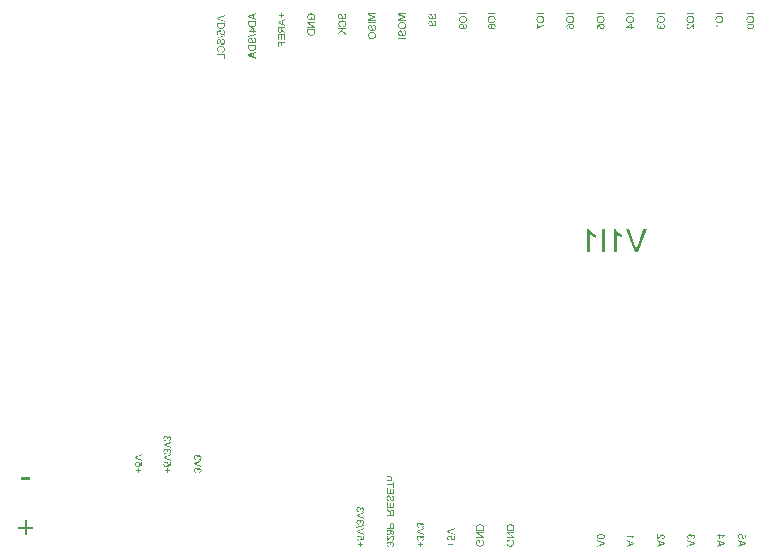
<source format=gbo>
G04*
G04 #@! TF.GenerationSoftware,Altium Limited,Altium Designer,20.1.11 (218)*
G04*
G04 Layer_Color=32896*
%FSLAX25Y25*%
%MOIN*%
G70*
G04*
G04 #@! TF.SameCoordinates,693C8C31-8EEC-4DF3-A6D9-A21B1C167F78*
G04*
G04*
G04 #@! TF.FilePolarity,Positive*
G04*
G01*
G75*
G36*
X205211Y121682D02*
X205332Y121507D01*
X205474Y121332D01*
X205605Y121179D01*
X205736Y121048D01*
X205834Y120939D01*
X205878Y120906D01*
X205911Y120873D01*
X205922Y120862D01*
X205933Y120852D01*
X206162Y120666D01*
X206392Y120491D01*
X206610Y120338D01*
X206829Y120218D01*
X207015Y120108D01*
X207091Y120065D01*
X207157Y120032D01*
X207211Y119999D01*
X207255Y119988D01*
X207277Y119966D01*
X207288D01*
Y119070D01*
X207124Y119135D01*
X206960Y119212D01*
X206796Y119289D01*
X206643Y119365D01*
X206512Y119431D01*
X206403Y119485D01*
X206337Y119529D01*
X206326Y119540D01*
X206315D01*
X206118Y119660D01*
X205944Y119780D01*
X205791Y119890D01*
X205670Y119988D01*
X205561Y120065D01*
X205496Y120130D01*
X205441Y120174D01*
X205430Y120185D01*
Y114272D01*
X204501D01*
Y121868D01*
X205102D01*
X205211Y121682D01*
D02*
G37*
G36*
X196391D02*
X196511Y121507D01*
X196653Y121332D01*
X196784Y121179D01*
X196915Y121048D01*
X197014Y120939D01*
X197058Y120906D01*
X197090Y120873D01*
X197101Y120862D01*
X197112Y120852D01*
X197342Y120666D01*
X197571Y120491D01*
X197790Y120338D01*
X198009Y120218D01*
X198194Y120108D01*
X198271Y120065D01*
X198336Y120032D01*
X198391Y119999D01*
X198435Y119988D01*
X198457Y119966D01*
X198468D01*
Y119070D01*
X198304Y119135D01*
X198140Y119212D01*
X197976Y119289D01*
X197823Y119365D01*
X197692Y119431D01*
X197582Y119485D01*
X197517Y119529D01*
X197506Y119540D01*
X197495D01*
X197298Y119660D01*
X197123Y119780D01*
X196970Y119890D01*
X196850Y119988D01*
X196741Y120065D01*
X196675Y120130D01*
X196620Y120174D01*
X196609Y120185D01*
Y114272D01*
X195680D01*
Y121868D01*
X196282D01*
X196391Y121682D01*
D02*
G37*
G36*
X212524Y114272D02*
X211474D01*
X208523Y121835D01*
X209540D01*
X211595Y116337D01*
X211682Y116108D01*
X211758Y115889D01*
X211824Y115682D01*
X211879Y115496D01*
X211933Y115332D01*
X211966Y115212D01*
X211977Y115168D01*
X211988Y115135D01*
X211999Y115113D01*
Y115102D01*
X212130Y115540D01*
X212196Y115747D01*
X212261Y115933D01*
X212316Y116097D01*
X212338Y116163D01*
X212349Y116228D01*
X212370Y116272D01*
X212381Y116305D01*
X212392Y116326D01*
Y116337D01*
X214360Y121835D01*
X215453D01*
X212524Y114272D01*
D02*
G37*
G36*
X201572D02*
X200566D01*
Y121835D01*
X201572D01*
Y114272D01*
D02*
G37*
G36*
X9843Y38189D02*
X6968D01*
Y39118D01*
X9843D01*
Y38189D01*
D02*
G37*
G36*
X8944Y22713D02*
X10999D01*
Y21838D01*
X8944D01*
Y19783D01*
X8081D01*
Y21838D01*
X6004D01*
Y22713D01*
X8081D01*
Y24768D01*
X8944D01*
Y22713D01*
D02*
G37*
G36*
X47346Y46452D02*
X45515Y45767D01*
X45439Y45738D01*
X45366Y45713D01*
X45297Y45691D01*
X45235Y45673D01*
X45180Y45655D01*
X45140Y45644D01*
X45126Y45640D01*
X45115Y45636D01*
X45107Y45633D01*
X45104D01*
X45249Y45589D01*
X45318Y45567D01*
X45380Y45545D01*
X45435Y45527D01*
X45457Y45520D01*
X45479Y45516D01*
X45493Y45509D01*
X45504Y45505D01*
X45511Y45502D01*
X45515D01*
X47346Y44846D01*
Y44482D01*
X44827Y45458D01*
Y45807D01*
X47346Y46790D01*
Y46452D01*
D02*
G37*
G36*
X45744Y44326D02*
X45806Y44319D01*
X45868Y44308D01*
X45923Y44293D01*
X45974Y44275D01*
X46025Y44257D01*
X46068Y44235D01*
X46108Y44217D01*
X46145Y44195D01*
X46178Y44173D01*
X46203Y44155D01*
X46229Y44137D01*
X46247Y44122D01*
X46258Y44111D01*
X46265Y44104D01*
X46269Y44100D01*
X46309Y44057D01*
X46345Y44013D01*
X46374Y43966D01*
X46400Y43918D01*
X46425Y43871D01*
X46443Y43824D01*
X46469Y43736D01*
X46480Y43696D01*
X46487Y43660D01*
X46491Y43627D01*
X46494Y43598D01*
X46498Y43576D01*
Y43496D01*
X46491Y43452D01*
X46472Y43365D01*
X46447Y43285D01*
X46418Y43212D01*
X46389Y43154D01*
X46374Y43128D01*
X46363Y43107D01*
X46352Y43088D01*
X46345Y43077D01*
X46341Y43070D01*
X46338Y43067D01*
X47018Y43201D01*
Y44210D01*
X47313D01*
Y42957D01*
X46017Y42713D01*
X45977Y43005D01*
X46017Y43030D01*
X46050Y43063D01*
X46083Y43092D01*
X46108Y43121D01*
X46127Y43150D01*
X46145Y43172D01*
X46152Y43187D01*
X46156Y43190D01*
X46178Y43238D01*
X46196Y43285D01*
X46207Y43329D01*
X46218Y43372D01*
X46221Y43409D01*
X46225Y43438D01*
Y43507D01*
X46218Y43551D01*
X46199Y43627D01*
X46174Y43693D01*
X46148Y43751D01*
X46119Y43795D01*
X46094Y43827D01*
X46076Y43845D01*
X46072Y43853D01*
X46068D01*
X46007Y43904D01*
X45941Y43940D01*
X45872Y43966D01*
X45803Y43984D01*
X45744Y43995D01*
X45719Y43998D01*
X45697D01*
X45679Y44002D01*
X45664D01*
X45657D01*
X45653D01*
X45602D01*
X45555Y43995D01*
X45464Y43977D01*
X45388Y43951D01*
X45326Y43926D01*
X45275Y43896D01*
X45235Y43871D01*
X45224Y43860D01*
X45213Y43853D01*
X45209Y43849D01*
X45206Y43845D01*
X45177Y43816D01*
X45151Y43787D01*
X45107Y43722D01*
X45078Y43660D01*
X45060Y43598D01*
X45046Y43547D01*
X45042Y43503D01*
X45038Y43489D01*
Y43467D01*
X45042Y43398D01*
X45057Y43336D01*
X45075Y43281D01*
X45096Y43238D01*
X45118Y43198D01*
X45136Y43169D01*
X45151Y43154D01*
X45155Y43147D01*
X45206Y43103D01*
X45260Y43067D01*
X45322Y43037D01*
X45377Y43016D01*
X45431Y43001D01*
X45471Y42990D01*
X45490Y42987D01*
X45500Y42983D01*
X45508D01*
X45511D01*
X45486Y42659D01*
X45428Y42666D01*
X45373Y42677D01*
X45271Y42710D01*
X45184Y42750D01*
X45144Y42772D01*
X45111Y42794D01*
X45078Y42812D01*
X45049Y42834D01*
X45027Y42852D01*
X45009Y42870D01*
X44995Y42885D01*
X44980Y42892D01*
X44976Y42899D01*
X44973Y42903D01*
X44940Y42946D01*
X44911Y42990D01*
X44885Y43037D01*
X44864Y43085D01*
X44831Y43176D01*
X44809Y43267D01*
X44798Y43307D01*
X44794Y43347D01*
X44791Y43380D01*
X44787Y43409D01*
X44783Y43434D01*
Y43467D01*
X44787Y43543D01*
X44798Y43616D01*
X44813Y43685D01*
X44831Y43747D01*
X44856Y43806D01*
X44882Y43860D01*
X44907Y43911D01*
X44936Y43955D01*
X44965Y43995D01*
X44991Y44031D01*
X45020Y44060D01*
X45042Y44086D01*
X45060Y44104D01*
X45075Y44118D01*
X45086Y44126D01*
X45089Y44129D01*
X45136Y44166D01*
X45188Y44195D01*
X45235Y44224D01*
X45286Y44246D01*
X45384Y44282D01*
X45479Y44304D01*
X45519Y44311D01*
X45559Y44319D01*
X45592Y44322D01*
X45621Y44326D01*
X45646Y44330D01*
X45664D01*
X45675D01*
X45679D01*
X45744Y44326D01*
D02*
G37*
G36*
X46214Y41625D02*
X46898D01*
Y41334D01*
X46214D01*
Y40650D01*
X45926D01*
Y41334D01*
X45235D01*
Y41625D01*
X45926D01*
Y42309D01*
X46214D01*
Y41625D01*
D02*
G37*
G36*
X55204Y52920D02*
X55284Y52905D01*
X55353Y52884D01*
X55412Y52862D01*
X55459Y52840D01*
X55496Y52818D01*
X55517Y52803D01*
X55525Y52800D01*
X55579Y52749D01*
X55626Y52694D01*
X55663Y52636D01*
X55692Y52578D01*
X55714Y52527D01*
X55729Y52487D01*
X55732Y52472D01*
X55736Y52461D01*
X55739Y52454D01*
Y52451D01*
X55772Y52512D01*
X55805Y52563D01*
X55841Y52607D01*
X55874Y52643D01*
X55903Y52672D01*
X55929Y52694D01*
X55943Y52705D01*
X55950Y52709D01*
X56002Y52738D01*
X56052Y52760D01*
X56103Y52778D01*
X56151Y52789D01*
X56191Y52796D01*
X56220Y52800D01*
X56242D01*
X56249D01*
X56311Y52796D01*
X56373Y52785D01*
X56427Y52771D01*
X56475Y52753D01*
X56515Y52734D01*
X56547Y52720D01*
X56566Y52709D01*
X56573Y52705D01*
X56628Y52669D01*
X56675Y52625D01*
X56715Y52582D01*
X56751Y52538D01*
X56777Y52501D01*
X56799Y52469D01*
X56810Y52447D01*
X56813Y52443D01*
Y52439D01*
X56842Y52374D01*
X56864Y52308D01*
X56882Y52243D01*
X56893Y52185D01*
X56901Y52137D01*
X56904Y52097D01*
Y52006D01*
X56897Y51955D01*
X56879Y51857D01*
X56850Y51773D01*
X56820Y51701D01*
X56802Y51668D01*
X56788Y51642D01*
X56773Y51617D01*
X56759Y51599D01*
X56748Y51584D01*
X56740Y51573D01*
X56737Y51566D01*
X56733Y51562D01*
X56664Y51493D01*
X56587Y51438D01*
X56507Y51395D01*
X56427Y51358D01*
X56358Y51337D01*
X56329Y51326D01*
X56304Y51318D01*
X56282Y51315D01*
X56267Y51311D01*
X56256Y51307D01*
X56253D01*
X56198Y51617D01*
X56278Y51631D01*
X56347Y51653D01*
X56406Y51679D01*
X56453Y51704D01*
X56489Y51730D01*
X56515Y51752D01*
X56533Y51766D01*
X56537Y51770D01*
X56573Y51817D01*
X56602Y51868D01*
X56620Y51915D01*
X56635Y51963D01*
X56642Y52006D01*
X56649Y52039D01*
Y52068D01*
X56646Y52134D01*
X56631Y52192D01*
X56613Y52243D01*
X56595Y52287D01*
X56573Y52319D01*
X56555Y52345D01*
X56540Y52363D01*
X56537Y52367D01*
X56493Y52407D01*
X56446Y52436D01*
X56398Y52454D01*
X56354Y52469D01*
X56314Y52476D01*
X56285Y52483D01*
X56264D01*
X56260D01*
X56256D01*
X56216D01*
X56180Y52476D01*
X56118Y52458D01*
X56063Y52432D01*
X56016Y52403D01*
X55983Y52374D01*
X55958Y52349D01*
X55943Y52330D01*
X55940Y52327D01*
Y52323D01*
X55907Y52261D01*
X55881Y52203D01*
X55863Y52141D01*
X55852Y52087D01*
X55845Y52039D01*
X55838Y51999D01*
Y51952D01*
X55841Y51937D01*
Y51919D01*
X55568Y51883D01*
X55579Y51930D01*
X55586Y51974D01*
X55594Y52010D01*
X55597Y52043D01*
X55601Y52068D01*
Y52101D01*
X55594Y52178D01*
X55579Y52247D01*
X55557Y52308D01*
X55532Y52359D01*
X55506Y52399D01*
X55485Y52429D01*
X55470Y52447D01*
X55463Y52454D01*
X55408Y52501D01*
X55350Y52538D01*
X55292Y52563D01*
X55233Y52578D01*
X55186Y52589D01*
X55146Y52592D01*
X55132Y52596D01*
X55121D01*
X55113D01*
X55110D01*
X55030Y52589D01*
X54957Y52571D01*
X54895Y52549D01*
X54840Y52520D01*
X54797Y52491D01*
X54764Y52469D01*
X54742Y52451D01*
X54735Y52443D01*
X54684Y52385D01*
X54647Y52323D01*
X54622Y52261D01*
X54604Y52203D01*
X54593Y52152D01*
X54589Y52112D01*
X54585Y52097D01*
Y52075D01*
X54589Y52010D01*
X54604Y51948D01*
X54622Y51894D01*
X54644Y51850D01*
X54662Y51814D01*
X54680Y51784D01*
X54695Y51770D01*
X54698Y51762D01*
X54749Y51719D01*
X54808Y51682D01*
X54869Y51650D01*
X54935Y51624D01*
X54989Y51606D01*
X55015Y51599D01*
X55037Y51595D01*
X55055Y51591D01*
X55070Y51588D01*
X55077Y51584D01*
X55081D01*
X55041Y51275D01*
X54982Y51282D01*
X54928Y51293D01*
X54826Y51326D01*
X54738Y51366D01*
X54702Y51388D01*
X54666Y51409D01*
X54633Y51431D01*
X54607Y51453D01*
X54582Y51471D01*
X54564Y51490D01*
X54549Y51500D01*
X54538Y51511D01*
X54531Y51519D01*
X54527Y51522D01*
X54495Y51566D01*
X54462Y51610D01*
X54436Y51653D01*
X54414Y51701D01*
X54378Y51792D01*
X54356Y51879D01*
X54349Y51919D01*
X54342Y51955D01*
X54338Y51988D01*
X54334Y52017D01*
X54331Y52039D01*
Y52072D01*
X54334Y52141D01*
X54342Y52203D01*
X54352Y52265D01*
X54367Y52323D01*
X54385Y52378D01*
X54404Y52425D01*
X54425Y52472D01*
X54447Y52512D01*
X54465Y52552D01*
X54487Y52585D01*
X54505Y52614D01*
X54524Y52636D01*
X54538Y52654D01*
X54549Y52669D01*
X54556Y52676D01*
X54560Y52680D01*
X54604Y52723D01*
X54651Y52760D01*
X54698Y52793D01*
X54746Y52822D01*
X54789Y52844D01*
X54837Y52865D01*
X54924Y52895D01*
X54964Y52902D01*
X55001Y52909D01*
X55033Y52916D01*
X55062Y52920D01*
X55084Y52924D01*
X55102D01*
X55113D01*
X55117D01*
X55204Y52920D01*
D02*
G37*
G36*
X56893Y50758D02*
X55062Y50074D01*
X54986Y50044D01*
X54913Y50019D01*
X54844Y49997D01*
X54782Y49979D01*
X54728Y49961D01*
X54687Y49950D01*
X54673Y49946D01*
X54662Y49942D01*
X54655Y49939D01*
X54651D01*
X54797Y49895D01*
X54866Y49873D01*
X54928Y49852D01*
X54982Y49833D01*
X55004Y49826D01*
X55026Y49822D01*
X55041Y49815D01*
X55051Y49812D01*
X55059Y49808D01*
X55062D01*
X56893Y49153D01*
Y48789D01*
X54374Y49764D01*
Y50114D01*
X56893Y51096D01*
Y50758D01*
D02*
G37*
G36*
X55204Y48614D02*
X55284Y48599D01*
X55353Y48577D01*
X55412Y48556D01*
X55459Y48534D01*
X55496Y48512D01*
X55517Y48497D01*
X55525Y48494D01*
X55579Y48443D01*
X55626Y48388D01*
X55663Y48330D01*
X55692Y48272D01*
X55714Y48221D01*
X55729Y48181D01*
X55732Y48166D01*
X55736Y48155D01*
X55739Y48148D01*
Y48144D01*
X55772Y48206D01*
X55805Y48257D01*
X55841Y48301D01*
X55874Y48337D01*
X55903Y48366D01*
X55929Y48388D01*
X55943Y48399D01*
X55950Y48403D01*
X56002Y48432D01*
X56052Y48454D01*
X56103Y48472D01*
X56151Y48483D01*
X56191Y48490D01*
X56220Y48494D01*
X56242D01*
X56249D01*
X56311Y48490D01*
X56373Y48479D01*
X56427Y48465D01*
X56475Y48447D01*
X56515Y48428D01*
X56547Y48414D01*
X56566Y48403D01*
X56573Y48399D01*
X56628Y48363D01*
X56675Y48319D01*
X56715Y48275D01*
X56751Y48232D01*
X56777Y48195D01*
X56799Y48162D01*
X56810Y48141D01*
X56813Y48137D01*
Y48133D01*
X56842Y48068D01*
X56864Y48002D01*
X56882Y47937D01*
X56893Y47879D01*
X56901Y47831D01*
X56904Y47791D01*
Y47700D01*
X56897Y47649D01*
X56879Y47551D01*
X56850Y47467D01*
X56820Y47394D01*
X56802Y47362D01*
X56788Y47336D01*
X56773Y47311D01*
X56759Y47293D01*
X56748Y47278D01*
X56740Y47267D01*
X56737Y47260D01*
X56733Y47256D01*
X56664Y47187D01*
X56587Y47132D01*
X56507Y47089D01*
X56427Y47052D01*
X56358Y47030D01*
X56329Y47020D01*
X56304Y47012D01*
X56282Y47009D01*
X56267Y47005D01*
X56256Y47001D01*
X56253D01*
X56198Y47311D01*
X56278Y47325D01*
X56347Y47347D01*
X56406Y47373D01*
X56453Y47398D01*
X56489Y47424D01*
X56515Y47445D01*
X56533Y47460D01*
X56537Y47464D01*
X56573Y47511D01*
X56602Y47562D01*
X56620Y47609D01*
X56635Y47657D01*
X56642Y47700D01*
X56649Y47733D01*
Y47762D01*
X56646Y47828D01*
X56631Y47886D01*
X56613Y47937D01*
X56595Y47980D01*
X56573Y48013D01*
X56555Y48039D01*
X56540Y48057D01*
X56537Y48061D01*
X56493Y48101D01*
X56446Y48130D01*
X56398Y48148D01*
X56354Y48162D01*
X56314Y48170D01*
X56285Y48177D01*
X56264D01*
X56260D01*
X56256D01*
X56216D01*
X56180Y48170D01*
X56118Y48152D01*
X56063Y48126D01*
X56016Y48097D01*
X55983Y48068D01*
X55958Y48042D01*
X55943Y48024D01*
X55940Y48021D01*
Y48017D01*
X55907Y47955D01*
X55881Y47897D01*
X55863Y47835D01*
X55852Y47780D01*
X55845Y47733D01*
X55838Y47693D01*
Y47646D01*
X55841Y47631D01*
Y47613D01*
X55568Y47576D01*
X55579Y47624D01*
X55586Y47668D01*
X55594Y47704D01*
X55597Y47737D01*
X55601Y47762D01*
Y47795D01*
X55594Y47871D01*
X55579Y47940D01*
X55557Y48002D01*
X55532Y48053D01*
X55506Y48093D01*
X55485Y48123D01*
X55470Y48141D01*
X55463Y48148D01*
X55408Y48195D01*
X55350Y48232D01*
X55292Y48257D01*
X55233Y48272D01*
X55186Y48283D01*
X55146Y48286D01*
X55132Y48290D01*
X55121D01*
X55113D01*
X55110D01*
X55030Y48283D01*
X54957Y48265D01*
X54895Y48243D01*
X54840Y48213D01*
X54797Y48184D01*
X54764Y48162D01*
X54742Y48144D01*
X54735Y48137D01*
X54684Y48079D01*
X54647Y48017D01*
X54622Y47955D01*
X54604Y47897D01*
X54593Y47846D01*
X54589Y47806D01*
X54585Y47791D01*
Y47769D01*
X54589Y47704D01*
X54604Y47642D01*
X54622Y47587D01*
X54644Y47544D01*
X54662Y47507D01*
X54680Y47478D01*
X54695Y47464D01*
X54698Y47456D01*
X54749Y47413D01*
X54808Y47376D01*
X54869Y47344D01*
X54935Y47318D01*
X54989Y47300D01*
X55015Y47293D01*
X55037Y47289D01*
X55055Y47285D01*
X55070Y47282D01*
X55077Y47278D01*
X55081D01*
X55041Y46969D01*
X54982Y46976D01*
X54928Y46987D01*
X54826Y47020D01*
X54738Y47060D01*
X54702Y47082D01*
X54666Y47103D01*
X54633Y47125D01*
X54607Y47147D01*
X54582Y47165D01*
X54564Y47183D01*
X54549Y47194D01*
X54538Y47205D01*
X54531Y47212D01*
X54527Y47216D01*
X54495Y47260D01*
X54462Y47304D01*
X54436Y47347D01*
X54414Y47394D01*
X54378Y47486D01*
X54356Y47573D01*
X54349Y47613D01*
X54342Y47649D01*
X54338Y47682D01*
X54334Y47711D01*
X54331Y47733D01*
Y47766D01*
X54334Y47835D01*
X54342Y47897D01*
X54352Y47959D01*
X54367Y48017D01*
X54385Y48072D01*
X54404Y48119D01*
X54425Y48166D01*
X54447Y48206D01*
X54465Y48246D01*
X54487Y48279D01*
X54505Y48308D01*
X54524Y48330D01*
X54538Y48348D01*
X54549Y48363D01*
X54556Y48370D01*
X54560Y48374D01*
X54604Y48417D01*
X54651Y48454D01*
X54698Y48487D01*
X54746Y48516D01*
X54789Y48537D01*
X54837Y48559D01*
X54924Y48588D01*
X54964Y48596D01*
X55001Y48603D01*
X55033Y48610D01*
X55062Y48614D01*
X55084Y48618D01*
X55102D01*
X55113D01*
X55117D01*
X55204Y48614D01*
D02*
G37*
G36*
X56893Y46452D02*
X55062Y45767D01*
X54986Y45738D01*
X54913Y45713D01*
X54844Y45691D01*
X54782Y45673D01*
X54728Y45655D01*
X54687Y45644D01*
X54673Y45640D01*
X54662Y45636D01*
X54655Y45633D01*
X54651D01*
X54797Y45589D01*
X54866Y45567D01*
X54928Y45545D01*
X54982Y45527D01*
X55004Y45520D01*
X55026Y45516D01*
X55041Y45509D01*
X55051Y45505D01*
X55059Y45502D01*
X55062D01*
X56893Y44846D01*
Y44482D01*
X54374Y45458D01*
Y45807D01*
X56893Y46790D01*
Y46452D01*
D02*
G37*
G36*
X55292Y44326D02*
X55353Y44319D01*
X55415Y44308D01*
X55470Y44293D01*
X55521Y44275D01*
X55572Y44257D01*
X55616Y44235D01*
X55656Y44217D01*
X55692Y44195D01*
X55725Y44173D01*
X55750Y44155D01*
X55776Y44137D01*
X55794Y44122D01*
X55805Y44111D01*
X55812Y44104D01*
X55816Y44100D01*
X55856Y44057D01*
X55892Y44013D01*
X55921Y43966D01*
X55947Y43918D01*
X55972Y43871D01*
X55990Y43824D01*
X56016Y43736D01*
X56027Y43696D01*
X56034Y43660D01*
X56038Y43627D01*
X56042Y43598D01*
X56045Y43576D01*
Y43496D01*
X56038Y43452D01*
X56020Y43365D01*
X55994Y43285D01*
X55965Y43212D01*
X55936Y43154D01*
X55921Y43128D01*
X55910Y43107D01*
X55900Y43088D01*
X55892Y43077D01*
X55889Y43070D01*
X55885Y43067D01*
X56566Y43201D01*
Y44210D01*
X56861D01*
Y42957D01*
X55565Y42713D01*
X55525Y43005D01*
X55565Y43030D01*
X55597Y43063D01*
X55630Y43092D01*
X55656Y43121D01*
X55674Y43150D01*
X55692Y43172D01*
X55699Y43187D01*
X55703Y43190D01*
X55725Y43238D01*
X55743Y43285D01*
X55754Y43329D01*
X55765Y43372D01*
X55769Y43409D01*
X55772Y43438D01*
Y43507D01*
X55765Y43551D01*
X55747Y43627D01*
X55721Y43693D01*
X55696Y43751D01*
X55667Y43795D01*
X55641Y43827D01*
X55623Y43845D01*
X55619Y43853D01*
X55616D01*
X55554Y43904D01*
X55488Y43940D01*
X55419Y43966D01*
X55350Y43984D01*
X55292Y43995D01*
X55266Y43998D01*
X55244D01*
X55226Y44002D01*
X55212D01*
X55204D01*
X55201D01*
X55150D01*
X55102Y43995D01*
X55011Y43977D01*
X54935Y43951D01*
X54873Y43926D01*
X54822Y43896D01*
X54782Y43871D01*
X54771Y43860D01*
X54760Y43853D01*
X54757Y43849D01*
X54753Y43845D01*
X54724Y43816D01*
X54698Y43787D01*
X54655Y43722D01*
X54625Y43660D01*
X54607Y43598D01*
X54593Y43547D01*
X54589Y43503D01*
X54585Y43489D01*
Y43467D01*
X54589Y43398D01*
X54604Y43336D01*
X54622Y43281D01*
X54644Y43238D01*
X54666Y43198D01*
X54684Y43169D01*
X54698Y43154D01*
X54702Y43147D01*
X54753Y43103D01*
X54808Y43067D01*
X54869Y43037D01*
X54924Y43016D01*
X54979Y43001D01*
X55019Y42990D01*
X55037Y42987D01*
X55048Y42983D01*
X55055D01*
X55059D01*
X55033Y42659D01*
X54975Y42666D01*
X54920Y42677D01*
X54818Y42710D01*
X54731Y42750D01*
X54691Y42772D01*
X54658Y42794D01*
X54625Y42812D01*
X54596Y42834D01*
X54575Y42852D01*
X54556Y42870D01*
X54542Y42885D01*
X54527Y42892D01*
X54524Y42899D01*
X54520Y42903D01*
X54487Y42946D01*
X54458Y42990D01*
X54433Y43037D01*
X54411Y43085D01*
X54378Y43176D01*
X54356Y43267D01*
X54345Y43307D01*
X54342Y43347D01*
X54338Y43380D01*
X54334Y43409D01*
X54331Y43434D01*
Y43467D01*
X54334Y43543D01*
X54345Y43616D01*
X54360Y43685D01*
X54378Y43747D01*
X54404Y43806D01*
X54429Y43860D01*
X54454Y43911D01*
X54484Y43955D01*
X54513Y43995D01*
X54538Y44031D01*
X54567Y44060D01*
X54589Y44086D01*
X54607Y44104D01*
X54622Y44118D01*
X54633Y44126D01*
X54637Y44129D01*
X54684Y44166D01*
X54735Y44195D01*
X54782Y44224D01*
X54833Y44246D01*
X54931Y44282D01*
X55026Y44304D01*
X55066Y44311D01*
X55106Y44319D01*
X55139Y44322D01*
X55168Y44326D01*
X55193Y44330D01*
X55212D01*
X55222D01*
X55226D01*
X55292Y44326D01*
D02*
G37*
G36*
X55761Y41625D02*
X56446D01*
Y41334D01*
X55761D01*
Y40650D01*
X55474D01*
Y41334D01*
X54782D01*
Y41625D01*
X55474D01*
Y42309D01*
X55761D01*
Y41625D01*
D02*
G37*
G36*
X65342Y46601D02*
X65422Y46586D01*
X65491Y46565D01*
X65550Y46543D01*
X65597Y46521D01*
X65633Y46499D01*
X65655Y46485D01*
X65662Y46481D01*
X65717Y46430D01*
X65764Y46375D01*
X65801Y46317D01*
X65830Y46259D01*
X65852Y46208D01*
X65866Y46168D01*
X65870Y46153D01*
X65873Y46142D01*
X65877Y46135D01*
Y46131D01*
X65910Y46193D01*
X65943Y46244D01*
X65979Y46288D01*
X66012Y46324D01*
X66041Y46354D01*
X66066Y46375D01*
X66081Y46386D01*
X66088Y46390D01*
X66139Y46419D01*
X66190Y46441D01*
X66241Y46459D01*
X66289Y46470D01*
X66329Y46477D01*
X66358Y46481D01*
X66379D01*
X66387D01*
X66449Y46477D01*
X66510Y46466D01*
X66565Y46452D01*
X66612Y46434D01*
X66653Y46415D01*
X66685Y46401D01*
X66703Y46390D01*
X66711Y46386D01*
X66765Y46350D01*
X66813Y46306D01*
X66853Y46262D01*
X66889Y46219D01*
X66915Y46182D01*
X66936Y46150D01*
X66947Y46128D01*
X66951Y46124D01*
Y46121D01*
X66980Y46055D01*
X67002Y45990D01*
X67020Y45924D01*
X67031Y45866D01*
X67038Y45818D01*
X67042Y45778D01*
Y45687D01*
X67035Y45636D01*
X67017Y45538D01*
X66987Y45454D01*
X66958Y45382D01*
X66940Y45349D01*
X66926Y45323D01*
X66911Y45298D01*
X66896Y45280D01*
X66886Y45265D01*
X66878Y45254D01*
X66874Y45247D01*
X66871Y45243D01*
X66802Y45174D01*
X66725Y45120D01*
X66645Y45076D01*
X66565Y45039D01*
X66496Y45018D01*
X66467Y45007D01*
X66441Y44999D01*
X66420Y44996D01*
X66405Y44992D01*
X66394Y44989D01*
X66390D01*
X66336Y45298D01*
X66416Y45312D01*
X66485Y45334D01*
X66543Y45360D01*
X66591Y45385D01*
X66627Y45411D01*
X66653Y45433D01*
X66671Y45447D01*
X66674Y45451D01*
X66711Y45498D01*
X66740Y45549D01*
X66758Y45596D01*
X66773Y45644D01*
X66780Y45687D01*
X66787Y45720D01*
Y45749D01*
X66783Y45815D01*
X66769Y45873D01*
X66751Y45924D01*
X66733Y45968D01*
X66711Y46000D01*
X66693Y46026D01*
X66678Y46044D01*
X66674Y46048D01*
X66631Y46088D01*
X66583Y46117D01*
X66536Y46135D01*
X66492Y46150D01*
X66452Y46157D01*
X66423Y46164D01*
X66401D01*
X66398D01*
X66394D01*
X66354D01*
X66318Y46157D01*
X66256Y46139D01*
X66201Y46113D01*
X66154Y46084D01*
X66121Y46055D01*
X66096Y46029D01*
X66081Y46011D01*
X66077Y46008D01*
Y46004D01*
X66045Y45942D01*
X66019Y45884D01*
X66001Y45822D01*
X65990Y45767D01*
X65983Y45720D01*
X65975Y45680D01*
Y45633D01*
X65979Y45618D01*
Y45600D01*
X65706Y45564D01*
X65717Y45611D01*
X65724Y45655D01*
X65732Y45691D01*
X65735Y45724D01*
X65739Y45749D01*
Y45782D01*
X65732Y45858D01*
X65717Y45928D01*
X65695Y45990D01*
X65670Y46040D01*
X65644Y46080D01*
X65622Y46110D01*
X65608Y46128D01*
X65601Y46135D01*
X65546Y46182D01*
X65488Y46219D01*
X65429Y46244D01*
X65371Y46259D01*
X65324Y46270D01*
X65284Y46273D01*
X65269Y46277D01*
X65258D01*
X65251D01*
X65247D01*
X65167Y46270D01*
X65095Y46252D01*
X65033Y46230D01*
X64978Y46201D01*
X64934Y46172D01*
X64902Y46150D01*
X64880Y46131D01*
X64872Y46124D01*
X64822Y46066D01*
X64785Y46004D01*
X64760Y45942D01*
X64741Y45884D01*
X64731Y45833D01*
X64727Y45793D01*
X64723Y45778D01*
Y45757D01*
X64727Y45691D01*
X64741Y45629D01*
X64760Y45575D01*
X64781Y45531D01*
X64800Y45494D01*
X64818Y45465D01*
X64833Y45451D01*
X64836Y45443D01*
X64887Y45400D01*
X64945Y45363D01*
X65007Y45331D01*
X65073Y45305D01*
X65127Y45287D01*
X65153Y45280D01*
X65175Y45276D01*
X65193Y45272D01*
X65207Y45269D01*
X65215Y45265D01*
X65218D01*
X65178Y44956D01*
X65120Y44963D01*
X65065Y44974D01*
X64964Y45007D01*
X64876Y45047D01*
X64840Y45069D01*
X64803Y45090D01*
X64771Y45112D01*
X64745Y45134D01*
X64720Y45152D01*
X64701Y45171D01*
X64687Y45181D01*
X64676Y45192D01*
X64669Y45200D01*
X64665Y45203D01*
X64632Y45247D01*
X64600Y45291D01*
X64574Y45334D01*
X64552Y45382D01*
X64516Y45473D01*
X64494Y45560D01*
X64487Y45600D01*
X64479Y45636D01*
X64476Y45669D01*
X64472Y45698D01*
X64468Y45720D01*
Y45753D01*
X64472Y45822D01*
X64479Y45884D01*
X64490Y45946D01*
X64505Y46004D01*
X64523Y46059D01*
X64541Y46106D01*
X64563Y46153D01*
X64585Y46193D01*
X64603Y46233D01*
X64625Y46266D01*
X64643Y46295D01*
X64661Y46317D01*
X64676Y46335D01*
X64687Y46350D01*
X64694Y46357D01*
X64698Y46361D01*
X64741Y46404D01*
X64789Y46441D01*
X64836Y46474D01*
X64884Y46503D01*
X64927Y46525D01*
X64974Y46546D01*
X65062Y46575D01*
X65102Y46583D01*
X65138Y46590D01*
X65171Y46597D01*
X65200Y46601D01*
X65222Y46605D01*
X65240D01*
X65251D01*
X65255D01*
X65342Y46601D01*
D02*
G37*
G36*
X67031Y44439D02*
X65200Y43755D01*
X65124Y43725D01*
X65051Y43700D01*
X64982Y43678D01*
X64920Y43660D01*
X64865Y43642D01*
X64825Y43631D01*
X64811Y43627D01*
X64800Y43624D01*
X64792Y43620D01*
X64789D01*
X64934Y43576D01*
X65004Y43554D01*
X65065Y43532D01*
X65120Y43514D01*
X65142Y43507D01*
X65164Y43503D01*
X65178Y43496D01*
X65189Y43492D01*
X65197Y43489D01*
X65200D01*
X67031Y42834D01*
Y42470D01*
X64512Y43445D01*
Y43795D01*
X67031Y44777D01*
Y44439D01*
D02*
G37*
G36*
X65342Y42295D02*
X65422Y42280D01*
X65491Y42259D01*
X65550Y42237D01*
X65597Y42215D01*
X65633Y42193D01*
X65655Y42178D01*
X65662Y42175D01*
X65717Y42124D01*
X65764Y42069D01*
X65801Y42011D01*
X65830Y41953D01*
X65852Y41902D01*
X65866Y41862D01*
X65870Y41847D01*
X65873Y41836D01*
X65877Y41829D01*
Y41825D01*
X65910Y41887D01*
X65943Y41938D01*
X65979Y41982D01*
X66012Y42018D01*
X66041Y42047D01*
X66066Y42069D01*
X66081Y42080D01*
X66088Y42084D01*
X66139Y42113D01*
X66190Y42135D01*
X66241Y42153D01*
X66289Y42164D01*
X66329Y42171D01*
X66358Y42175D01*
X66379D01*
X66387D01*
X66449Y42171D01*
X66510Y42160D01*
X66565Y42146D01*
X66612Y42127D01*
X66653Y42109D01*
X66685Y42095D01*
X66703Y42084D01*
X66711Y42080D01*
X66765Y42044D01*
X66813Y42000D01*
X66853Y41956D01*
X66889Y41913D01*
X66915Y41876D01*
X66936Y41844D01*
X66947Y41822D01*
X66951Y41818D01*
Y41814D01*
X66980Y41749D01*
X67002Y41683D01*
X67020Y41618D01*
X67031Y41560D01*
X67038Y41512D01*
X67042Y41472D01*
Y41381D01*
X67035Y41330D01*
X67017Y41232D01*
X66987Y41148D01*
X66958Y41076D01*
X66940Y41043D01*
X66926Y41017D01*
X66911Y40992D01*
X66896Y40974D01*
X66886Y40959D01*
X66878Y40948D01*
X66874Y40941D01*
X66871Y40937D01*
X66802Y40868D01*
X66725Y40813D01*
X66645Y40770D01*
X66565Y40733D01*
X66496Y40712D01*
X66467Y40701D01*
X66441Y40693D01*
X66420Y40690D01*
X66405Y40686D01*
X66394Y40682D01*
X66390D01*
X66336Y40992D01*
X66416Y41006D01*
X66485Y41028D01*
X66543Y41054D01*
X66591Y41079D01*
X66627Y41105D01*
X66653Y41126D01*
X66671Y41141D01*
X66674Y41145D01*
X66711Y41192D01*
X66740Y41243D01*
X66758Y41290D01*
X66773Y41338D01*
X66780Y41381D01*
X66787Y41414D01*
Y41443D01*
X66783Y41509D01*
X66769Y41567D01*
X66751Y41618D01*
X66733Y41662D01*
X66711Y41694D01*
X66693Y41720D01*
X66678Y41738D01*
X66674Y41742D01*
X66631Y41782D01*
X66583Y41811D01*
X66536Y41829D01*
X66492Y41844D01*
X66452Y41851D01*
X66423Y41858D01*
X66401D01*
X66398D01*
X66394D01*
X66354D01*
X66318Y41851D01*
X66256Y41833D01*
X66201Y41807D01*
X66154Y41778D01*
X66121Y41749D01*
X66096Y41723D01*
X66081Y41705D01*
X66077Y41702D01*
Y41698D01*
X66045Y41636D01*
X66019Y41578D01*
X66001Y41516D01*
X65990Y41461D01*
X65983Y41414D01*
X65975Y41374D01*
Y41327D01*
X65979Y41312D01*
Y41294D01*
X65706Y41258D01*
X65717Y41305D01*
X65724Y41348D01*
X65732Y41385D01*
X65735Y41418D01*
X65739Y41443D01*
Y41476D01*
X65732Y41552D01*
X65717Y41622D01*
X65695Y41683D01*
X65670Y41734D01*
X65644Y41774D01*
X65622Y41804D01*
X65608Y41822D01*
X65601Y41829D01*
X65546Y41876D01*
X65488Y41913D01*
X65429Y41938D01*
X65371Y41953D01*
X65324Y41964D01*
X65284Y41967D01*
X65269Y41971D01*
X65258D01*
X65251D01*
X65247D01*
X65167Y41964D01*
X65095Y41945D01*
X65033Y41924D01*
X64978Y41895D01*
X64934Y41865D01*
X64902Y41844D01*
X64880Y41825D01*
X64872Y41818D01*
X64822Y41760D01*
X64785Y41698D01*
X64760Y41636D01*
X64741Y41578D01*
X64731Y41527D01*
X64727Y41487D01*
X64723Y41472D01*
Y41450D01*
X64727Y41385D01*
X64741Y41323D01*
X64760Y41268D01*
X64781Y41225D01*
X64800Y41188D01*
X64818Y41159D01*
X64833Y41145D01*
X64836Y41137D01*
X64887Y41094D01*
X64945Y41057D01*
X65007Y41025D01*
X65073Y40999D01*
X65127Y40981D01*
X65153Y40974D01*
X65175Y40970D01*
X65193Y40966D01*
X65207Y40963D01*
X65215Y40959D01*
X65218D01*
X65178Y40650D01*
X65120Y40657D01*
X65065Y40668D01*
X64964Y40701D01*
X64876Y40741D01*
X64840Y40762D01*
X64803Y40784D01*
X64771Y40806D01*
X64745Y40828D01*
X64720Y40846D01*
X64701Y40864D01*
X64687Y40875D01*
X64676Y40886D01*
X64669Y40894D01*
X64665Y40897D01*
X64632Y40941D01*
X64600Y40984D01*
X64574Y41028D01*
X64552Y41076D01*
X64516Y41166D01*
X64494Y41254D01*
X64487Y41294D01*
X64479Y41330D01*
X64476Y41363D01*
X64472Y41392D01*
X64468Y41414D01*
Y41447D01*
X64472Y41516D01*
X64479Y41578D01*
X64490Y41640D01*
X64505Y41698D01*
X64523Y41752D01*
X64541Y41800D01*
X64563Y41847D01*
X64585Y41887D01*
X64603Y41927D01*
X64625Y41960D01*
X64643Y41989D01*
X64661Y42011D01*
X64676Y42029D01*
X64687Y42044D01*
X64694Y42051D01*
X64698Y42055D01*
X64741Y42098D01*
X64789Y42135D01*
X64836Y42167D01*
X64884Y42197D01*
X64927Y42218D01*
X64974Y42240D01*
X65062Y42269D01*
X65102Y42277D01*
X65138Y42284D01*
X65171Y42291D01*
X65200Y42295D01*
X65222Y42298D01*
X65240D01*
X65251D01*
X65255D01*
X65342Y42295D01*
D02*
G37*
G36*
X119574Y29293D02*
X119655Y29278D01*
X119724Y29256D01*
X119782Y29235D01*
X119829Y29213D01*
X119866Y29191D01*
X119887Y29176D01*
X119895Y29173D01*
X119949Y29122D01*
X119997Y29067D01*
X120033Y29009D01*
X120062Y28951D01*
X120084Y28900D01*
X120099Y28860D01*
X120102Y28845D01*
X120106Y28834D01*
X120109Y28827D01*
Y28823D01*
X120142Y28885D01*
X120175Y28936D01*
X120211Y28980D01*
X120244Y29016D01*
X120273Y29045D01*
X120299Y29067D01*
X120313Y29078D01*
X120321Y29082D01*
X120372Y29111D01*
X120422Y29133D01*
X120474Y29151D01*
X120521Y29162D01*
X120561Y29169D01*
X120590Y29173D01*
X120612D01*
X120619D01*
X120681Y29169D01*
X120743Y29158D01*
X120797Y29144D01*
X120845Y29125D01*
X120885Y29107D01*
X120918Y29093D01*
X120936Y29082D01*
X120943Y29078D01*
X120998Y29042D01*
X121045Y28998D01*
X121085Y28954D01*
X121121Y28911D01*
X121147Y28874D01*
X121169Y28842D01*
X121180Y28820D01*
X121183Y28816D01*
Y28812D01*
X121212Y28747D01*
X121234Y28681D01*
X121252Y28616D01*
X121263Y28558D01*
X121271Y28510D01*
X121274Y28470D01*
Y28379D01*
X121267Y28328D01*
X121249Y28230D01*
X121220Y28146D01*
X121191Y28073D01*
X121172Y28041D01*
X121158Y28015D01*
X121143Y27990D01*
X121129Y27972D01*
X121118Y27957D01*
X121110Y27946D01*
X121107Y27939D01*
X121103Y27935D01*
X121034Y27866D01*
X120958Y27811D01*
X120878Y27768D01*
X120797Y27731D01*
X120728Y27709D01*
X120699Y27699D01*
X120674Y27691D01*
X120652Y27688D01*
X120637Y27684D01*
X120626Y27680D01*
X120623D01*
X120568Y27990D01*
X120648Y28004D01*
X120717Y28026D01*
X120776Y28052D01*
X120823Y28077D01*
X120859Y28103D01*
X120885Y28124D01*
X120903Y28139D01*
X120907Y28143D01*
X120943Y28190D01*
X120972Y28241D01*
X120990Y28288D01*
X121005Y28336D01*
X121012Y28379D01*
X121019Y28412D01*
Y28441D01*
X121016Y28507D01*
X121001Y28565D01*
X120983Y28616D01*
X120965Y28659D01*
X120943Y28692D01*
X120925Y28718D01*
X120910Y28736D01*
X120907Y28740D01*
X120863Y28780D01*
X120816Y28809D01*
X120768Y28827D01*
X120725Y28842D01*
X120685Y28849D01*
X120656Y28856D01*
X120634D01*
X120630D01*
X120626D01*
X120586D01*
X120550Y28849D01*
X120488Y28831D01*
X120433Y28805D01*
X120386Y28776D01*
X120353Y28747D01*
X120328Y28721D01*
X120313Y28703D01*
X120310Y28700D01*
Y28696D01*
X120277Y28634D01*
X120251Y28576D01*
X120233Y28514D01*
X120222Y28459D01*
X120215Y28412D01*
X120208Y28372D01*
Y28325D01*
X120211Y28310D01*
Y28292D01*
X119938Y28256D01*
X119949Y28303D01*
X119957Y28346D01*
X119964Y28383D01*
X119967Y28416D01*
X119971Y28441D01*
Y28474D01*
X119964Y28550D01*
X119949Y28620D01*
X119928Y28681D01*
X119902Y28732D01*
X119877Y28772D01*
X119855Y28802D01*
X119840Y28820D01*
X119833Y28827D01*
X119778Y28874D01*
X119720Y28911D01*
X119662Y28936D01*
X119604Y28951D01*
X119556Y28962D01*
X119516Y28965D01*
X119502Y28969D01*
X119491D01*
X119483D01*
X119480D01*
X119400Y28962D01*
X119327Y28943D01*
X119265Y28922D01*
X119210Y28892D01*
X119167Y28863D01*
X119134Y28842D01*
X119112Y28823D01*
X119105Y28816D01*
X119054Y28758D01*
X119018Y28696D01*
X118992Y28634D01*
X118974Y28576D01*
X118963Y28525D01*
X118959Y28485D01*
X118956Y28470D01*
Y28448D01*
X118959Y28383D01*
X118974Y28321D01*
X118992Y28266D01*
X119014Y28223D01*
X119032Y28186D01*
X119050Y28157D01*
X119065Y28143D01*
X119068Y28135D01*
X119119Y28092D01*
X119178Y28055D01*
X119239Y28023D01*
X119305Y27997D01*
X119360Y27979D01*
X119385Y27972D01*
X119407Y27968D01*
X119425Y27964D01*
X119440Y27961D01*
X119447Y27957D01*
X119451D01*
X119411Y27648D01*
X119352Y27655D01*
X119298Y27666D01*
X119196Y27699D01*
X119108Y27739D01*
X119072Y27760D01*
X119036Y27782D01*
X119003Y27804D01*
X118977Y27826D01*
X118952Y27844D01*
X118934Y27862D01*
X118919Y27873D01*
X118908Y27884D01*
X118901Y27891D01*
X118897Y27895D01*
X118865Y27939D01*
X118832Y27983D01*
X118806Y28026D01*
X118784Y28073D01*
X118748Y28164D01*
X118726Y28252D01*
X118719Y28292D01*
X118712Y28328D01*
X118708Y28361D01*
X118704Y28390D01*
X118701Y28412D01*
Y28445D01*
X118704Y28514D01*
X118712Y28576D01*
X118723Y28638D01*
X118737Y28696D01*
X118755Y28751D01*
X118774Y28798D01*
X118795Y28845D01*
X118817Y28885D01*
X118835Y28925D01*
X118857Y28958D01*
X118876Y28987D01*
X118894Y29009D01*
X118908Y29027D01*
X118919Y29042D01*
X118927Y29049D01*
X118930Y29053D01*
X118974Y29096D01*
X119021Y29133D01*
X119068Y29166D01*
X119116Y29195D01*
X119159Y29216D01*
X119207Y29238D01*
X119294Y29267D01*
X119334Y29275D01*
X119371Y29282D01*
X119403Y29289D01*
X119432Y29293D01*
X119454Y29296D01*
X119473D01*
X119483D01*
X119487D01*
X119574Y29293D01*
D02*
G37*
G36*
X121263Y27131D02*
X119432Y26446D01*
X119356Y26417D01*
X119283Y26392D01*
X119214Y26370D01*
X119152Y26352D01*
X119098Y26334D01*
X119058Y26323D01*
X119043Y26319D01*
X119032Y26315D01*
X119025Y26312D01*
X119021D01*
X119167Y26268D01*
X119236Y26246D01*
X119298Y26224D01*
X119352Y26206D01*
X119374Y26199D01*
X119396Y26195D01*
X119411Y26188D01*
X119422Y26184D01*
X119429Y26181D01*
X119432D01*
X121263Y25526D01*
Y25161D01*
X118745Y26137D01*
Y26487D01*
X121263Y27469D01*
Y27131D01*
D02*
G37*
G36*
X119574Y24987D02*
X119655Y24972D01*
X119724Y24950D01*
X119782Y24928D01*
X119829Y24907D01*
X119866Y24885D01*
X119887Y24870D01*
X119895Y24867D01*
X119949Y24816D01*
X119997Y24761D01*
X120033Y24703D01*
X120062Y24645D01*
X120084Y24594D01*
X120099Y24554D01*
X120102Y24539D01*
X120106Y24528D01*
X120109Y24521D01*
Y24517D01*
X120142Y24579D01*
X120175Y24630D01*
X120211Y24674D01*
X120244Y24710D01*
X120273Y24739D01*
X120299Y24761D01*
X120313Y24772D01*
X120321Y24776D01*
X120372Y24805D01*
X120422Y24827D01*
X120474Y24845D01*
X120521Y24856D01*
X120561Y24863D01*
X120590Y24867D01*
X120612D01*
X120619D01*
X120681Y24863D01*
X120743Y24852D01*
X120797Y24837D01*
X120845Y24819D01*
X120885Y24801D01*
X120918Y24787D01*
X120936Y24776D01*
X120943Y24772D01*
X120998Y24736D01*
X121045Y24692D01*
X121085Y24648D01*
X121121Y24605D01*
X121147Y24568D01*
X121169Y24535D01*
X121180Y24514D01*
X121183Y24510D01*
Y24506D01*
X121212Y24441D01*
X121234Y24375D01*
X121252Y24310D01*
X121263Y24251D01*
X121271Y24204D01*
X121274Y24164D01*
Y24073D01*
X121267Y24022D01*
X121249Y23924D01*
X121220Y23840D01*
X121191Y23767D01*
X121172Y23735D01*
X121158Y23709D01*
X121143Y23684D01*
X121129Y23665D01*
X121118Y23651D01*
X121110Y23640D01*
X121107Y23633D01*
X121103Y23629D01*
X121034Y23560D01*
X120958Y23505D01*
X120878Y23462D01*
X120797Y23425D01*
X120728Y23403D01*
X120699Y23392D01*
X120674Y23385D01*
X120652Y23381D01*
X120637Y23378D01*
X120626Y23374D01*
X120623D01*
X120568Y23684D01*
X120648Y23698D01*
X120717Y23720D01*
X120776Y23745D01*
X120823Y23771D01*
X120859Y23797D01*
X120885Y23818D01*
X120903Y23833D01*
X120907Y23836D01*
X120943Y23884D01*
X120972Y23935D01*
X120990Y23982D01*
X121005Y24029D01*
X121012Y24073D01*
X121019Y24106D01*
Y24135D01*
X121016Y24201D01*
X121001Y24259D01*
X120983Y24310D01*
X120965Y24353D01*
X120943Y24386D01*
X120925Y24412D01*
X120910Y24430D01*
X120907Y24433D01*
X120863Y24474D01*
X120816Y24503D01*
X120768Y24521D01*
X120725Y24535D01*
X120685Y24543D01*
X120656Y24550D01*
X120634D01*
X120630D01*
X120626D01*
X120586D01*
X120550Y24543D01*
X120488Y24524D01*
X120433Y24499D01*
X120386Y24470D01*
X120353Y24441D01*
X120328Y24415D01*
X120313Y24397D01*
X120310Y24394D01*
Y24390D01*
X120277Y24328D01*
X120251Y24270D01*
X120233Y24208D01*
X120222Y24153D01*
X120215Y24106D01*
X120208Y24066D01*
Y24018D01*
X120211Y24004D01*
Y23986D01*
X119938Y23949D01*
X119949Y23997D01*
X119957Y24040D01*
X119964Y24077D01*
X119967Y24110D01*
X119971Y24135D01*
Y24168D01*
X119964Y24244D01*
X119949Y24313D01*
X119928Y24375D01*
X119902Y24426D01*
X119877Y24466D01*
X119855Y24495D01*
X119840Y24514D01*
X119833Y24521D01*
X119778Y24568D01*
X119720Y24605D01*
X119662Y24630D01*
X119604Y24645D01*
X119556Y24656D01*
X119516Y24659D01*
X119502Y24663D01*
X119491D01*
X119483D01*
X119480D01*
X119400Y24656D01*
X119327Y24637D01*
X119265Y24615D01*
X119210Y24586D01*
X119167Y24557D01*
X119134Y24535D01*
X119112Y24517D01*
X119105Y24510D01*
X119054Y24452D01*
X119018Y24390D01*
X118992Y24328D01*
X118974Y24270D01*
X118963Y24219D01*
X118959Y24179D01*
X118956Y24164D01*
Y24142D01*
X118959Y24077D01*
X118974Y24015D01*
X118992Y23960D01*
X119014Y23917D01*
X119032Y23880D01*
X119050Y23851D01*
X119065Y23836D01*
X119068Y23829D01*
X119119Y23786D01*
X119178Y23749D01*
X119239Y23716D01*
X119305Y23691D01*
X119360Y23673D01*
X119385Y23665D01*
X119407Y23662D01*
X119425Y23658D01*
X119440Y23654D01*
X119447Y23651D01*
X119451D01*
X119411Y23341D01*
X119352Y23349D01*
X119298Y23360D01*
X119196Y23392D01*
X119108Y23433D01*
X119072Y23454D01*
X119036Y23476D01*
X119003Y23498D01*
X118977Y23520D01*
X118952Y23538D01*
X118934Y23556D01*
X118919Y23567D01*
X118908Y23578D01*
X118901Y23585D01*
X118897Y23589D01*
X118865Y23633D01*
X118832Y23676D01*
X118806Y23720D01*
X118784Y23767D01*
X118748Y23858D01*
X118726Y23946D01*
X118719Y23986D01*
X118712Y24022D01*
X118708Y24055D01*
X118704Y24084D01*
X118701Y24106D01*
Y24139D01*
X118704Y24208D01*
X118712Y24270D01*
X118723Y24332D01*
X118737Y24390D01*
X118755Y24444D01*
X118774Y24492D01*
X118795Y24539D01*
X118817Y24579D01*
X118835Y24619D01*
X118857Y24652D01*
X118876Y24681D01*
X118894Y24703D01*
X118908Y24721D01*
X118919Y24736D01*
X118927Y24743D01*
X118930Y24746D01*
X118974Y24790D01*
X119021Y24827D01*
X119068Y24859D01*
X119116Y24889D01*
X119159Y24910D01*
X119207Y24932D01*
X119294Y24961D01*
X119334Y24969D01*
X119371Y24976D01*
X119403Y24983D01*
X119432Y24987D01*
X119454Y24990D01*
X119473D01*
X119483D01*
X119487D01*
X119574Y24987D01*
D02*
G37*
G36*
X121307Y22945D02*
X118701Y22213D01*
Y22461D01*
X121307Y23192D01*
Y22945D01*
D02*
G37*
G36*
X121263Y21845D02*
X119432Y21161D01*
X119356Y21132D01*
X119283Y21106D01*
X119214Y21085D01*
X119152Y21067D01*
X119098Y21048D01*
X119058Y21037D01*
X119043Y21034D01*
X119032Y21030D01*
X119025Y21026D01*
X119021D01*
X119167Y20983D01*
X119236Y20961D01*
X119298Y20939D01*
X119352Y20921D01*
X119374Y20914D01*
X119396Y20910D01*
X119411Y20903D01*
X119422Y20899D01*
X119429Y20895D01*
X119432D01*
X121263Y20240D01*
Y19876D01*
X118745Y20852D01*
Y21201D01*
X121263Y22184D01*
Y21845D01*
D02*
G37*
G36*
X119662Y19720D02*
X119724Y19712D01*
X119785Y19702D01*
X119840Y19687D01*
X119891Y19669D01*
X119942Y19650D01*
X119986Y19629D01*
X120026Y19611D01*
X120062Y19589D01*
X120095Y19567D01*
X120120Y19549D01*
X120146Y19530D01*
X120164Y19516D01*
X120175Y19505D01*
X120182Y19498D01*
X120186Y19494D01*
X120226Y19450D01*
X120262Y19407D01*
X120291Y19359D01*
X120317Y19312D01*
X120342Y19265D01*
X120361Y19217D01*
X120386Y19130D01*
X120397Y19090D01*
X120404Y19054D01*
X120408Y19021D01*
X120412Y18992D01*
X120415Y18970D01*
Y18890D01*
X120408Y18846D01*
X120390Y18759D01*
X120364Y18679D01*
X120335Y18606D01*
X120306Y18548D01*
X120291Y18522D01*
X120281Y18500D01*
X120270Y18482D01*
X120262Y18471D01*
X120259Y18464D01*
X120255Y18460D01*
X120936Y18595D01*
Y19603D01*
X121231D01*
Y18351D01*
X119935Y18107D01*
X119895Y18398D01*
X119935Y18424D01*
X119967Y18457D01*
X120000Y18486D01*
X120026Y18515D01*
X120044Y18544D01*
X120062Y18566D01*
X120069Y18580D01*
X120073Y18584D01*
X120095Y18631D01*
X120113Y18679D01*
X120124Y18722D01*
X120135Y18766D01*
X120139Y18802D01*
X120142Y18832D01*
Y18901D01*
X120135Y18944D01*
X120117Y19021D01*
X120091Y19086D01*
X120066Y19145D01*
X120037Y19188D01*
X120011Y19221D01*
X119993Y19239D01*
X119989Y19247D01*
X119986D01*
X119924Y19297D01*
X119858Y19334D01*
X119789Y19359D01*
X119720Y19377D01*
X119662Y19388D01*
X119636Y19392D01*
X119614D01*
X119596Y19396D01*
X119582D01*
X119574D01*
X119571D01*
X119520D01*
X119473Y19388D01*
X119381Y19370D01*
X119305Y19345D01*
X119243Y19319D01*
X119192Y19290D01*
X119152Y19265D01*
X119141Y19254D01*
X119130Y19247D01*
X119127Y19243D01*
X119123Y19239D01*
X119094Y19210D01*
X119068Y19181D01*
X119025Y19116D01*
X118996Y19054D01*
X118977Y18992D01*
X118963Y18941D01*
X118959Y18897D01*
X118956Y18882D01*
Y18861D01*
X118959Y18791D01*
X118974Y18730D01*
X118992Y18675D01*
X119014Y18631D01*
X119036Y18591D01*
X119054Y18562D01*
X119068Y18548D01*
X119072Y18540D01*
X119123Y18497D01*
X119178Y18460D01*
X119239Y18431D01*
X119294Y18409D01*
X119349Y18395D01*
X119389Y18384D01*
X119407Y18380D01*
X119418Y18376D01*
X119425D01*
X119429D01*
X119403Y18053D01*
X119345Y18060D01*
X119290Y18071D01*
X119189Y18103D01*
X119101Y18144D01*
X119061Y18165D01*
X119028Y18187D01*
X118996Y18205D01*
X118966Y18227D01*
X118945Y18246D01*
X118927Y18264D01*
X118912Y18278D01*
X118897Y18285D01*
X118894Y18293D01*
X118890Y18296D01*
X118857Y18340D01*
X118828Y18384D01*
X118803Y18431D01*
X118781Y18478D01*
X118748Y18570D01*
X118726Y18661D01*
X118715Y18700D01*
X118712Y18741D01*
X118708Y18773D01*
X118704Y18802D01*
X118701Y18828D01*
Y18861D01*
X118704Y18937D01*
X118715Y19010D01*
X118730Y19079D01*
X118748Y19141D01*
X118774Y19199D01*
X118799Y19254D01*
X118825Y19305D01*
X118854Y19348D01*
X118883Y19388D01*
X118908Y19425D01*
X118937Y19454D01*
X118959Y19479D01*
X118977Y19498D01*
X118992Y19512D01*
X119003Y19520D01*
X119007Y19523D01*
X119054Y19559D01*
X119105Y19589D01*
X119152Y19618D01*
X119203Y19640D01*
X119301Y19676D01*
X119396Y19698D01*
X119436Y19705D01*
X119476Y19712D01*
X119509Y19716D01*
X119538Y19720D01*
X119563Y19723D01*
X119582D01*
X119593D01*
X119596D01*
X119662Y19720D01*
D02*
G37*
G36*
X120131Y17019D02*
X120816D01*
Y16728D01*
X120131D01*
Y16043D01*
X119844D01*
Y16728D01*
X119152D01*
Y17019D01*
X119844D01*
Y17703D01*
X120131D01*
Y17019D01*
D02*
G37*
G36*
X130009Y39521D02*
X130060Y39518D01*
X130104D01*
X130133Y39514D01*
X130155Y39510D01*
X130170Y39507D01*
X130173D01*
X130221Y39496D01*
X130264Y39478D01*
X130301Y39463D01*
X130337Y39448D01*
X130363Y39430D01*
X130381Y39419D01*
X130395Y39412D01*
X130399Y39408D01*
X130435Y39379D01*
X130464Y39347D01*
X130494Y39314D01*
X130516Y39277D01*
X130534Y39248D01*
X130545Y39223D01*
X130552Y39208D01*
X130555Y39201D01*
X130577Y39150D01*
X130592Y39095D01*
X130603Y39044D01*
X130610Y38997D01*
X130614Y38957D01*
X130617Y38928D01*
Y38899D01*
X130614Y38830D01*
X130603Y38764D01*
X130588Y38706D01*
X130570Y38648D01*
X130548Y38597D01*
X130523Y38549D01*
X130494Y38506D01*
X130468Y38469D01*
X130439Y38433D01*
X130410Y38404D01*
X130384Y38378D01*
X130363Y38357D01*
X130344Y38342D01*
X130330Y38331D01*
X130319Y38324D01*
X130315Y38320D01*
X130577D01*
Y38043D01*
X128750D01*
Y38353D01*
X129744D01*
X129806D01*
X129867Y38360D01*
X129919Y38367D01*
X129966Y38375D01*
X130009Y38386D01*
X130050Y38396D01*
X130086Y38411D01*
X130115Y38426D01*
X130140Y38437D01*
X130162Y38451D01*
X130181Y38462D01*
X130195Y38473D01*
X130213Y38487D01*
X130221Y38495D01*
X130264Y38549D01*
X130293Y38608D01*
X130315Y38666D01*
X130333Y38717D01*
X130341Y38764D01*
X130344Y38801D01*
X130348Y38815D01*
Y38833D01*
X130344Y38877D01*
X130341Y38921D01*
X130330Y38957D01*
X130319Y38986D01*
X130308Y39012D01*
X130301Y39033D01*
X130293Y39044D01*
X130290Y39048D01*
X130268Y39081D01*
X130243Y39110D01*
X130217Y39132D01*
X130195Y39150D01*
X130173Y39161D01*
X130155Y39172D01*
X130144Y39179D01*
X130140D01*
X130101Y39190D01*
X130057Y39201D01*
X130009Y39208D01*
X129962Y39212D01*
X129922Y39215D01*
X129889D01*
X129864D01*
X129860D01*
X129857D01*
X128750D01*
Y39525D01*
X129871D01*
X129948D01*
X130009Y39521D01*
D02*
G37*
G36*
X131269Y35743D02*
X130971D01*
Y36573D01*
X128750D01*
Y36908D01*
X130971D01*
Y37738D01*
X131269D01*
Y35743D01*
D02*
G37*
G36*
X129049Y33923D02*
X129904D01*
Y35317D01*
X130202D01*
Y33923D01*
X130971D01*
Y35412D01*
X131269D01*
Y33588D01*
X128750D01*
Y35470D01*
X129049D01*
Y33923D01*
D02*
G37*
G36*
X129529Y33122D02*
X129598Y33111D01*
X129660Y33093D01*
X129711Y33075D01*
X129755Y33053D01*
X129787Y33038D01*
X129806Y33024D01*
X129813Y33020D01*
X129867Y32977D01*
X129919Y32926D01*
X129962Y32871D01*
X130002Y32816D01*
X130031Y32769D01*
X130053Y32729D01*
X130060Y32715D01*
X130068Y32704D01*
X130071Y32696D01*
Y32693D01*
X130086Y32664D01*
X130097Y32627D01*
X130111Y32587D01*
X130126Y32543D01*
X130151Y32452D01*
X130177Y32358D01*
X130188Y32314D01*
X130199Y32274D01*
X130210Y32234D01*
X130217Y32201D01*
X130224Y32176D01*
X130228Y32154D01*
X130231Y32139D01*
Y32136D01*
X130250Y32063D01*
X130264Y31997D01*
X130282Y31939D01*
X130297Y31888D01*
X130315Y31841D01*
X130330Y31801D01*
X130344Y31765D01*
X130355Y31732D01*
X130370Y31706D01*
X130381Y31684D01*
X130388Y31670D01*
X130399Y31655D01*
X130410Y31637D01*
X130413Y31633D01*
X130450Y31601D01*
X130486Y31579D01*
X130523Y31561D01*
X130559Y31550D01*
X130588Y31542D01*
X130614Y31539D01*
X130628D01*
X130636D01*
X130694Y31546D01*
X130745Y31561D01*
X130788Y31582D01*
X130828Y31608D01*
X130858Y31630D01*
X130883Y31652D01*
X130898Y31666D01*
X130901Y31673D01*
X130920Y31703D01*
X130938Y31732D01*
X130967Y31801D01*
X130985Y31874D01*
X131000Y31947D01*
X131007Y32012D01*
X131010Y32041D01*
X131014Y32063D01*
Y32114D01*
X131010Y32216D01*
X130996Y32307D01*
X130974Y32380D01*
X130952Y32441D01*
X130930Y32489D01*
X130909Y32525D01*
X130894Y32543D01*
X130890Y32551D01*
X130839Y32602D01*
X130785Y32642D01*
X130727Y32675D01*
X130668Y32696D01*
X130614Y32711D01*
X130574Y32722D01*
X130555Y32725D01*
X130545Y32729D01*
X130537D01*
X130534D01*
X130559Y33049D01*
X130639Y33042D01*
X130712Y33024D01*
X130781Y33006D01*
X130839Y32980D01*
X130887Y32958D01*
X130923Y32940D01*
X130934Y32933D01*
X130945Y32926D01*
X130949Y32922D01*
X130952D01*
X131014Y32875D01*
X131069Y32824D01*
X131116Y32769D01*
X131152Y32715D01*
X131185Y32667D01*
X131203Y32631D01*
X131211Y32616D01*
X131218Y32605D01*
X131222Y32598D01*
Y32594D01*
X131251Y32514D01*
X131273Y32427D01*
X131291Y32347D01*
X131302Y32270D01*
X131309Y32201D01*
Y32176D01*
X131313Y32150D01*
Y32103D01*
X131309Y32008D01*
X131298Y31925D01*
X131283Y31844D01*
X131269Y31775D01*
X131254Y31721D01*
X131247Y31695D01*
X131240Y31677D01*
X131233Y31662D01*
X131229Y31652D01*
X131225Y31644D01*
Y31641D01*
X131189Y31568D01*
X131149Y31502D01*
X131105Y31448D01*
X131065Y31404D01*
X131029Y31371D01*
X131000Y31346D01*
X130978Y31328D01*
X130974Y31324D01*
X130971D01*
X130909Y31288D01*
X130847Y31262D01*
X130785Y31244D01*
X130730Y31233D01*
X130683Y31226D01*
X130647Y31218D01*
X130632D01*
X130621D01*
X130617D01*
X130614D01*
X130552Y31222D01*
X130494Y31233D01*
X130439Y31248D01*
X130392Y31262D01*
X130355Y31277D01*
X130326Y31291D01*
X130308Y31302D01*
X130301Y31306D01*
X130250Y31342D01*
X130202Y31386D01*
X130162Y31430D01*
X130130Y31473D01*
X130101Y31510D01*
X130082Y31542D01*
X130068Y31564D01*
X130064Y31568D01*
Y31571D01*
X130050Y31601D01*
X130035Y31633D01*
X130009Y31706D01*
X129984Y31790D01*
X129958Y31870D01*
X129937Y31943D01*
X129929Y31976D01*
X129922Y32005D01*
X129915Y32026D01*
X129911Y32045D01*
X129908Y32056D01*
Y32059D01*
X129893Y32121D01*
X129878Y32179D01*
X129864Y32230D01*
X129853Y32274D01*
X129842Y32318D01*
X129831Y32354D01*
X129824Y32387D01*
X129813Y32412D01*
X129806Y32438D01*
X129802Y32456D01*
X129791Y32485D01*
X129787Y32503D01*
X129784Y32507D01*
X129762Y32562D01*
X129736Y32609D01*
X129711Y32649D01*
X129689Y32678D01*
X129667Y32704D01*
X129653Y32718D01*
X129642Y32729D01*
X129638Y32733D01*
X129605Y32758D01*
X129569Y32776D01*
X129533Y32787D01*
X129504Y32798D01*
X129474Y32802D01*
X129453Y32805D01*
X129434D01*
X129431D01*
X129387Y32802D01*
X129347Y32795D01*
X129311Y32784D01*
X129281Y32769D01*
X129252Y32754D01*
X129234Y32744D01*
X129220Y32736D01*
X129216Y32733D01*
X129180Y32704D01*
X129150Y32667D01*
X129125Y32631D01*
X129100Y32598D01*
X129085Y32565D01*
X129070Y32540D01*
X129063Y32522D01*
X129059Y32514D01*
X129041Y32460D01*
X129027Y32401D01*
X129019Y32343D01*
X129012Y32292D01*
X129008Y32249D01*
X129005Y32212D01*
Y32179D01*
X129008Y32099D01*
X129016Y32026D01*
X129027Y31961D01*
X129041Y31903D01*
X129056Y31855D01*
X129067Y31819D01*
X129070Y31808D01*
X129074Y31797D01*
X129078Y31794D01*
Y31790D01*
X129107Y31732D01*
X129139Y31677D01*
X129172Y31637D01*
X129205Y31601D01*
X129230Y31571D01*
X129256Y31553D01*
X129271Y31542D01*
X129274Y31539D01*
X129322Y31513D01*
X129373Y31488D01*
X129427Y31473D01*
X129474Y31459D01*
X129522Y31448D01*
X129554Y31440D01*
X129569D01*
X129580Y31437D01*
X129584D01*
X129587D01*
X129558Y31124D01*
X129467Y31131D01*
X129380Y31146D01*
X129303Y31168D01*
X129234Y31193D01*
X129180Y31218D01*
X129158Y31229D01*
X129139Y31237D01*
X129125Y31248D01*
X129114Y31251D01*
X129107Y31258D01*
X129103D01*
X129034Y31313D01*
X128972Y31371D01*
X128921Y31433D01*
X128877Y31492D01*
X128845Y31542D01*
X128823Y31586D01*
X128816Y31601D01*
X128808Y31612D01*
X128805Y31619D01*
Y31622D01*
X128772Y31714D01*
X128746Y31808D01*
X128732Y31903D01*
X128717Y31994D01*
X128714Y32037D01*
X128710Y32074D01*
Y32107D01*
X128706Y32136D01*
Y32194D01*
X128710Y32292D01*
X128721Y32383D01*
X128739Y32467D01*
X128757Y32536D01*
X128772Y32594D01*
X128783Y32620D01*
X128790Y32642D01*
X128797Y32656D01*
X128801Y32667D01*
X128805Y32675D01*
Y32678D01*
X128845Y32754D01*
X128888Y32820D01*
X128936Y32878D01*
X128979Y32926D01*
X129016Y32962D01*
X129049Y32987D01*
X129070Y33006D01*
X129074Y33009D01*
X129078D01*
X129147Y33049D01*
X129212Y33079D01*
X129274Y33097D01*
X129332Y33111D01*
X129383Y33119D01*
X129423Y33126D01*
X129438D01*
X129449D01*
X129453D01*
X129456D01*
X129529Y33122D01*
D02*
G37*
G36*
X129049Y29227D02*
X129904D01*
Y30621D01*
X130202D01*
Y29227D01*
X130971D01*
Y30716D01*
X131269D01*
Y28892D01*
X128750D01*
Y30774D01*
X129049D01*
Y29227D01*
D02*
G37*
G36*
X129434Y28132D02*
X129507Y28081D01*
X129573Y28034D01*
X129627Y27986D01*
X129678Y27946D01*
X129715Y27910D01*
X129744Y27881D01*
X129762Y27862D01*
X129769Y27855D01*
X129791Y27826D01*
X129817Y27793D01*
X129857Y27728D01*
X129871Y27699D01*
X129886Y27677D01*
X129893Y27662D01*
X129897Y27655D01*
X129908Y27720D01*
X129919Y27782D01*
X129937Y27837D01*
X129951Y27891D01*
X129970Y27939D01*
X129991Y27983D01*
X130009Y28023D01*
X130028Y28059D01*
X130050Y28088D01*
X130068Y28117D01*
X130082Y28139D01*
X130097Y28157D01*
X130108Y28172D01*
X130119Y28183D01*
X130122Y28186D01*
X130126Y28190D01*
X130162Y28219D01*
X130199Y28248D01*
X130275Y28292D01*
X130352Y28321D01*
X130424Y28343D01*
X130486Y28357D01*
X130512Y28361D01*
X130537D01*
X130555Y28365D01*
X130570D01*
X130577D01*
X130581D01*
X130657Y28361D01*
X130727Y28350D01*
X130792Y28332D01*
X130847Y28314D01*
X130894Y28292D01*
X130930Y28277D01*
X130952Y28263D01*
X130956Y28259D01*
X130959D01*
X131018Y28216D01*
X131069Y28172D01*
X131112Y28124D01*
X131145Y28081D01*
X131171Y28041D01*
X131185Y28008D01*
X131196Y27986D01*
X131200Y27983D01*
Y27979D01*
X131211Y27946D01*
X131222Y27906D01*
X131240Y27826D01*
X131251Y27739D01*
X131262Y27659D01*
X131265Y27582D01*
Y27549D01*
X131269Y27520D01*
Y26352D01*
X128750D01*
Y26687D01*
X129867D01*
Y27116D01*
X129864Y27156D01*
Y27185D01*
X129860Y27211D01*
X129857Y27229D01*
Y27244D01*
X129853Y27251D01*
Y27255D01*
X129835Y27313D01*
X129824Y27338D01*
X129813Y27360D01*
X129802Y27382D01*
X129795Y27397D01*
X129791Y27404D01*
X129787Y27407D01*
X129766Y27437D01*
X129740Y27466D01*
X129685Y27520D01*
X129660Y27546D01*
X129638Y27564D01*
X129624Y27575D01*
X129620Y27578D01*
X129569Y27615D01*
X129515Y27655D01*
X129456Y27695D01*
X129402Y27735D01*
X129351Y27768D01*
X129311Y27793D01*
X129296Y27804D01*
X129285Y27811D01*
X129278Y27819D01*
X129274D01*
X128750Y28150D01*
Y28565D01*
X129434Y28132D01*
D02*
G37*
G36*
X128273Y24062D02*
X128051D01*
Y26112D01*
X128273D01*
Y24062D01*
D02*
G37*
G36*
X130606Y23960D02*
X130672Y23953D01*
X130730Y23938D01*
X130781Y23927D01*
X130825Y23913D01*
X130858Y23898D01*
X130876Y23891D01*
X130883Y23888D01*
X130938Y23858D01*
X130985Y23822D01*
X131029Y23789D01*
X131061Y23756D01*
X131087Y23727D01*
X131109Y23706D01*
X131120Y23691D01*
X131123Y23684D01*
X131152Y23636D01*
X131178Y23582D01*
X131200Y23531D01*
X131218Y23483D01*
X131229Y23440D01*
X131236Y23407D01*
X131244Y23381D01*
Y23374D01*
X131251Y23320D01*
X131258Y23258D01*
X131262Y23192D01*
X131265Y23130D01*
X131269Y23076D01*
Y22042D01*
X128750D01*
Y22377D01*
X129773D01*
Y23021D01*
X129777Y23116D01*
X129784Y23207D01*
X129795Y23287D01*
X129809Y23360D01*
X129824Y23429D01*
X129842Y23487D01*
X129864Y23542D01*
X129886Y23589D01*
X129904Y23629D01*
X129926Y23665D01*
X129944Y23695D01*
X129962Y23716D01*
X129973Y23735D01*
X129984Y23745D01*
X129991Y23753D01*
X129995Y23756D01*
X130039Y23793D01*
X130082Y23826D01*
X130126Y23851D01*
X130173Y23877D01*
X130221Y23898D01*
X130264Y23913D01*
X130348Y23938D01*
X130388Y23946D01*
X130424Y23953D01*
X130457Y23957D01*
X130483Y23960D01*
X130508Y23964D01*
X130523D01*
X130534D01*
X130537D01*
X130606Y23960D01*
D02*
G37*
G36*
X129551Y21609D02*
X129627Y21594D01*
X129697Y21573D01*
X129755Y21551D01*
X129802Y21529D01*
X129838Y21507D01*
X129860Y21492D01*
X129864Y21489D01*
X129867D01*
X129926Y21438D01*
X129977Y21383D01*
X130017Y21325D01*
X130053Y21270D01*
X130079Y21219D01*
X130097Y21176D01*
X130104Y21161D01*
X130108Y21150D01*
X130111Y21143D01*
Y21139D01*
X130140Y21205D01*
X130173Y21259D01*
X130206Y21307D01*
X130239Y21347D01*
X130268Y21376D01*
X130290Y21398D01*
X130304Y21412D01*
X130312Y21416D01*
X130363Y21449D01*
X130413Y21471D01*
X130464Y21489D01*
X130516Y21500D01*
X130555Y21507D01*
X130588Y21511D01*
X130610D01*
X130614D01*
X130617D01*
X130668Y21507D01*
X130716Y21503D01*
X130807Y21478D01*
X130887Y21445D01*
X130956Y21409D01*
X131010Y21372D01*
X131032Y21354D01*
X131054Y21339D01*
X131069Y21325D01*
X131080Y21314D01*
X131083Y21310D01*
X131087Y21307D01*
X131120Y21267D01*
X131152Y21227D01*
X131178Y21183D01*
X131200Y21139D01*
X131233Y21052D01*
X131254Y20965D01*
X131265Y20928D01*
X131269Y20892D01*
X131273Y20859D01*
X131276Y20830D01*
X131280Y20808D01*
Y20775D01*
X131276Y20717D01*
X131273Y20659D01*
X131251Y20557D01*
X131236Y20510D01*
X131222Y20466D01*
X131203Y20426D01*
X131185Y20390D01*
X131167Y20360D01*
X131149Y20331D01*
X131134Y20306D01*
X131120Y20288D01*
X131109Y20273D01*
X131098Y20262D01*
X131094Y20255D01*
X131091Y20251D01*
X131054Y20218D01*
X131018Y20186D01*
X130978Y20160D01*
X130938Y20138D01*
X130861Y20102D01*
X130788Y20080D01*
X130727Y20065D01*
X130698Y20062D01*
X130676Y20058D01*
X130654Y20055D01*
X130639D01*
X130632D01*
X130628D01*
X130563Y20058D01*
X130501Y20069D01*
X130446Y20084D01*
X130399Y20102D01*
X130363Y20117D01*
X130333Y20131D01*
X130319Y20142D01*
X130312Y20146D01*
X130268Y20186D01*
X130228Y20229D01*
X130192Y20277D01*
X130162Y20324D01*
X130140Y20368D01*
X130126Y20400D01*
X130119Y20415D01*
X130115Y20426D01*
X130111Y20429D01*
Y20433D01*
X130086Y20349D01*
X130053Y20280D01*
X130013Y20218D01*
X129977Y20167D01*
X129940Y20127D01*
X129911Y20098D01*
X129893Y20084D01*
X129889Y20076D01*
X129886D01*
X129820Y20036D01*
X129751Y20004D01*
X129685Y19982D01*
X129620Y19967D01*
X129562Y19960D01*
X129536Y19956D01*
X129515D01*
X129500Y19953D01*
X129485D01*
X129478D01*
X129474D01*
X129416Y19956D01*
X129358Y19964D01*
X129303Y19974D01*
X129249Y19989D01*
X129158Y20026D01*
X129114Y20044D01*
X129078Y20065D01*
X129041Y20087D01*
X129012Y20106D01*
X128987Y20127D01*
X128965Y20142D01*
X128947Y20156D01*
X128936Y20167D01*
X128928Y20175D01*
X128925Y20178D01*
X128885Y20222D01*
X128852Y20269D01*
X128823Y20320D01*
X128797Y20371D01*
X128779Y20419D01*
X128761Y20470D01*
X128735Y20568D01*
X128725Y20612D01*
X128717Y20651D01*
X128714Y20688D01*
X128710Y20721D01*
X128706Y20746D01*
Y20783D01*
X128710Y20852D01*
X128717Y20914D01*
X128728Y20976D01*
X128739Y21034D01*
X128757Y21085D01*
X128776Y21136D01*
X128794Y21183D01*
X128816Y21223D01*
X128837Y21259D01*
X128856Y21292D01*
X128874Y21318D01*
X128892Y21343D01*
X128903Y21361D01*
X128914Y21372D01*
X128921Y21380D01*
X128925Y21383D01*
X128969Y21423D01*
X129012Y21460D01*
X129056Y21489D01*
X129103Y21514D01*
X129147Y21540D01*
X129194Y21558D01*
X129278Y21583D01*
X129318Y21594D01*
X129354Y21602D01*
X129387Y21605D01*
X129412Y21609D01*
X129434Y21612D01*
X129453D01*
X129464D01*
X129467D01*
X129551Y21609D01*
D02*
G37*
G36*
X129049Y18384D02*
X129110Y18428D01*
X129136Y18449D01*
X129161Y18467D01*
X129183Y18486D01*
X129198Y18500D01*
X129209Y18511D01*
X129212Y18515D01*
X129230Y18533D01*
X129249Y18555D01*
X129296Y18606D01*
X129351Y18664D01*
X129405Y18726D01*
X129453Y18784D01*
X129474Y18810D01*
X129496Y18832D01*
X129511Y18850D01*
X129522Y18864D01*
X129529Y18872D01*
X129533Y18875D01*
X129584Y18934D01*
X129631Y18992D01*
X129678Y19043D01*
X129718Y19090D01*
X129758Y19134D01*
X129795Y19170D01*
X129827Y19207D01*
X129857Y19236D01*
X129886Y19265D01*
X129908Y19286D01*
X129926Y19305D01*
X129944Y19323D01*
X129966Y19341D01*
X129973Y19348D01*
X130035Y19399D01*
X130090Y19443D01*
X130144Y19479D01*
X130188Y19509D01*
X130228Y19530D01*
X130257Y19545D01*
X130275Y19552D01*
X130282Y19556D01*
X130337Y19578D01*
X130392Y19592D01*
X130443Y19607D01*
X130486Y19614D01*
X130526Y19618D01*
X130555Y19621D01*
X130574D01*
X130581D01*
X130636Y19618D01*
X130686Y19611D01*
X130737Y19603D01*
X130781Y19589D01*
X130868Y19552D01*
X130938Y19516D01*
X130971Y19494D01*
X130996Y19476D01*
X131021Y19458D01*
X131040Y19439D01*
X131054Y19425D01*
X131069Y19418D01*
X131072Y19410D01*
X131076Y19407D01*
X131112Y19367D01*
X131145Y19323D01*
X131171Y19276D01*
X131193Y19228D01*
X131229Y19134D01*
X131254Y19039D01*
X131262Y18999D01*
X131269Y18959D01*
X131273Y18923D01*
X131276Y18893D01*
X131280Y18868D01*
Y18832D01*
X131276Y18766D01*
X131273Y18704D01*
X131262Y18646D01*
X131251Y18591D01*
X131236Y18540D01*
X131222Y18493D01*
X131203Y18449D01*
X131185Y18409D01*
X131167Y18373D01*
X131149Y18344D01*
X131134Y18318D01*
X131120Y18296D01*
X131109Y18278D01*
X131098Y18267D01*
X131094Y18260D01*
X131091Y18256D01*
X131054Y18220D01*
X131014Y18187D01*
X130971Y18155D01*
X130927Y18129D01*
X130839Y18085D01*
X130752Y18056D01*
X130712Y18045D01*
X130672Y18034D01*
X130639Y18027D01*
X130610Y18020D01*
X130585Y18016D01*
X130566D01*
X130555Y18012D01*
X130552D01*
X130519Y18329D01*
X130603Y18337D01*
X130676Y18351D01*
X130741Y18373D01*
X130792Y18398D01*
X130836Y18420D01*
X130865Y18442D01*
X130883Y18457D01*
X130890Y18464D01*
X130934Y18519D01*
X130967Y18577D01*
X130992Y18639D01*
X131007Y18693D01*
X131018Y18744D01*
X131021Y18788D01*
X131025Y18802D01*
Y18824D01*
X131021Y18901D01*
X131007Y18970D01*
X130985Y19028D01*
X130963Y19079D01*
X130938Y19119D01*
X130920Y19145D01*
X130905Y19163D01*
X130898Y19170D01*
X130847Y19214D01*
X130796Y19247D01*
X130745Y19272D01*
X130694Y19286D01*
X130654Y19297D01*
X130617Y19301D01*
X130596Y19305D01*
X130592D01*
X130588D01*
X130523Y19297D01*
X130454Y19283D01*
X130392Y19257D01*
X130333Y19232D01*
X130286Y19203D01*
X130246Y19177D01*
X130231Y19170D01*
X130221Y19163D01*
X130217Y19155D01*
X130213D01*
X130173Y19126D01*
X130133Y19090D01*
X130090Y19050D01*
X130046Y19006D01*
X129958Y18915D01*
X129871Y18824D01*
X129831Y18777D01*
X129795Y18737D01*
X129762Y18697D01*
X129733Y18664D01*
X129711Y18639D01*
X129693Y18617D01*
X129682Y18602D01*
X129678Y18599D01*
X129602Y18508D01*
X129529Y18424D01*
X129464Y18355D01*
X129409Y18300D01*
X129362Y18253D01*
X129329Y18220D01*
X129307Y18202D01*
X129303Y18194D01*
X129300D01*
X129238Y18144D01*
X129180Y18103D01*
X129121Y18067D01*
X129070Y18038D01*
X129027Y18016D01*
X128994Y18002D01*
X128972Y17994D01*
X128969Y17991D01*
X128965D01*
X128925Y17976D01*
X128888Y17969D01*
X128852Y17962D01*
X128819Y17958D01*
X128790Y17954D01*
X128768D01*
X128754D01*
X128750D01*
Y19625D01*
X129049D01*
Y18384D01*
D02*
G37*
G36*
X129580Y17689D02*
X129660Y17674D01*
X129729Y17652D01*
X129787Y17630D01*
X129835Y17608D01*
X129871Y17587D01*
X129893Y17572D01*
X129900Y17569D01*
X129955Y17517D01*
X130002Y17463D01*
X130039Y17405D01*
X130068Y17346D01*
X130090Y17296D01*
X130104Y17255D01*
X130108Y17241D01*
X130111Y17230D01*
X130115Y17223D01*
Y17219D01*
X130148Y17281D01*
X130181Y17332D01*
X130217Y17376D01*
X130250Y17412D01*
X130279Y17441D01*
X130304Y17463D01*
X130319Y17474D01*
X130326Y17478D01*
X130377Y17507D01*
X130428Y17528D01*
X130479Y17547D01*
X130526Y17558D01*
X130566Y17565D01*
X130596Y17569D01*
X130617D01*
X130625D01*
X130686Y17565D01*
X130748Y17554D01*
X130803Y17539D01*
X130850Y17521D01*
X130890Y17503D01*
X130923Y17488D01*
X130941Y17478D01*
X130949Y17474D01*
X131003Y17437D01*
X131051Y17394D01*
X131091Y17350D01*
X131127Y17306D01*
X131152Y17270D01*
X131174Y17237D01*
X131185Y17215D01*
X131189Y17212D01*
Y17208D01*
X131218Y17143D01*
X131240Y17077D01*
X131258Y17011D01*
X131269Y16953D01*
X131276Y16906D01*
X131280Y16866D01*
Y16775D01*
X131273Y16724D01*
X131254Y16626D01*
X131225Y16542D01*
X131196Y16469D01*
X131178Y16436D01*
X131163Y16411D01*
X131149Y16386D01*
X131134Y16367D01*
X131123Y16353D01*
X131116Y16342D01*
X131112Y16334D01*
X131109Y16331D01*
X131040Y16262D01*
X130963Y16207D01*
X130883Y16163D01*
X130803Y16127D01*
X130734Y16105D01*
X130705Y16094D01*
X130679Y16087D01*
X130657Y16083D01*
X130643Y16080D01*
X130632Y16076D01*
X130628D01*
X130574Y16386D01*
X130654Y16400D01*
X130723Y16422D01*
X130781Y16447D01*
X130828Y16473D01*
X130865Y16498D01*
X130890Y16520D01*
X130909Y16535D01*
X130912Y16538D01*
X130949Y16586D01*
X130978Y16637D01*
X130996Y16684D01*
X131010Y16731D01*
X131018Y16775D01*
X131025Y16808D01*
Y16837D01*
X131021Y16902D01*
X131007Y16961D01*
X130989Y17011D01*
X130971Y17055D01*
X130949Y17088D01*
X130930Y17113D01*
X130916Y17132D01*
X130912Y17135D01*
X130868Y17175D01*
X130821Y17205D01*
X130774Y17223D01*
X130730Y17237D01*
X130690Y17244D01*
X130661Y17252D01*
X130639D01*
X130636D01*
X130632D01*
X130592D01*
X130555Y17244D01*
X130494Y17226D01*
X130439Y17201D01*
X130392Y17172D01*
X130359Y17143D01*
X130333Y17117D01*
X130319Y17099D01*
X130315Y17095D01*
Y17092D01*
X130282Y17030D01*
X130257Y16972D01*
X130239Y16910D01*
X130228Y16855D01*
X130221Y16808D01*
X130213Y16768D01*
Y16720D01*
X130217Y16706D01*
Y16688D01*
X129944Y16651D01*
X129955Y16699D01*
X129962Y16742D01*
X129970Y16779D01*
X129973Y16811D01*
X129977Y16837D01*
Y16870D01*
X129970Y16946D01*
X129955Y17015D01*
X129933Y17077D01*
X129908Y17128D01*
X129882Y17168D01*
X129860Y17197D01*
X129846Y17215D01*
X129838Y17223D01*
X129784Y17270D01*
X129726Y17306D01*
X129667Y17332D01*
X129609Y17346D01*
X129562Y17357D01*
X129522Y17361D01*
X129507Y17365D01*
X129496D01*
X129489D01*
X129485D01*
X129405Y17357D01*
X129332Y17339D01*
X129271Y17317D01*
X129216Y17288D01*
X129172Y17259D01*
X129139Y17237D01*
X129118Y17219D01*
X129110Y17212D01*
X129059Y17154D01*
X129023Y17092D01*
X128998Y17030D01*
X128979Y16972D01*
X128969Y16920D01*
X128965Y16881D01*
X128961Y16866D01*
Y16844D01*
X128965Y16779D01*
X128979Y16717D01*
X128998Y16662D01*
X129019Y16618D01*
X129038Y16582D01*
X129056Y16553D01*
X129070Y16538D01*
X129074Y16531D01*
X129125Y16487D01*
X129183Y16451D01*
X129245Y16418D01*
X129311Y16393D01*
X129365Y16375D01*
X129391Y16367D01*
X129412Y16364D01*
X129431Y16360D01*
X129445Y16356D01*
X129453Y16353D01*
X129456D01*
X129416Y16043D01*
X129358Y16051D01*
X129303Y16061D01*
X129201Y16094D01*
X129114Y16134D01*
X129078Y16156D01*
X129041Y16178D01*
X129008Y16200D01*
X128983Y16222D01*
X128957Y16240D01*
X128939Y16258D01*
X128925Y16269D01*
X128914Y16280D01*
X128907Y16287D01*
X128903Y16291D01*
X128870Y16334D01*
X128837Y16378D01*
X128812Y16422D01*
X128790Y16469D01*
X128754Y16560D01*
X128732Y16647D01*
X128725Y16688D01*
X128717Y16724D01*
X128714Y16757D01*
X128710Y16786D01*
X128706Y16808D01*
Y16840D01*
X128710Y16910D01*
X128717Y16972D01*
X128728Y17033D01*
X128743Y17092D01*
X128761Y17146D01*
X128779Y17194D01*
X128801Y17241D01*
X128823Y17281D01*
X128841Y17321D01*
X128863Y17354D01*
X128881Y17383D01*
X128899Y17405D01*
X128914Y17423D01*
X128925Y17437D01*
X128932Y17445D01*
X128936Y17448D01*
X128979Y17492D01*
X129027Y17528D01*
X129074Y17561D01*
X129121Y17590D01*
X129165Y17612D01*
X129212Y17634D01*
X129300Y17663D01*
X129340Y17670D01*
X129376Y17678D01*
X129409Y17685D01*
X129438Y17689D01*
X129460Y17692D01*
X129478D01*
X129489D01*
X129493D01*
X129580Y17689D01*
D02*
G37*
G36*
X139653Y24008D02*
X139733Y23993D01*
X139802Y23971D01*
X139861Y23949D01*
X139908Y23927D01*
X139944Y23906D01*
X139966Y23891D01*
X139973Y23888D01*
X140028Y23836D01*
X140075Y23782D01*
X140112Y23724D01*
X140141Y23665D01*
X140163Y23615D01*
X140177Y23574D01*
X140181Y23560D01*
X140185Y23549D01*
X140188Y23542D01*
Y23538D01*
X140221Y23600D01*
X140254Y23651D01*
X140290Y23695D01*
X140323Y23731D01*
X140352Y23760D01*
X140377Y23782D01*
X140392Y23793D01*
X140399Y23797D01*
X140450Y23826D01*
X140501Y23847D01*
X140552Y23866D01*
X140600Y23877D01*
X140640Y23884D01*
X140669Y23888D01*
X140691D01*
X140698D01*
X140760Y23884D01*
X140822Y23873D01*
X140876Y23858D01*
X140924Y23840D01*
X140963Y23822D01*
X140996Y23807D01*
X141015Y23797D01*
X141022Y23793D01*
X141076Y23756D01*
X141124Y23713D01*
X141164Y23669D01*
X141200Y23625D01*
X141226Y23589D01*
X141247Y23556D01*
X141258Y23534D01*
X141262Y23531D01*
Y23527D01*
X141291Y23462D01*
X141313Y23396D01*
X141331Y23331D01*
X141342Y23272D01*
X141349Y23225D01*
X141353Y23185D01*
Y23094D01*
X141346Y23043D01*
X141328Y22945D01*
X141298Y22861D01*
X141269Y22788D01*
X141251Y22755D01*
X141236Y22730D01*
X141222Y22704D01*
X141207Y22686D01*
X141197Y22672D01*
X141189Y22661D01*
X141186Y22654D01*
X141182Y22650D01*
X141113Y22581D01*
X141036Y22526D01*
X140956Y22482D01*
X140876Y22446D01*
X140807Y22424D01*
X140778Y22413D01*
X140752Y22406D01*
X140731Y22402D01*
X140716Y22399D01*
X140705Y22395D01*
X140701D01*
X140647Y22704D01*
X140727Y22719D01*
X140796Y22741D01*
X140854Y22766D01*
X140902Y22792D01*
X140938Y22817D01*
X140963Y22839D01*
X140982Y22854D01*
X140985Y22857D01*
X141022Y22905D01*
X141051Y22956D01*
X141069Y23003D01*
X141084Y23050D01*
X141091Y23094D01*
X141098Y23127D01*
Y23156D01*
X141095Y23221D01*
X141080Y23280D01*
X141062Y23331D01*
X141044Y23374D01*
X141022Y23407D01*
X141004Y23433D01*
X140989Y23451D01*
X140985Y23454D01*
X140942Y23494D01*
X140894Y23524D01*
X140847Y23542D01*
X140803Y23556D01*
X140763Y23563D01*
X140734Y23571D01*
X140712D01*
X140709D01*
X140705D01*
X140665D01*
X140629Y23563D01*
X140567Y23545D01*
X140512Y23520D01*
X140465Y23491D01*
X140432Y23462D01*
X140407Y23436D01*
X140392Y23418D01*
X140388Y23414D01*
Y23411D01*
X140356Y23349D01*
X140330Y23291D01*
X140312Y23229D01*
X140301Y23174D01*
X140294Y23127D01*
X140287Y23087D01*
Y23039D01*
X140290Y23025D01*
Y23007D01*
X140017Y22970D01*
X140028Y23018D01*
X140035Y23061D01*
X140043Y23098D01*
X140046Y23130D01*
X140050Y23156D01*
Y23189D01*
X140043Y23265D01*
X140028Y23334D01*
X140006Y23396D01*
X139981Y23447D01*
X139955Y23487D01*
X139933Y23516D01*
X139919Y23534D01*
X139912Y23542D01*
X139857Y23589D01*
X139799Y23625D01*
X139741Y23651D01*
X139682Y23665D01*
X139635Y23676D01*
X139595Y23680D01*
X139580Y23684D01*
X139569D01*
X139562D01*
X139558D01*
X139478Y23676D01*
X139406Y23658D01*
X139344Y23636D01*
X139289Y23607D01*
X139245Y23578D01*
X139213Y23556D01*
X139191Y23538D01*
X139184Y23531D01*
X139133Y23472D01*
X139096Y23411D01*
X139071Y23349D01*
X139052Y23291D01*
X139042Y23240D01*
X139038Y23200D01*
X139034Y23185D01*
Y23163D01*
X139038Y23098D01*
X139052Y23036D01*
X139071Y22981D01*
X139093Y22938D01*
X139111Y22901D01*
X139129Y22872D01*
X139144Y22857D01*
X139147Y22850D01*
X139198Y22806D01*
X139256Y22770D01*
X139318Y22737D01*
X139384Y22712D01*
X139438Y22694D01*
X139464Y22686D01*
X139486Y22683D01*
X139504Y22679D01*
X139518Y22675D01*
X139526Y22672D01*
X139529D01*
X139489Y22362D01*
X139431Y22370D01*
X139376Y22380D01*
X139275Y22413D01*
X139187Y22453D01*
X139151Y22475D01*
X139114Y22497D01*
X139082Y22519D01*
X139056Y22541D01*
X139031Y22559D01*
X139013Y22577D01*
X138998Y22588D01*
X138987Y22599D01*
X138980Y22606D01*
X138976Y22610D01*
X138943Y22654D01*
X138911Y22697D01*
X138885Y22741D01*
X138863Y22788D01*
X138827Y22879D01*
X138805Y22967D01*
X138798Y23007D01*
X138791Y23043D01*
X138787Y23076D01*
X138783Y23105D01*
X138779Y23127D01*
Y23159D01*
X138783Y23229D01*
X138791Y23291D01*
X138801Y23352D01*
X138816Y23411D01*
X138834Y23465D01*
X138852Y23513D01*
X138874Y23560D01*
X138896Y23600D01*
X138914Y23640D01*
X138936Y23673D01*
X138954Y23702D01*
X138972Y23724D01*
X138987Y23742D01*
X138998Y23756D01*
X139005Y23764D01*
X139009Y23767D01*
X139052Y23811D01*
X139100Y23847D01*
X139147Y23880D01*
X139195Y23909D01*
X139238Y23931D01*
X139286Y23953D01*
X139373Y23982D01*
X139413Y23989D01*
X139449Y23997D01*
X139482Y24004D01*
X139511Y24008D01*
X139533Y24011D01*
X139551D01*
X139562D01*
X139566D01*
X139653Y24008D01*
D02*
G37*
G36*
X141342Y21845D02*
X139511Y21161D01*
X139435Y21132D01*
X139362Y21106D01*
X139293Y21085D01*
X139231Y21067D01*
X139176Y21048D01*
X139136Y21037D01*
X139122Y21034D01*
X139111Y21030D01*
X139103Y21026D01*
X139100D01*
X139245Y20983D01*
X139315Y20961D01*
X139376Y20939D01*
X139431Y20921D01*
X139453Y20914D01*
X139475Y20910D01*
X139489Y20903D01*
X139500Y20899D01*
X139507Y20895D01*
X139511D01*
X141342Y20240D01*
Y19876D01*
X138823Y20852D01*
Y21201D01*
X141342Y22184D01*
Y21845D01*
D02*
G37*
G36*
X139653Y19702D02*
X139733Y19687D01*
X139802Y19665D01*
X139861Y19643D01*
X139908Y19621D01*
X139944Y19600D01*
X139966Y19585D01*
X139973Y19581D01*
X140028Y19530D01*
X140075Y19476D01*
X140112Y19418D01*
X140141Y19359D01*
X140163Y19308D01*
X140177Y19268D01*
X140181Y19254D01*
X140185Y19243D01*
X140188Y19236D01*
Y19232D01*
X140221Y19294D01*
X140254Y19345D01*
X140290Y19388D01*
X140323Y19425D01*
X140352Y19454D01*
X140377Y19476D01*
X140392Y19487D01*
X140399Y19490D01*
X140450Y19520D01*
X140501Y19541D01*
X140552Y19559D01*
X140600Y19570D01*
X140640Y19578D01*
X140669Y19581D01*
X140691D01*
X140698D01*
X140760Y19578D01*
X140822Y19567D01*
X140876Y19552D01*
X140924Y19534D01*
X140963Y19516D01*
X140996Y19501D01*
X141015Y19490D01*
X141022Y19487D01*
X141076Y19450D01*
X141124Y19407D01*
X141164Y19363D01*
X141200Y19319D01*
X141226Y19283D01*
X141247Y19250D01*
X141258Y19228D01*
X141262Y19225D01*
Y19221D01*
X141291Y19155D01*
X141313Y19090D01*
X141331Y19024D01*
X141342Y18966D01*
X141349Y18919D01*
X141353Y18879D01*
Y18788D01*
X141346Y18737D01*
X141328Y18639D01*
X141298Y18555D01*
X141269Y18482D01*
X141251Y18449D01*
X141236Y18424D01*
X141222Y18398D01*
X141207Y18380D01*
X141197Y18366D01*
X141189Y18355D01*
X141186Y18347D01*
X141182Y18344D01*
X141113Y18275D01*
X141036Y18220D01*
X140956Y18176D01*
X140876Y18140D01*
X140807Y18118D01*
X140778Y18107D01*
X140752Y18100D01*
X140731Y18096D01*
X140716Y18093D01*
X140705Y18089D01*
X140701D01*
X140647Y18398D01*
X140727Y18413D01*
X140796Y18435D01*
X140854Y18460D01*
X140902Y18486D01*
X140938Y18511D01*
X140963Y18533D01*
X140982Y18548D01*
X140985Y18551D01*
X141022Y18599D01*
X141051Y18650D01*
X141069Y18697D01*
X141084Y18744D01*
X141091Y18788D01*
X141098Y18821D01*
Y18850D01*
X141095Y18915D01*
X141080Y18973D01*
X141062Y19024D01*
X141044Y19068D01*
X141022Y19101D01*
X141004Y19126D01*
X140989Y19145D01*
X140985Y19148D01*
X140942Y19188D01*
X140894Y19217D01*
X140847Y19236D01*
X140803Y19250D01*
X140763Y19257D01*
X140734Y19265D01*
X140712D01*
X140709D01*
X140705D01*
X140665D01*
X140629Y19257D01*
X140567Y19239D01*
X140512Y19214D01*
X140465Y19185D01*
X140432Y19155D01*
X140407Y19130D01*
X140392Y19112D01*
X140388Y19108D01*
Y19105D01*
X140356Y19043D01*
X140330Y18984D01*
X140312Y18923D01*
X140301Y18868D01*
X140294Y18821D01*
X140287Y18781D01*
Y18733D01*
X140290Y18719D01*
Y18700D01*
X140017Y18664D01*
X140028Y18711D01*
X140035Y18755D01*
X140043Y18791D01*
X140046Y18824D01*
X140050Y18850D01*
Y18882D01*
X140043Y18959D01*
X140028Y19028D01*
X140006Y19090D01*
X139981Y19141D01*
X139955Y19181D01*
X139933Y19210D01*
X139919Y19228D01*
X139912Y19236D01*
X139857Y19283D01*
X139799Y19319D01*
X139741Y19345D01*
X139682Y19359D01*
X139635Y19370D01*
X139595Y19374D01*
X139580Y19377D01*
X139569D01*
X139562D01*
X139558D01*
X139478Y19370D01*
X139406Y19352D01*
X139344Y19330D01*
X139289Y19301D01*
X139245Y19272D01*
X139213Y19250D01*
X139191Y19232D01*
X139184Y19225D01*
X139133Y19166D01*
X139096Y19105D01*
X139071Y19043D01*
X139052Y18984D01*
X139042Y18933D01*
X139038Y18893D01*
X139034Y18879D01*
Y18857D01*
X139038Y18791D01*
X139052Y18730D01*
X139071Y18675D01*
X139093Y18631D01*
X139111Y18595D01*
X139129Y18566D01*
X139144Y18551D01*
X139147Y18544D01*
X139198Y18500D01*
X139256Y18464D01*
X139318Y18431D01*
X139384Y18406D01*
X139438Y18387D01*
X139464Y18380D01*
X139486Y18376D01*
X139504Y18373D01*
X139518Y18369D01*
X139526Y18366D01*
X139529D01*
X139489Y18056D01*
X139431Y18064D01*
X139376Y18074D01*
X139275Y18107D01*
X139187Y18147D01*
X139151Y18169D01*
X139114Y18191D01*
X139082Y18213D01*
X139056Y18235D01*
X139031Y18253D01*
X139013Y18271D01*
X138998Y18282D01*
X138987Y18293D01*
X138980Y18300D01*
X138976Y18304D01*
X138943Y18347D01*
X138911Y18391D01*
X138885Y18435D01*
X138863Y18482D01*
X138827Y18573D01*
X138805Y18661D01*
X138798Y18700D01*
X138791Y18737D01*
X138787Y18770D01*
X138783Y18799D01*
X138779Y18821D01*
Y18853D01*
X138783Y18923D01*
X138791Y18984D01*
X138801Y19046D01*
X138816Y19105D01*
X138834Y19159D01*
X138852Y19207D01*
X138874Y19254D01*
X138896Y19294D01*
X138914Y19334D01*
X138936Y19367D01*
X138954Y19396D01*
X138972Y19418D01*
X138987Y19436D01*
X138998Y19450D01*
X139005Y19458D01*
X139009Y19461D01*
X139052Y19505D01*
X139100Y19541D01*
X139147Y19574D01*
X139195Y19603D01*
X139238Y19625D01*
X139286Y19647D01*
X139373Y19676D01*
X139413Y19683D01*
X139449Y19691D01*
X139482Y19698D01*
X139511Y19702D01*
X139533Y19705D01*
X139551D01*
X139562D01*
X139566D01*
X139653Y19702D01*
D02*
G37*
G36*
X140210Y17019D02*
X140894D01*
Y16728D01*
X140210D01*
Y16043D01*
X139922D01*
Y16728D01*
X139231D01*
Y17019D01*
X139922D01*
Y17703D01*
X140210D01*
Y17019D01*
D02*
G37*
G36*
X151480Y21846D02*
X149649Y21161D01*
X149573Y21132D01*
X149500Y21106D01*
X149431Y21085D01*
X149369Y21067D01*
X149314Y21048D01*
X149274Y21037D01*
X149259Y21034D01*
X149249Y21030D01*
X149241Y21026D01*
X149238D01*
X149383Y20983D01*
X149452Y20961D01*
X149514Y20939D01*
X149569Y20921D01*
X149591Y20914D01*
X149613Y20910D01*
X149627Y20903D01*
X149638Y20899D01*
X149645Y20895D01*
X149649D01*
X151480Y20240D01*
Y19876D01*
X148961Y20852D01*
Y21201D01*
X151480Y22184D01*
Y21846D01*
D02*
G37*
G36*
X149878Y19720D02*
X149940Y19712D01*
X150002Y19702D01*
X150057Y19687D01*
X150108Y19669D01*
X150159Y19650D01*
X150202Y19629D01*
X150242Y19611D01*
X150279Y19589D01*
X150311Y19567D01*
X150337Y19549D01*
X150362Y19530D01*
X150381Y19516D01*
X150391Y19505D01*
X150399Y19498D01*
X150402Y19494D01*
X150443Y19450D01*
X150479Y19407D01*
X150508Y19359D01*
X150533Y19312D01*
X150559Y19265D01*
X150577Y19217D01*
X150603Y19130D01*
X150614Y19090D01*
X150621Y19054D01*
X150625Y19021D01*
X150628Y18992D01*
X150632Y18970D01*
Y18890D01*
X150625Y18846D01*
X150606Y18759D01*
X150581Y18679D01*
X150552Y18606D01*
X150523Y18548D01*
X150508Y18522D01*
X150497Y18500D01*
X150486Y18482D01*
X150479Y18471D01*
X150475Y18464D01*
X150472Y18460D01*
X151152Y18595D01*
Y19603D01*
X151447D01*
Y18351D01*
X150151Y18107D01*
X150111Y18398D01*
X150151Y18424D01*
X150184Y18457D01*
X150217Y18486D01*
X150242Y18515D01*
X150260Y18544D01*
X150279Y18566D01*
X150286Y18580D01*
X150290Y18584D01*
X150311Y18631D01*
X150330Y18679D01*
X150341Y18722D01*
X150352Y18766D01*
X150355Y18802D01*
X150359Y18832D01*
Y18901D01*
X150352Y18944D01*
X150333Y19021D01*
X150308Y19086D01*
X150282Y19145D01*
X150253Y19188D01*
X150228Y19221D01*
X150209Y19239D01*
X150206Y19247D01*
X150202D01*
X150140Y19297D01*
X150075Y19334D01*
X150006Y19359D01*
X149936Y19377D01*
X149878Y19388D01*
X149853Y19392D01*
X149831D01*
X149813Y19396D01*
X149798D01*
X149791D01*
X149787D01*
X149736D01*
X149689Y19388D01*
X149598Y19370D01*
X149522Y19345D01*
X149460Y19319D01*
X149409Y19290D01*
X149369Y19265D01*
X149358Y19254D01*
X149347Y19247D01*
X149343Y19243D01*
X149340Y19239D01*
X149310Y19210D01*
X149285Y19181D01*
X149241Y19116D01*
X149212Y19054D01*
X149194Y18992D01*
X149179Y18941D01*
X149176Y18897D01*
X149172Y18882D01*
Y18861D01*
X149176Y18791D01*
X149190Y18730D01*
X149208Y18675D01*
X149230Y18631D01*
X149252Y18591D01*
X149270Y18562D01*
X149285Y18548D01*
X149289Y18540D01*
X149340Y18497D01*
X149394Y18460D01*
X149456Y18431D01*
X149511Y18409D01*
X149565Y18395D01*
X149605Y18384D01*
X149624Y18380D01*
X149634Y18376D01*
X149642D01*
X149645D01*
X149620Y18053D01*
X149562Y18060D01*
X149507Y18071D01*
X149405Y18103D01*
X149318Y18144D01*
X149278Y18165D01*
X149245Y18187D01*
X149212Y18205D01*
X149183Y18227D01*
X149161Y18246D01*
X149143Y18264D01*
X149128Y18278D01*
X149114Y18285D01*
X149110Y18293D01*
X149107Y18296D01*
X149074Y18340D01*
X149045Y18384D01*
X149019Y18431D01*
X148997Y18478D01*
X148965Y18570D01*
X148943Y18661D01*
X148932Y18700D01*
X148928Y18741D01*
X148925Y18773D01*
X148921Y18802D01*
X148917Y18828D01*
Y18861D01*
X148921Y18937D01*
X148932Y19010D01*
X148946Y19079D01*
X148965Y19141D01*
X148990Y19199D01*
X149016Y19254D01*
X149041Y19305D01*
X149070Y19348D01*
X149099Y19388D01*
X149125Y19425D01*
X149154Y19454D01*
X149176Y19479D01*
X149194Y19498D01*
X149208Y19512D01*
X149219Y19520D01*
X149223Y19523D01*
X149270Y19559D01*
X149321Y19589D01*
X149369Y19618D01*
X149420Y19640D01*
X149518Y19676D01*
X149613Y19698D01*
X149653Y19705D01*
X149693Y19712D01*
X149725Y19716D01*
X149755Y19720D01*
X149780Y19723D01*
X149798D01*
X149809D01*
X149813D01*
X149878Y19720D01*
D02*
G37*
G36*
X150348Y17019D02*
X151032D01*
Y16728D01*
X150348D01*
Y16043D01*
X150060D01*
Y16728D01*
X149369D01*
Y17019D01*
X150060D01*
Y17703D01*
X150348D01*
Y17019D01*
D02*
G37*
G36*
X160001Y23487D02*
X160114Y23476D01*
X160216Y23458D01*
X160263Y23451D01*
X160303Y23440D01*
X160343Y23429D01*
X160376Y23422D01*
X160405Y23414D01*
X160430Y23403D01*
X160452Y23400D01*
X160467Y23392D01*
X160474Y23389D01*
X160478D01*
X160572Y23349D01*
X160656Y23301D01*
X160729Y23250D01*
X160791Y23203D01*
X160842Y23159D01*
X160878Y23123D01*
X160889Y23109D01*
X160900Y23098D01*
X160904Y23094D01*
X160907Y23090D01*
X160954Y23032D01*
X160991Y22970D01*
X161024Y22908D01*
X161049Y22850D01*
X161067Y22799D01*
X161078Y22759D01*
X161085Y22745D01*
Y22734D01*
X161089Y22726D01*
Y22723D01*
X161100Y22661D01*
X161111Y22588D01*
X161118Y22515D01*
X161122Y22442D01*
X161126Y22377D01*
Y21409D01*
X158607D01*
Y22315D01*
X158610Y22399D01*
X158614Y22475D01*
X158621Y22544D01*
X158628Y22603D01*
X158636Y22654D01*
X158639Y22690D01*
X158643Y22701D01*
X158647Y22712D01*
Y22719D01*
X158665Y22785D01*
X158687Y22843D01*
X158705Y22894D01*
X158727Y22938D01*
X158745Y22974D01*
X158759Y22999D01*
X158771Y23014D01*
X158774Y23021D01*
X158807Y23068D01*
X158847Y23109D01*
X158883Y23149D01*
X158920Y23181D01*
X158952Y23211D01*
X158978Y23232D01*
X158996Y23247D01*
X159003Y23250D01*
X159062Y23287D01*
X159124Y23323D01*
X159182Y23352D01*
X159240Y23374D01*
X159291Y23396D01*
X159331Y23411D01*
X159346Y23414D01*
X159356Y23418D01*
X159364Y23422D01*
X159367D01*
X159455Y23443D01*
X159542Y23462D01*
X159626Y23472D01*
X159706Y23483D01*
X159775Y23487D01*
X159804D01*
X159830Y23491D01*
X159848D01*
X159866D01*
X159873D01*
X159877D01*
X160001Y23487D01*
D02*
G37*
G36*
X161126Y20528D02*
X159145D01*
X161126Y19207D01*
Y18864D01*
X158607D01*
Y19185D01*
X160583D01*
X158607Y20502D01*
Y20848D01*
X161126D01*
Y20528D01*
D02*
G37*
G36*
X159892Y17306D02*
X159593D01*
Y18049D01*
X159120D01*
X159083Y18005D01*
X159051Y17954D01*
X159022Y17900D01*
X158996Y17849D01*
X158974Y17805D01*
X158956Y17765D01*
X158949Y17751D01*
X158945Y17743D01*
X158942Y17736D01*
Y17732D01*
X158916Y17656D01*
X158894Y17579D01*
X158880Y17510D01*
X158872Y17445D01*
X158865Y17390D01*
Y17368D01*
X158861Y17346D01*
Y17310D01*
X158865Y17219D01*
X158880Y17132D01*
X158898Y17052D01*
X158916Y16979D01*
X158938Y16920D01*
X158945Y16895D01*
X158952Y16877D01*
X158960Y16859D01*
X158967Y16848D01*
X158971Y16840D01*
Y16837D01*
X159018Y16760D01*
X159069Y16691D01*
X159124Y16633D01*
X159178Y16586D01*
X159229Y16546D01*
X159269Y16520D01*
X159284Y16509D01*
X159295Y16506D01*
X159302Y16498D01*
X159306D01*
X159397Y16462D01*
X159491Y16433D01*
X159586Y16415D01*
X159677Y16400D01*
X159717Y16396D01*
X159753Y16393D01*
X159790Y16389D01*
X159819D01*
X159841Y16386D01*
X159859D01*
X159870D01*
X159873D01*
X159975Y16389D01*
X160066Y16400D01*
X160154Y16415D01*
X160230Y16433D01*
X160263Y16440D01*
X160292Y16451D01*
X160318Y16458D01*
X160339Y16465D01*
X160357Y16473D01*
X160368Y16476D01*
X160376Y16480D01*
X160379D01*
X160430Y16506D01*
X160478Y16531D01*
X160521Y16556D01*
X160558Y16582D01*
X160587Y16604D01*
X160612Y16622D01*
X160627Y16637D01*
X160631Y16640D01*
X160671Y16680D01*
X160707Y16724D01*
X160736Y16771D01*
X160765Y16815D01*
X160783Y16851D01*
X160802Y16881D01*
X160809Y16902D01*
X160812Y16910D01*
X160838Y16975D01*
X160856Y17041D01*
X160867Y17110D01*
X160878Y17172D01*
X160882Y17226D01*
Y17248D01*
X160885Y17266D01*
Y17306D01*
X160882Y17376D01*
X160874Y17441D01*
X160863Y17499D01*
X160853Y17550D01*
X160838Y17594D01*
X160827Y17627D01*
X160820Y17645D01*
X160816Y17652D01*
X160791Y17707D01*
X160762Y17754D01*
X160732Y17798D01*
X160703Y17831D01*
X160678Y17856D01*
X160660Y17878D01*
X160645Y17889D01*
X160641Y17892D01*
X160598Y17925D01*
X160547Y17951D01*
X160500Y17976D01*
X160449Y17998D01*
X160405Y18012D01*
X160372Y18023D01*
X160357Y18027D01*
X160347Y18031D01*
X160343Y18034D01*
X160339D01*
X160419Y18337D01*
X160510Y18311D01*
X160591Y18278D01*
X160663Y18246D01*
X160722Y18216D01*
X160769Y18187D01*
X160802Y18165D01*
X160823Y18151D01*
X160831Y18144D01*
X160889Y18093D01*
X160936Y18038D01*
X160980Y17980D01*
X161016Y17925D01*
X161042Y17874D01*
X161064Y17834D01*
X161071Y17820D01*
X161075Y17809D01*
X161078Y17801D01*
Y17798D01*
X161107Y17714D01*
X161129Y17627D01*
X161147Y17547D01*
X161158Y17470D01*
X161166Y17401D01*
Y17372D01*
X161169Y17350D01*
Y17234D01*
X161162Y17168D01*
X161144Y17041D01*
X161133Y16982D01*
X161118Y16928D01*
X161107Y16877D01*
X161093Y16829D01*
X161078Y16786D01*
X161064Y16749D01*
X161049Y16717D01*
X161038Y16688D01*
X161027Y16666D01*
X161020Y16651D01*
X161016Y16640D01*
X161013Y16637D01*
X160980Y16586D01*
X160947Y16535D01*
X160871Y16447D01*
X160794Y16371D01*
X160714Y16309D01*
X160645Y16258D01*
X160616Y16240D01*
X160587Y16225D01*
X160565Y16211D01*
X160550Y16204D01*
X160539Y16200D01*
X160536Y16196D01*
X160416Y16145D01*
X160296Y16109D01*
X160179Y16080D01*
X160125Y16072D01*
X160074Y16061D01*
X160026Y16058D01*
X159986Y16051D01*
X159946Y16047D01*
X159913D01*
X159888Y16043D01*
X159870D01*
X159855D01*
X159852D01*
X159717Y16051D01*
X159590Y16069D01*
X159531Y16080D01*
X159477Y16091D01*
X159422Y16105D01*
X159375Y16120D01*
X159331Y16134D01*
X159295Y16149D01*
X159258Y16160D01*
X159233Y16171D01*
X159207Y16182D01*
X159193Y16189D01*
X159182Y16196D01*
X159178D01*
X159073Y16262D01*
X158982Y16334D01*
X158902Y16411D01*
X158836Y16484D01*
X158785Y16553D01*
X158767Y16578D01*
X158749Y16604D01*
X158738Y16626D01*
X158727Y16640D01*
X158723Y16651D01*
X158720Y16655D01*
X158690Y16713D01*
X158669Y16771D01*
X158628Y16888D01*
X158603Y17001D01*
X158581Y17106D01*
X158578Y17154D01*
X158570Y17197D01*
X158567Y17237D01*
Y17270D01*
X158563Y17295D01*
Y17332D01*
X158567Y17434D01*
X158578Y17532D01*
X158596Y17623D01*
X158614Y17703D01*
X158621Y17736D01*
X158628Y17769D01*
X158639Y17798D01*
X158647Y17823D01*
X158654Y17842D01*
X158658Y17856D01*
X158661Y17863D01*
Y17867D01*
X158701Y17965D01*
X158749Y18056D01*
X158800Y18144D01*
X158847Y18220D01*
X158869Y18253D01*
X158891Y18285D01*
X158909Y18311D01*
X158923Y18333D01*
X158938Y18351D01*
X158949Y18366D01*
X158952Y18373D01*
X158956Y18376D01*
X159892D01*
Y17306D01*
D02*
G37*
G36*
X170139Y23487D02*
X170251Y23476D01*
X170353Y23458D01*
X170401Y23451D01*
X170441Y23440D01*
X170481Y23429D01*
X170513Y23422D01*
X170543Y23414D01*
X170568Y23403D01*
X170590Y23400D01*
X170605Y23392D01*
X170612Y23389D01*
X170615D01*
X170710Y23349D01*
X170794Y23302D01*
X170867Y23250D01*
X170929Y23203D01*
X170979Y23159D01*
X171016Y23123D01*
X171027Y23109D01*
X171038Y23098D01*
X171041Y23094D01*
X171045Y23090D01*
X171092Y23032D01*
X171129Y22970D01*
X171161Y22908D01*
X171187Y22850D01*
X171205Y22799D01*
X171216Y22759D01*
X171223Y22745D01*
Y22734D01*
X171227Y22726D01*
Y22723D01*
X171238Y22661D01*
X171249Y22588D01*
X171256Y22515D01*
X171260Y22442D01*
X171263Y22377D01*
Y21409D01*
X168745D01*
Y22315D01*
X168748Y22399D01*
X168752Y22475D01*
X168759Y22544D01*
X168766Y22603D01*
X168774Y22654D01*
X168777Y22690D01*
X168781Y22701D01*
X168784Y22712D01*
Y22719D01*
X168803Y22785D01*
X168825Y22843D01*
X168843Y22894D01*
X168865Y22938D01*
X168883Y22974D01*
X168897Y22999D01*
X168908Y23014D01*
X168912Y23021D01*
X168945Y23068D01*
X168985Y23109D01*
X169021Y23149D01*
X169058Y23181D01*
X169090Y23211D01*
X169116Y23232D01*
X169134Y23247D01*
X169141Y23250D01*
X169200Y23287D01*
X169261Y23323D01*
X169320Y23352D01*
X169378Y23374D01*
X169429Y23396D01*
X169469Y23411D01*
X169483Y23414D01*
X169494Y23418D01*
X169502Y23422D01*
X169505D01*
X169593Y23443D01*
X169680Y23462D01*
X169764Y23473D01*
X169844Y23483D01*
X169913Y23487D01*
X169942D01*
X169967Y23491D01*
X169986D01*
X170004D01*
X170011D01*
X170015D01*
X170139Y23487D01*
D02*
G37*
G36*
X171263Y20528D02*
X169283D01*
X171263Y19207D01*
Y18864D01*
X168745D01*
Y19185D01*
X170721D01*
X168745Y20502D01*
Y20848D01*
X171263D01*
Y20528D01*
D02*
G37*
G36*
X170029Y17306D02*
X169731D01*
Y18049D01*
X169258D01*
X169221Y18005D01*
X169189Y17954D01*
X169159Y17900D01*
X169134Y17849D01*
X169112Y17805D01*
X169094Y17765D01*
X169087Y17751D01*
X169083Y17743D01*
X169079Y17736D01*
Y17732D01*
X169054Y17656D01*
X169032Y17579D01*
X169018Y17510D01*
X169010Y17445D01*
X169003Y17390D01*
Y17368D01*
X168999Y17346D01*
Y17310D01*
X169003Y17219D01*
X169018Y17132D01*
X169036Y17052D01*
X169054Y16979D01*
X169076Y16921D01*
X169083Y16895D01*
X169090Y16877D01*
X169098Y16859D01*
X169105Y16848D01*
X169108Y16840D01*
Y16837D01*
X169156Y16760D01*
X169207Y16691D01*
X169261Y16633D01*
X169316Y16586D01*
X169367Y16546D01*
X169407Y16520D01*
X169422Y16509D01*
X169432Y16506D01*
X169440Y16498D01*
X169443D01*
X169534Y16462D01*
X169629Y16433D01*
X169724Y16415D01*
X169815Y16400D01*
X169855Y16396D01*
X169891Y16393D01*
X169928Y16389D01*
X169957D01*
X169978Y16386D01*
X169997D01*
X170008D01*
X170011D01*
X170113Y16389D01*
X170204Y16400D01*
X170291Y16415D01*
X170368Y16433D01*
X170401Y16440D01*
X170430Y16451D01*
X170455Y16458D01*
X170477Y16465D01*
X170495Y16473D01*
X170506Y16477D01*
X170513Y16480D01*
X170517D01*
X170568Y16506D01*
X170615Y16531D01*
X170659Y16556D01*
X170695Y16582D01*
X170725Y16604D01*
X170750Y16622D01*
X170765Y16637D01*
X170768Y16640D01*
X170808Y16680D01*
X170845Y16724D01*
X170874Y16771D01*
X170903Y16815D01*
X170921Y16851D01*
X170939Y16881D01*
X170947Y16902D01*
X170950Y16910D01*
X170976Y16975D01*
X170994Y17041D01*
X171005Y17110D01*
X171016Y17172D01*
X171019Y17226D01*
Y17248D01*
X171023Y17266D01*
Y17306D01*
X171019Y17376D01*
X171012Y17441D01*
X171001Y17499D01*
X170990Y17550D01*
X170976Y17594D01*
X170965Y17627D01*
X170958Y17645D01*
X170954Y17652D01*
X170929Y17707D01*
X170899Y17754D01*
X170870Y17798D01*
X170841Y17831D01*
X170816Y17856D01*
X170797Y17878D01*
X170783Y17889D01*
X170779Y17892D01*
X170736Y17925D01*
X170685Y17951D01*
X170637Y17976D01*
X170586Y17998D01*
X170543Y18012D01*
X170510Y18023D01*
X170495Y18027D01*
X170484Y18031D01*
X170481Y18034D01*
X170477D01*
X170557Y18337D01*
X170648Y18311D01*
X170728Y18278D01*
X170801Y18246D01*
X170859Y18216D01*
X170907Y18187D01*
X170939Y18165D01*
X170961Y18151D01*
X170968Y18144D01*
X171027Y18093D01*
X171074Y18038D01*
X171118Y17980D01*
X171154Y17925D01*
X171180Y17874D01*
X171202Y17834D01*
X171209Y17820D01*
X171212Y17809D01*
X171216Y17801D01*
Y17798D01*
X171245Y17714D01*
X171267Y17627D01*
X171285Y17547D01*
X171296Y17470D01*
X171303Y17401D01*
Y17372D01*
X171307Y17350D01*
Y17234D01*
X171300Y17168D01*
X171282Y17041D01*
X171271Y16982D01*
X171256Y16928D01*
X171245Y16877D01*
X171231Y16830D01*
X171216Y16786D01*
X171202Y16749D01*
X171187Y16717D01*
X171176Y16688D01*
X171165Y16666D01*
X171158Y16651D01*
X171154Y16640D01*
X171151Y16637D01*
X171118Y16586D01*
X171085Y16535D01*
X171009Y16447D01*
X170932Y16371D01*
X170852Y16309D01*
X170783Y16258D01*
X170754Y16240D01*
X170725Y16225D01*
X170703Y16211D01*
X170688Y16204D01*
X170677Y16200D01*
X170674Y16196D01*
X170554Y16145D01*
X170433Y16109D01*
X170317Y16080D01*
X170262Y16072D01*
X170211Y16061D01*
X170164Y16058D01*
X170124Y16051D01*
X170084Y16047D01*
X170051D01*
X170026Y16043D01*
X170008D01*
X169993D01*
X169989D01*
X169855Y16051D01*
X169727Y16069D01*
X169669Y16080D01*
X169614Y16091D01*
X169560Y16105D01*
X169512Y16120D01*
X169469Y16134D01*
X169432Y16149D01*
X169396Y16160D01*
X169371Y16171D01*
X169345Y16182D01*
X169331Y16189D01*
X169320Y16196D01*
X169316D01*
X169210Y16262D01*
X169119Y16334D01*
X169039Y16411D01*
X168974Y16484D01*
X168923Y16553D01*
X168905Y16578D01*
X168886Y16604D01*
X168876Y16626D01*
X168865Y16640D01*
X168861Y16651D01*
X168857Y16655D01*
X168828Y16713D01*
X168806Y16771D01*
X168766Y16888D01*
X168741Y17001D01*
X168719Y17106D01*
X168715Y17154D01*
X168708Y17197D01*
X168704Y17237D01*
Y17270D01*
X168701Y17296D01*
Y17332D01*
X168704Y17434D01*
X168715Y17532D01*
X168734Y17623D01*
X168752Y17703D01*
X168759Y17736D01*
X168766Y17769D01*
X168777Y17798D01*
X168784Y17823D01*
X168792Y17842D01*
X168795Y17856D01*
X168799Y17863D01*
Y17867D01*
X168839Y17965D01*
X168886Y18056D01*
X168937Y18144D01*
X168985Y18220D01*
X169007Y18253D01*
X169028Y18286D01*
X169047Y18311D01*
X169061Y18333D01*
X169076Y18351D01*
X169087Y18366D01*
X169090Y18373D01*
X169094Y18377D01*
X170029D01*
Y17306D01*
D02*
G37*
G36*
X246827Y20208D02*
X246889Y20200D01*
X246951Y20189D01*
X247006Y20175D01*
X247056Y20156D01*
X247107Y20138D01*
X247151Y20117D01*
X247191Y20098D01*
X247228Y20076D01*
X247260Y20055D01*
X247286Y20036D01*
X247311Y20018D01*
X247329Y20004D01*
X247340Y19993D01*
X247348Y19985D01*
X247351Y19982D01*
X247391Y19938D01*
X247428Y19894D01*
X247457Y19847D01*
X247482Y19800D01*
X247508Y19752D01*
X247526Y19705D01*
X247551Y19618D01*
X247562Y19578D01*
X247570Y19541D01*
X247573Y19509D01*
X247577Y19479D01*
X247581Y19458D01*
Y19377D01*
X247573Y19334D01*
X247555Y19247D01*
X247530Y19166D01*
X247500Y19094D01*
X247471Y19035D01*
X247457Y19010D01*
X247446Y18988D01*
X247435Y18970D01*
X247428Y18959D01*
X247424Y18952D01*
X247420Y18948D01*
X248101Y19083D01*
Y20091D01*
X248396D01*
Y18839D01*
X247100Y18595D01*
X247060Y18886D01*
X247100Y18912D01*
X247133Y18944D01*
X247166Y18973D01*
X247191Y19003D01*
X247209Y19032D01*
X247228Y19054D01*
X247235Y19068D01*
X247238Y19072D01*
X247260Y19119D01*
X247278Y19166D01*
X247289Y19210D01*
X247300Y19254D01*
X247304Y19290D01*
X247308Y19319D01*
Y19388D01*
X247300Y19432D01*
X247282Y19509D01*
X247257Y19574D01*
X247231Y19632D01*
X247202Y19676D01*
X247177Y19709D01*
X247158Y19727D01*
X247155Y19734D01*
X247151D01*
X247089Y19785D01*
X247024Y19822D01*
X246954Y19847D01*
X246885Y19865D01*
X246827Y19876D01*
X246802Y19880D01*
X246780D01*
X246762Y19884D01*
X246747D01*
X246740D01*
X246736D01*
X246685D01*
X246638Y19876D01*
X246547Y19858D01*
X246470Y19832D01*
X246409Y19807D01*
X246357Y19778D01*
X246318Y19752D01*
X246307Y19741D01*
X246296Y19734D01*
X246292Y19731D01*
X246288Y19727D01*
X246259Y19698D01*
X246234Y19669D01*
X246190Y19603D01*
X246161Y19541D01*
X246143Y19479D01*
X246128Y19429D01*
X246125Y19385D01*
X246121Y19370D01*
Y19348D01*
X246125Y19279D01*
X246139Y19217D01*
X246157Y19163D01*
X246179Y19119D01*
X246201Y19079D01*
X246219Y19050D01*
X246234Y19035D01*
X246237Y19028D01*
X246288Y18984D01*
X246343Y18948D01*
X246405Y18919D01*
X246460Y18897D01*
X246514Y18882D01*
X246554Y18872D01*
X246572Y18868D01*
X246583Y18864D01*
X246590D01*
X246594D01*
X246569Y18540D01*
X246510Y18548D01*
X246456Y18559D01*
X246354Y18591D01*
X246267Y18631D01*
X246227Y18653D01*
X246194Y18675D01*
X246161Y18693D01*
X246132Y18715D01*
X246110Y18733D01*
X246092Y18752D01*
X246077Y18766D01*
X246063Y18773D01*
X246059Y18781D01*
X246055Y18784D01*
X246023Y18828D01*
X245993Y18872D01*
X245968Y18919D01*
X245946Y18966D01*
X245914Y19057D01*
X245892Y19148D01*
X245881Y19188D01*
X245877Y19228D01*
X245873Y19261D01*
X245870Y19290D01*
X245866Y19316D01*
Y19348D01*
X245870Y19425D01*
X245881Y19498D01*
X245895Y19567D01*
X245914Y19629D01*
X245939Y19687D01*
X245964Y19741D01*
X245990Y19793D01*
X246019Y19836D01*
X246048Y19876D01*
X246074Y19913D01*
X246103Y19942D01*
X246125Y19967D01*
X246143Y19985D01*
X246157Y20000D01*
X246168Y20007D01*
X246172Y20011D01*
X246219Y20047D01*
X246270Y20076D01*
X246318Y20106D01*
X246368Y20127D01*
X246467Y20164D01*
X246561Y20186D01*
X246601Y20193D01*
X246641Y20200D01*
X246674Y20204D01*
X246703Y20208D01*
X246729Y20211D01*
X246747D01*
X246758D01*
X246762D01*
X246827Y20208D01*
D02*
G37*
G36*
X248429Y17368D02*
Y17004D01*
X245910Y16043D01*
Y16396D01*
X246674Y16669D01*
Y17725D01*
X245910Y18020D01*
Y18398D01*
X248429Y17368D01*
D02*
G37*
G36*
X239766Y19840D02*
X241397D01*
Y19589D01*
X239766Y18435D01*
X239482D01*
Y19530D01*
X238878D01*
Y19840D01*
X239482D01*
Y20182D01*
X239766D01*
Y19840D01*
D02*
G37*
G36*
X241397Y17368D02*
Y17004D01*
X238878Y16043D01*
Y16396D01*
X239642Y16669D01*
Y17725D01*
X238878Y18020D01*
Y18398D01*
X241397Y17368D01*
D02*
G37*
G36*
X229811Y20189D02*
X229891Y20175D01*
X229960Y20153D01*
X230018Y20131D01*
X230065Y20109D01*
X230102Y20087D01*
X230124Y20073D01*
X230131Y20069D01*
X230186Y20018D01*
X230233Y19964D01*
X230269Y19905D01*
X230298Y19847D01*
X230320Y19796D01*
X230335Y19756D01*
X230338Y19741D01*
X230342Y19731D01*
X230346Y19723D01*
Y19720D01*
X230379Y19782D01*
X230411Y19832D01*
X230448Y19876D01*
X230480Y19913D01*
X230509Y19942D01*
X230535Y19964D01*
X230550Y19974D01*
X230557Y19978D01*
X230608Y20007D01*
X230659Y20029D01*
X230710Y20047D01*
X230757Y20058D01*
X230797Y20065D01*
X230826Y20069D01*
X230848D01*
X230855D01*
X230917Y20065D01*
X230979Y20055D01*
X231034Y20040D01*
X231081Y20022D01*
X231121Y20004D01*
X231154Y19989D01*
X231172Y19978D01*
X231179Y19974D01*
X231234Y19938D01*
X231281Y19894D01*
X231321Y19851D01*
X231358Y19807D01*
X231383Y19771D01*
X231405Y19738D01*
X231416Y19716D01*
X231419Y19712D01*
Y19709D01*
X231449Y19643D01*
X231470Y19578D01*
X231489Y19512D01*
X231500Y19454D01*
X231507Y19407D01*
X231510Y19367D01*
Y19276D01*
X231503Y19225D01*
X231485Y19126D01*
X231456Y19043D01*
X231427Y18970D01*
X231409Y18937D01*
X231394Y18912D01*
X231379Y18886D01*
X231365Y18868D01*
X231354Y18853D01*
X231347Y18842D01*
X231343Y18835D01*
X231339Y18832D01*
X231270Y18762D01*
X231194Y18708D01*
X231114Y18664D01*
X231034Y18628D01*
X230964Y18606D01*
X230935Y18595D01*
X230910Y18588D01*
X230888Y18584D01*
X230873Y18580D01*
X230863Y18577D01*
X230859D01*
X230804Y18886D01*
X230884Y18901D01*
X230954Y18923D01*
X231012Y18948D01*
X231059Y18973D01*
X231096Y18999D01*
X231121Y19021D01*
X231139Y19035D01*
X231143Y19039D01*
X231179Y19086D01*
X231208Y19137D01*
X231227Y19185D01*
X231241Y19232D01*
X231248Y19276D01*
X231256Y19308D01*
Y19338D01*
X231252Y19403D01*
X231238Y19461D01*
X231219Y19512D01*
X231201Y19556D01*
X231179Y19589D01*
X231161Y19614D01*
X231147Y19632D01*
X231143Y19636D01*
X231099Y19676D01*
X231052Y19705D01*
X231005Y19723D01*
X230961Y19738D01*
X230921Y19745D01*
X230892Y19752D01*
X230870D01*
X230866D01*
X230863D01*
X230822D01*
X230786Y19745D01*
X230724Y19727D01*
X230670Y19702D01*
X230622Y19672D01*
X230590Y19643D01*
X230564Y19618D01*
X230550Y19600D01*
X230546Y19596D01*
Y19592D01*
X230513Y19530D01*
X230488Y19472D01*
X230469Y19410D01*
X230458Y19356D01*
X230451Y19308D01*
X230444Y19268D01*
Y19221D01*
X230448Y19207D01*
Y19188D01*
X230175Y19152D01*
X230186Y19199D01*
X230193Y19243D01*
X230200Y19279D01*
X230204Y19312D01*
X230207Y19338D01*
Y19370D01*
X230200Y19447D01*
X230186Y19516D01*
X230164Y19578D01*
X230138Y19629D01*
X230113Y19669D01*
X230091Y19698D01*
X230076Y19716D01*
X230069Y19723D01*
X230014Y19771D01*
X229956Y19807D01*
X229898Y19832D01*
X229840Y19847D01*
X229792Y19858D01*
X229752Y19862D01*
X229738Y19865D01*
X229727D01*
X229720D01*
X229716D01*
X229636Y19858D01*
X229563Y19840D01*
X229501Y19818D01*
X229447Y19789D01*
X229403Y19760D01*
X229370Y19738D01*
X229348Y19720D01*
X229341Y19712D01*
X229290Y19654D01*
X229254Y19592D01*
X229228Y19530D01*
X229210Y19472D01*
X229199Y19421D01*
X229195Y19381D01*
X229192Y19367D01*
Y19345D01*
X229195Y19279D01*
X229210Y19217D01*
X229228Y19163D01*
X229250Y19119D01*
X229268Y19083D01*
X229287Y19054D01*
X229301Y19039D01*
X229305Y19032D01*
X229356Y18988D01*
X229414Y18952D01*
X229476Y18919D01*
X229541Y18893D01*
X229596Y18875D01*
X229621Y18868D01*
X229643Y18864D01*
X229661Y18861D01*
X229676Y18857D01*
X229683Y18853D01*
X229687D01*
X229647Y18544D01*
X229589Y18551D01*
X229534Y18562D01*
X229432Y18595D01*
X229345Y18635D01*
X229308Y18657D01*
X229272Y18679D01*
X229239Y18700D01*
X229214Y18722D01*
X229188Y18741D01*
X229170Y18759D01*
X229155Y18770D01*
X229145Y18781D01*
X229137Y18788D01*
X229134Y18791D01*
X229101Y18835D01*
X229068Y18879D01*
X229043Y18923D01*
X229021Y18970D01*
X228984Y19061D01*
X228962Y19148D01*
X228955Y19188D01*
X228948Y19225D01*
X228944Y19257D01*
X228941Y19286D01*
X228937Y19308D01*
Y19341D01*
X228941Y19410D01*
X228948Y19472D01*
X228959Y19534D01*
X228973Y19592D01*
X228992Y19647D01*
X229010Y19694D01*
X229032Y19741D01*
X229053Y19782D01*
X229072Y19822D01*
X229094Y19854D01*
X229112Y19884D01*
X229130Y19905D01*
X229145Y19924D01*
X229155Y19938D01*
X229163Y19945D01*
X229166Y19949D01*
X229210Y19993D01*
X229257Y20029D01*
X229305Y20062D01*
X229352Y20091D01*
X229396Y20113D01*
X229443Y20135D01*
X229530Y20164D01*
X229570Y20171D01*
X229607Y20178D01*
X229640Y20186D01*
X229669Y20189D01*
X229691Y20193D01*
X229709D01*
X229720D01*
X229723D01*
X229811Y20189D01*
D02*
G37*
G36*
X231500Y17368D02*
Y17004D01*
X228981Y16043D01*
Y16396D01*
X229745Y16669D01*
Y17725D01*
X228981Y18020D01*
Y18398D01*
X231500Y17368D01*
D02*
G37*
G36*
X219196Y18926D02*
X219258Y18970D01*
X219284Y18992D01*
X219309Y19010D01*
X219331Y19028D01*
X219345Y19043D01*
X219356Y19054D01*
X219360Y19057D01*
X219378Y19075D01*
X219396Y19097D01*
X219444Y19148D01*
X219498Y19207D01*
X219553Y19268D01*
X219600Y19327D01*
X219622Y19352D01*
X219644Y19374D01*
X219658Y19392D01*
X219669Y19407D01*
X219677Y19414D01*
X219680Y19418D01*
X219731Y19476D01*
X219778Y19534D01*
X219826Y19585D01*
X219866Y19632D01*
X219906Y19676D01*
X219942Y19712D01*
X219975Y19749D01*
X220004Y19778D01*
X220033Y19807D01*
X220055Y19829D01*
X220073Y19847D01*
X220092Y19865D01*
X220113Y19884D01*
X220121Y19891D01*
X220182Y19942D01*
X220237Y19985D01*
X220292Y20022D01*
X220335Y20051D01*
X220375Y20073D01*
X220405Y20087D01*
X220423Y20095D01*
X220430Y20098D01*
X220485Y20120D01*
X220539Y20135D01*
X220590Y20149D01*
X220634Y20156D01*
X220674Y20160D01*
X220703Y20164D01*
X220721D01*
X220728D01*
X220783Y20160D01*
X220834Y20153D01*
X220885Y20146D01*
X220929Y20131D01*
X221016Y20095D01*
X221085Y20058D01*
X221118Y20036D01*
X221144Y20018D01*
X221169Y20000D01*
X221187Y19982D01*
X221202Y19967D01*
X221216Y19960D01*
X221220Y19953D01*
X221224Y19949D01*
X221260Y19909D01*
X221293Y19865D01*
X221318Y19818D01*
X221340Y19771D01*
X221376Y19676D01*
X221402Y19581D01*
X221409Y19541D01*
X221416Y19501D01*
X221420Y19465D01*
X221424Y19436D01*
X221427Y19410D01*
Y19374D01*
X221424Y19308D01*
X221420Y19247D01*
X221409Y19188D01*
X221398Y19134D01*
X221384Y19083D01*
X221369Y19035D01*
X221351Y18992D01*
X221333Y18952D01*
X221315Y18915D01*
X221296Y18886D01*
X221282Y18861D01*
X221267Y18839D01*
X221256Y18821D01*
X221245Y18810D01*
X221242Y18802D01*
X221238Y18799D01*
X221202Y18762D01*
X221162Y18730D01*
X221118Y18697D01*
X221074Y18671D01*
X220987Y18628D01*
X220900Y18599D01*
X220860Y18588D01*
X220819Y18577D01*
X220787Y18570D01*
X220758Y18562D01*
X220732Y18559D01*
X220714D01*
X220703Y18555D01*
X220699D01*
X220667Y18872D01*
X220750Y18879D01*
X220823Y18893D01*
X220889Y18915D01*
X220940Y18941D01*
X220983Y18963D01*
X221012Y18984D01*
X221031Y18999D01*
X221038Y19006D01*
X221082Y19061D01*
X221114Y19119D01*
X221140Y19181D01*
X221154Y19236D01*
X221165Y19286D01*
X221169Y19330D01*
X221173Y19345D01*
Y19367D01*
X221169Y19443D01*
X221154Y19512D01*
X221133Y19570D01*
X221111Y19621D01*
X221085Y19661D01*
X221067Y19687D01*
X221053Y19705D01*
X221045Y19712D01*
X220994Y19756D01*
X220943Y19789D01*
X220892Y19814D01*
X220841Y19829D01*
X220801Y19840D01*
X220765Y19843D01*
X220743Y19847D01*
X220740D01*
X220736D01*
X220670Y19840D01*
X220601Y19825D01*
X220539Y19800D01*
X220481Y19774D01*
X220434Y19745D01*
X220394Y19720D01*
X220379Y19712D01*
X220368Y19705D01*
X220365Y19698D01*
X220361D01*
X220321Y19669D01*
X220281Y19632D01*
X220237Y19592D01*
X220194Y19549D01*
X220106Y19458D01*
X220019Y19367D01*
X219979Y19319D01*
X219942Y19279D01*
X219910Y19239D01*
X219880Y19207D01*
X219859Y19181D01*
X219840Y19159D01*
X219830Y19145D01*
X219826Y19141D01*
X219749Y19050D01*
X219677Y18966D01*
X219611Y18897D01*
X219556Y18843D01*
X219509Y18795D01*
X219476Y18762D01*
X219455Y18744D01*
X219451Y18737D01*
X219447D01*
X219385Y18686D01*
X219327Y18646D01*
X219269Y18609D01*
X219218Y18580D01*
X219174Y18559D01*
X219142Y18544D01*
X219120Y18537D01*
X219116Y18533D01*
X219112D01*
X219072Y18519D01*
X219036Y18511D01*
X219000Y18504D01*
X218967Y18500D01*
X218938Y18497D01*
X218916D01*
X218901D01*
X218898D01*
Y20167D01*
X219196D01*
Y18926D01*
D02*
G37*
G36*
X221416Y17368D02*
Y17004D01*
X218898Y16043D01*
Y16396D01*
X219662Y16669D01*
Y17725D01*
X218898Y18020D01*
Y18398D01*
X221416Y17368D01*
D02*
G37*
G36*
X211290Y19505D02*
X211228Y19468D01*
X211170Y19429D01*
X211111Y19381D01*
X211060Y19338D01*
X211017Y19294D01*
X210980Y19261D01*
X210969Y19247D01*
X210958Y19236D01*
X210955Y19232D01*
X210951Y19228D01*
X210889Y19152D01*
X210831Y19075D01*
X210780Y19003D01*
X210740Y18930D01*
X210704Y18868D01*
X210689Y18843D01*
X210678Y18821D01*
X210667Y18802D01*
X210664Y18788D01*
X210656Y18781D01*
Y18777D01*
X210358D01*
X210380Y18832D01*
X210405Y18886D01*
X210431Y18941D01*
X210456Y18992D01*
X210478Y19035D01*
X210496Y19072D01*
X210511Y19094D01*
X210514Y19097D01*
Y19101D01*
X210554Y19166D01*
X210594Y19225D01*
X210631Y19276D01*
X210664Y19316D01*
X210689Y19352D01*
X210711Y19374D01*
X210725Y19392D01*
X210729Y19396D01*
X208760D01*
Y19705D01*
X211290D01*
Y19505D01*
D02*
G37*
G36*
X211279Y17368D02*
Y17004D01*
X208760Y16043D01*
Y16396D01*
X209524Y16669D01*
Y17725D01*
X208760Y18020D01*
Y18398D01*
X211279Y17368D01*
D02*
G37*
G36*
X200337Y20182D02*
X200395D01*
X200453Y20178D01*
X200504Y20171D01*
X200555Y20167D01*
X200599Y20164D01*
X200639Y20156D01*
X200676Y20153D01*
X200708Y20146D01*
X200734Y20142D01*
X200756Y20138D01*
X200774Y20135D01*
X200785Y20131D01*
X200792Y20127D01*
X200796D01*
X200876Y20106D01*
X200949Y20080D01*
X201010Y20051D01*
X201065Y20029D01*
X201112Y20004D01*
X201145Y19989D01*
X201163Y19974D01*
X201170Y19971D01*
X201225Y19931D01*
X201272Y19891D01*
X201312Y19847D01*
X201349Y19807D01*
X201374Y19771D01*
X201393Y19741D01*
X201403Y19723D01*
X201407Y19720D01*
Y19716D01*
X201436Y19658D01*
X201454Y19596D01*
X201469Y19538D01*
X201480Y19483D01*
X201487Y19436D01*
X201491Y19396D01*
Y19363D01*
X201483Y19265D01*
X201469Y19174D01*
X201444Y19097D01*
X201418Y19032D01*
X201389Y18977D01*
X201378Y18955D01*
X201363Y18937D01*
X201356Y18923D01*
X201349Y18912D01*
X201342Y18908D01*
Y18904D01*
X201283Y18839D01*
X201214Y18784D01*
X201145Y18737D01*
X201080Y18700D01*
X201018Y18671D01*
X200992Y18657D01*
X200967Y18650D01*
X200949Y18642D01*
X200934Y18635D01*
X200927Y18631D01*
X200923D01*
X200868Y18617D01*
X200814Y18602D01*
X200694Y18580D01*
X200573Y18562D01*
X200461Y18551D01*
X200406Y18548D01*
X200359Y18544D01*
X200315D01*
X200275Y18540D01*
X200246D01*
X200220D01*
X200206D01*
X200202D01*
X200075Y18544D01*
X199955Y18551D01*
X199846Y18562D01*
X199744Y18580D01*
X199649Y18599D01*
X199565Y18620D01*
X199489Y18642D01*
X199423Y18664D01*
X199365Y18686D01*
X199314Y18711D01*
X199270Y18730D01*
X199238Y18748D01*
X199208Y18766D01*
X199190Y18777D01*
X199179Y18784D01*
X199176Y18788D01*
X199132Y18828D01*
X199092Y18872D01*
X199056Y18919D01*
X199027Y18966D01*
X199001Y19014D01*
X198979Y19061D01*
X198965Y19108D01*
X198950Y19152D01*
X198939Y19196D01*
X198932Y19236D01*
X198925Y19272D01*
X198921Y19301D01*
X198917Y19327D01*
Y19363D01*
X198925Y19461D01*
X198939Y19552D01*
X198965Y19629D01*
X198990Y19694D01*
X199016Y19749D01*
X199030Y19767D01*
X199041Y19785D01*
X199048Y19800D01*
X199056Y19811D01*
X199063Y19814D01*
Y19818D01*
X199125Y19884D01*
X199190Y19938D01*
X199263Y19985D01*
X199329Y20022D01*
X199390Y20051D01*
X199416Y20065D01*
X199442Y20073D01*
X199460Y20080D01*
X199474Y20087D01*
X199481Y20091D01*
X199485D01*
X199540Y20109D01*
X199594Y20124D01*
X199711Y20146D01*
X199831Y20164D01*
X199948Y20175D01*
X199998Y20178D01*
X200046Y20182D01*
X200089D01*
X200129Y20186D01*
X200159D01*
X200184D01*
X200199D01*
X200202D01*
X200271D01*
X200337Y20182D01*
D02*
G37*
G36*
X201480Y17368D02*
Y17004D01*
X198961Y16043D01*
Y16396D01*
X199725Y16669D01*
Y17725D01*
X198961Y18020D01*
Y18398D01*
X201480Y17368D01*
D02*
G37*
G36*
X251236Y193464D02*
X248717D01*
Y193799D01*
X251236D01*
Y193464D01*
D02*
G37*
G36*
X250136Y192969D02*
X250249Y192955D01*
X250359Y192933D01*
X250406Y192918D01*
X250453Y192904D01*
X250493Y192893D01*
X250530Y192878D01*
X250562Y192867D01*
X250592Y192856D01*
X250613Y192849D01*
X250628Y192842D01*
X250639Y192835D01*
X250642D01*
X250748Y192773D01*
X250839Y192707D01*
X250919Y192634D01*
X250985Y192565D01*
X251039Y192503D01*
X251061Y192478D01*
X251076Y192456D01*
X251090Y192434D01*
X251101Y192420D01*
X251105Y192412D01*
X251108Y192409D01*
X251138Y192354D01*
X251163Y192299D01*
X251207Y192190D01*
X251236Y192085D01*
X251258Y191987D01*
X251265Y191939D01*
X251269Y191899D01*
X251276Y191863D01*
Y191830D01*
X251279Y191808D01*
Y191772D01*
X251272Y191652D01*
X251254Y191539D01*
X251232Y191433D01*
X251218Y191386D01*
X251203Y191342D01*
X251188Y191302D01*
X251174Y191266D01*
X251163Y191237D01*
X251152Y191211D01*
X251141Y191189D01*
X251134Y191171D01*
X251127Y191164D01*
Y191160D01*
X251061Y191058D01*
X250988Y190971D01*
X250912Y190898D01*
X250839Y190836D01*
X250770Y190785D01*
X250744Y190767D01*
X250719Y190752D01*
X250697Y190738D01*
X250682Y190731D01*
X250672Y190723D01*
X250668D01*
X250610Y190694D01*
X250552Y190673D01*
X250435Y190632D01*
X250319Y190603D01*
X250213Y190585D01*
X250166Y190581D01*
X250122Y190574D01*
X250082Y190570D01*
X250049D01*
X250020Y190567D01*
X250002D01*
X249987D01*
X249984D01*
X249845Y190574D01*
X249718Y190589D01*
X249660Y190600D01*
X249602Y190614D01*
X249551Y190629D01*
X249503Y190640D01*
X249460Y190654D01*
X249419Y190669D01*
X249387Y190680D01*
X249358Y190694D01*
X249336Y190702D01*
X249321Y190709D01*
X249310Y190716D01*
X249307D01*
X249201Y190774D01*
X249106Y190843D01*
X249026Y190916D01*
X248961Y190982D01*
X248910Y191044D01*
X248888Y191073D01*
X248870Y191095D01*
X248859Y191116D01*
X248848Y191131D01*
X248844Y191138D01*
X248841Y191142D01*
X248812Y191197D01*
X248786Y191251D01*
X248742Y191357D01*
X248713Y191466D01*
X248695Y191561D01*
X248688Y191604D01*
X248680Y191648D01*
X248677Y191681D01*
Y191714D01*
X248673Y191739D01*
Y191772D01*
X248677Y191870D01*
X248688Y191961D01*
X248706Y192048D01*
X248728Y192132D01*
X248757Y192209D01*
X248786Y192281D01*
X248819Y192347D01*
X248852Y192405D01*
X248884Y192460D01*
X248917Y192507D01*
X248946Y192547D01*
X248975Y192580D01*
X248997Y192605D01*
X249015Y192627D01*
X249026Y192638D01*
X249030Y192642D01*
X249099Y192700D01*
X249172Y192751D01*
X249252Y192798D01*
X249332Y192835D01*
X249416Y192867D01*
X249496Y192896D01*
X249576Y192918D01*
X249652Y192933D01*
X249725Y192947D01*
X249794Y192958D01*
X249856Y192966D01*
X249907Y192973D01*
X249951D01*
X249984Y192977D01*
X250006D01*
X250009D01*
X250013D01*
X250136Y192969D01*
D02*
G37*
G36*
X250122Y190261D02*
X250242Y190254D01*
X250351Y190243D01*
X250453Y190225D01*
X250548Y190207D01*
X250632Y190185D01*
X250708Y190163D01*
X250774Y190141D01*
X250832Y190119D01*
X250883Y190094D01*
X250926Y190076D01*
X250959Y190057D01*
X250988Y190039D01*
X251007Y190028D01*
X251017Y190021D01*
X251021Y190017D01*
X251065Y189977D01*
X251105Y189934D01*
X251141Y189886D01*
X251170Y189839D01*
X251196Y189792D01*
X251218Y189744D01*
X251232Y189697D01*
X251247Y189653D01*
X251258Y189610D01*
X251265Y189569D01*
X251272Y189533D01*
X251276Y189504D01*
X251279Y189479D01*
Y189442D01*
X251272Y189344D01*
X251258Y189253D01*
X251232Y189176D01*
X251207Y189111D01*
X251181Y189056D01*
X251167Y189038D01*
X251156Y189020D01*
X251149Y189005D01*
X251141Y188994D01*
X251134Y188991D01*
Y188987D01*
X251072Y188922D01*
X251007Y188867D01*
X250934Y188820D01*
X250868Y188783D01*
X250806Y188754D01*
X250781Y188740D01*
X250755Y188732D01*
X250737Y188725D01*
X250723Y188718D01*
X250715Y188714D01*
X250712D01*
X250657Y188696D01*
X250603Y188681D01*
X250486Y188660D01*
X250366Y188641D01*
X250249Y188630D01*
X250198Y188627D01*
X250151Y188623D01*
X250107D01*
X250067Y188619D01*
X250038D01*
X250013D01*
X249998D01*
X249995D01*
X249925D01*
X249860Y188623D01*
X249802D01*
X249743Y188627D01*
X249693Y188634D01*
X249641Y188638D01*
X249598Y188641D01*
X249558Y188649D01*
X249521Y188652D01*
X249489Y188660D01*
X249463Y188663D01*
X249441Y188667D01*
X249423Y188671D01*
X249412Y188674D01*
X249405Y188678D01*
X249401D01*
X249321Y188700D01*
X249248Y188725D01*
X249186Y188754D01*
X249132Y188776D01*
X249085Y188802D01*
X249052Y188816D01*
X249034Y188831D01*
X249026Y188834D01*
X248972Y188874D01*
X248924Y188914D01*
X248884Y188958D01*
X248848Y188998D01*
X248822Y189034D01*
X248804Y189064D01*
X248793Y189082D01*
X248790Y189085D01*
Y189089D01*
X248761Y189147D01*
X248742Y189209D01*
X248728Y189267D01*
X248717Y189322D01*
X248710Y189369D01*
X248706Y189409D01*
Y189442D01*
X248713Y189540D01*
X248728Y189631D01*
X248753Y189708D01*
X248779Y189773D01*
X248808Y189828D01*
X248819Y189850D01*
X248833Y189868D01*
X248841Y189883D01*
X248848Y189893D01*
X248855Y189897D01*
Y189901D01*
X248914Y189966D01*
X248983Y190021D01*
X249052Y190068D01*
X249117Y190105D01*
X249179Y190134D01*
X249205Y190148D01*
X249230Y190156D01*
X249248Y190163D01*
X249263Y190170D01*
X249270Y190174D01*
X249274D01*
X249328Y190188D01*
X249383Y190203D01*
X249503Y190225D01*
X249623Y190243D01*
X249736Y190254D01*
X249791Y190258D01*
X249838Y190261D01*
X249882D01*
X249922Y190265D01*
X249951D01*
X249976D01*
X249991D01*
X249995D01*
X250122Y190261D01*
D02*
G37*
G36*
X240901Y193464D02*
X238382D01*
Y193799D01*
X240901D01*
Y193464D01*
D02*
G37*
G36*
X239802Y192969D02*
X239915Y192955D01*
X240024Y192933D01*
X240071Y192918D01*
X240119Y192904D01*
X240159Y192893D01*
X240195Y192878D01*
X240228Y192867D01*
X240257Y192857D01*
X240279Y192849D01*
X240293Y192842D01*
X240304Y192835D01*
X240308D01*
X240413Y192773D01*
X240504Y192707D01*
X240584Y192634D01*
X240650Y192565D01*
X240705Y192503D01*
X240726Y192478D01*
X240741Y192456D01*
X240756Y192434D01*
X240767Y192420D01*
X240770Y192412D01*
X240774Y192409D01*
X240803Y192354D01*
X240828Y192299D01*
X240872Y192190D01*
X240901Y192085D01*
X240923Y191987D01*
X240930Y191939D01*
X240934Y191899D01*
X240941Y191863D01*
Y191830D01*
X240945Y191808D01*
Y191772D01*
X240938Y191652D01*
X240919Y191539D01*
X240898Y191433D01*
X240883Y191386D01*
X240868Y191342D01*
X240854Y191302D01*
X240839Y191266D01*
X240828Y191237D01*
X240817Y191211D01*
X240807Y191189D01*
X240799Y191171D01*
X240792Y191164D01*
Y191160D01*
X240726Y191058D01*
X240654Y190971D01*
X240577Y190898D01*
X240504Y190836D01*
X240435Y190785D01*
X240410Y190767D01*
X240384Y190752D01*
X240363Y190738D01*
X240348Y190731D01*
X240337Y190723D01*
X240333D01*
X240275Y190694D01*
X240217Y190673D01*
X240100Y190632D01*
X239984Y190603D01*
X239878Y190585D01*
X239831Y190582D01*
X239787Y190574D01*
X239747Y190570D01*
X239715D01*
X239685Y190567D01*
X239667D01*
X239653D01*
X239649D01*
X239511Y190574D01*
X239383Y190589D01*
X239325Y190600D01*
X239267Y190614D01*
X239216Y190629D01*
X239169Y190640D01*
X239125Y190654D01*
X239085Y190669D01*
X239052Y190680D01*
X239023Y190694D01*
X239001Y190702D01*
X238986Y190709D01*
X238976Y190716D01*
X238972D01*
X238866Y190774D01*
X238772Y190843D01*
X238692Y190916D01*
X238626Y190982D01*
X238575Y191044D01*
X238553Y191073D01*
X238535Y191095D01*
X238524Y191116D01*
X238513Y191131D01*
X238510Y191138D01*
X238506Y191142D01*
X238477Y191197D01*
X238452Y191251D01*
X238408Y191357D01*
X238379Y191466D01*
X238361Y191561D01*
X238353Y191604D01*
X238346Y191648D01*
X238342Y191681D01*
Y191714D01*
X238339Y191739D01*
Y191772D01*
X238342Y191870D01*
X238353Y191961D01*
X238371Y192048D01*
X238393Y192132D01*
X238422Y192209D01*
X238452Y192281D01*
X238484Y192347D01*
X238517Y192405D01*
X238550Y192460D01*
X238582Y192507D01*
X238612Y192547D01*
X238641Y192580D01*
X238663Y192605D01*
X238681Y192627D01*
X238692Y192638D01*
X238695Y192642D01*
X238765Y192700D01*
X238837Y192751D01*
X238917Y192798D01*
X238998Y192835D01*
X239081Y192867D01*
X239161Y192896D01*
X239241Y192918D01*
X239318Y192933D01*
X239391Y192947D01*
X239460Y192958D01*
X239522Y192966D01*
X239573Y192973D01*
X239616D01*
X239649Y192977D01*
X239671D01*
X239674D01*
X239678D01*
X239802Y192969D01*
D02*
G37*
G36*
X239281Y189974D02*
X239256Y189919D01*
X239230Y189864D01*
X239205Y189813D01*
X239183Y189770D01*
X239165Y189733D01*
X239150Y189711D01*
X239147Y189708D01*
Y189704D01*
X239107Y189639D01*
X239067Y189581D01*
X239030Y189530D01*
X238998Y189489D01*
X238972Y189453D01*
X238950Y189431D01*
X238936Y189413D01*
X238932Y189409D01*
X240901D01*
Y189100D01*
X238371D01*
Y189300D01*
X238433Y189337D01*
X238492Y189377D01*
X238550Y189424D01*
X238601Y189468D01*
X238644Y189511D01*
X238681Y189544D01*
X238692Y189559D01*
X238703Y189569D01*
X238706Y189573D01*
X238710Y189577D01*
X238772Y189653D01*
X238830Y189730D01*
X238881Y189803D01*
X238921Y189875D01*
X238957Y189937D01*
X238972Y189963D01*
X238983Y189985D01*
X238994Y190003D01*
X238998Y190017D01*
X239005Y190024D01*
Y190028D01*
X239303D01*
X239281Y189974D01*
D02*
G37*
G36*
X231256Y193464D02*
X228737D01*
Y193799D01*
X231256D01*
Y193464D01*
D02*
G37*
G36*
X230156Y192969D02*
X230269Y192955D01*
X230378Y192933D01*
X230426Y192918D01*
X230473Y192904D01*
X230513Y192893D01*
X230549Y192878D01*
X230582Y192867D01*
X230611Y192856D01*
X230633Y192849D01*
X230648Y192842D01*
X230659Y192835D01*
X230662D01*
X230768Y192773D01*
X230859Y192707D01*
X230939Y192634D01*
X231004Y192565D01*
X231059Y192503D01*
X231081Y192478D01*
X231095Y192456D01*
X231110Y192434D01*
X231121Y192420D01*
X231124Y192412D01*
X231128Y192409D01*
X231157Y192354D01*
X231183Y192299D01*
X231226Y192190D01*
X231256Y192085D01*
X231277Y191987D01*
X231285Y191939D01*
X231288Y191899D01*
X231296Y191863D01*
Y191830D01*
X231299Y191808D01*
Y191772D01*
X231292Y191652D01*
X231274Y191539D01*
X231252Y191433D01*
X231237Y191386D01*
X231223Y191342D01*
X231208Y191302D01*
X231194Y191266D01*
X231183Y191237D01*
X231172Y191211D01*
X231161Y191189D01*
X231154Y191171D01*
X231146Y191164D01*
Y191160D01*
X231081Y191058D01*
X231008Y190971D01*
X230932Y190898D01*
X230859Y190836D01*
X230790Y190785D01*
X230764Y190767D01*
X230739Y190752D01*
X230717Y190738D01*
X230702Y190731D01*
X230691Y190723D01*
X230688D01*
X230629Y190694D01*
X230571Y190673D01*
X230455Y190632D01*
X230338Y190603D01*
X230233Y190585D01*
X230185Y190581D01*
X230142Y190574D01*
X230102Y190570D01*
X230069D01*
X230040Y190567D01*
X230022D01*
X230007D01*
X230003D01*
X229865Y190574D01*
X229738Y190589D01*
X229679Y190600D01*
X229621Y190614D01*
X229570Y190629D01*
X229523Y190640D01*
X229479Y190654D01*
X229439Y190669D01*
X229406Y190680D01*
X229377Y190694D01*
X229355Y190702D01*
X229341Y190709D01*
X229330Y190716D01*
X229326D01*
X229221Y190774D01*
X229126Y190843D01*
X229046Y190916D01*
X228980Y190982D01*
X228930Y191044D01*
X228908Y191073D01*
X228889Y191095D01*
X228879Y191116D01*
X228868Y191131D01*
X228864Y191138D01*
X228860Y191142D01*
X228831Y191197D01*
X228806Y191251D01*
X228762Y191357D01*
X228733Y191466D01*
X228715Y191561D01*
X228708Y191604D01*
X228700Y191648D01*
X228697Y191681D01*
Y191714D01*
X228693Y191739D01*
Y191772D01*
X228697Y191870D01*
X228708Y191961D01*
X228726Y192048D01*
X228748Y192132D01*
X228777Y192209D01*
X228806Y192281D01*
X228838Y192347D01*
X228871Y192405D01*
X228904Y192460D01*
X228937Y192507D01*
X228966Y192547D01*
X228995Y192580D01*
X229017Y192605D01*
X229035Y192627D01*
X229046Y192638D01*
X229050Y192642D01*
X229119Y192700D01*
X229192Y192751D01*
X229272Y192798D01*
X229352Y192835D01*
X229435Y192867D01*
X229516Y192896D01*
X229596Y192918D01*
X229672Y192933D01*
X229745Y192947D01*
X229814Y192958D01*
X229876Y192966D01*
X229927Y192973D01*
X229971D01*
X230003Y192977D01*
X230025D01*
X230029D01*
X230032D01*
X230156Y192969D01*
D02*
G37*
G36*
X231256Y188638D02*
X230957D01*
Y189879D01*
X230895Y189835D01*
X230870Y189813D01*
X230844Y189795D01*
X230822Y189777D01*
X230808Y189762D01*
X230797Y189752D01*
X230793Y189748D01*
X230775Y189730D01*
X230757Y189708D01*
X230710Y189657D01*
X230655Y189599D01*
X230600Y189537D01*
X230553Y189479D01*
X230531Y189453D01*
X230509Y189431D01*
X230495Y189413D01*
X230484Y189399D01*
X230476Y189391D01*
X230473Y189388D01*
X230422Y189329D01*
X230375Y189271D01*
X230327Y189220D01*
X230287Y189173D01*
X230247Y189129D01*
X230211Y189093D01*
X230178Y189056D01*
X230149Y189027D01*
X230120Y188998D01*
X230098Y188976D01*
X230080Y188958D01*
X230062Y188940D01*
X230040Y188922D01*
X230032Y188914D01*
X229971Y188863D01*
X229916Y188820D01*
X229861Y188783D01*
X229818Y188754D01*
X229778Y188732D01*
X229749Y188718D01*
X229730Y188710D01*
X229723Y188707D01*
X229668Y188685D01*
X229614Y188671D01*
X229563Y188656D01*
X229519Y188649D01*
X229479Y188645D01*
X229450Y188641D01*
X229432D01*
X229425D01*
X229370Y188645D01*
X229319Y188652D01*
X229268Y188660D01*
X229224Y188674D01*
X229137Y188710D01*
X229068Y188747D01*
X229035Y188769D01*
X229010Y188787D01*
X228984Y188805D01*
X228966Y188823D01*
X228951Y188838D01*
X228937Y188845D01*
X228933Y188852D01*
X228930Y188856D01*
X228893Y188896D01*
X228860Y188940D01*
X228835Y188987D01*
X228813Y189034D01*
X228777Y189129D01*
X228751Y189224D01*
X228744Y189264D01*
X228737Y189304D01*
X228733Y189340D01*
X228729Y189369D01*
X228726Y189395D01*
Y189431D01*
X228729Y189497D01*
X228733Y189559D01*
X228744Y189617D01*
X228755Y189672D01*
X228769Y189722D01*
X228784Y189770D01*
X228802Y189813D01*
X228820Y189853D01*
X228838Y189890D01*
X228857Y189919D01*
X228871Y189945D01*
X228886Y189966D01*
X228897Y189985D01*
X228908Y189995D01*
X228911Y190003D01*
X228915Y190006D01*
X228951Y190043D01*
X228991Y190076D01*
X229035Y190108D01*
X229079Y190134D01*
X229166Y190177D01*
X229254Y190207D01*
X229294Y190217D01*
X229334Y190228D01*
X229366Y190236D01*
X229396Y190243D01*
X229421Y190247D01*
X229439D01*
X229450Y190250D01*
X229454D01*
X229486Y189934D01*
X229403Y189926D01*
X229330Y189912D01*
X229264Y189890D01*
X229214Y189864D01*
X229170Y189842D01*
X229141Y189821D01*
X229122Y189806D01*
X229115Y189799D01*
X229071Y189744D01*
X229039Y189686D01*
X229013Y189624D01*
X228999Y189569D01*
X228988Y189519D01*
X228984Y189475D01*
X228980Y189460D01*
Y189438D01*
X228984Y189362D01*
X228999Y189293D01*
X229021Y189235D01*
X229042Y189184D01*
X229068Y189144D01*
X229086Y189118D01*
X229101Y189100D01*
X229108Y189093D01*
X229159Y189049D01*
X229210Y189016D01*
X229261Y188991D01*
X229312Y188976D01*
X229352Y188965D01*
X229388Y188962D01*
X229410Y188958D01*
X229414D01*
X229417D01*
X229483Y188965D01*
X229552Y188980D01*
X229614Y189005D01*
X229672Y189031D01*
X229719Y189060D01*
X229760Y189085D01*
X229774Y189093D01*
X229785Y189100D01*
X229789Y189107D01*
X229792D01*
X229832Y189136D01*
X229872Y189173D01*
X229916Y189213D01*
X229960Y189257D01*
X230047Y189348D01*
X230134Y189438D01*
X230174Y189486D01*
X230211Y189526D01*
X230244Y189566D01*
X230273Y189599D01*
X230294Y189624D01*
X230313Y189646D01*
X230324Y189661D01*
X230327Y189664D01*
X230404Y189755D01*
X230476Y189839D01*
X230542Y189908D01*
X230597Y189963D01*
X230644Y190010D01*
X230677Y190043D01*
X230699Y190061D01*
X230702Y190068D01*
X230706D01*
X230768Y190119D01*
X230826Y190159D01*
X230884Y190196D01*
X230935Y190225D01*
X230979Y190247D01*
X231012Y190261D01*
X231033Y190268D01*
X231037Y190272D01*
X231041D01*
X231081Y190287D01*
X231117Y190294D01*
X231154Y190301D01*
X231186Y190305D01*
X231216Y190308D01*
X231237D01*
X231252D01*
X231256D01*
Y188638D01*
D02*
G37*
G36*
X221413Y193464D02*
X218894D01*
Y193799D01*
X221413D01*
Y193464D01*
D02*
G37*
G36*
X220314Y192969D02*
X220427Y192955D01*
X220536Y192933D01*
X220583Y192918D01*
X220630Y192904D01*
X220670Y192893D01*
X220707Y192878D01*
X220740Y192867D01*
X220769Y192856D01*
X220791Y192849D01*
X220805Y192842D01*
X220816Y192835D01*
X220820D01*
X220925Y192773D01*
X221016Y192707D01*
X221096Y192634D01*
X221162Y192565D01*
X221216Y192503D01*
X221238Y192478D01*
X221253Y192456D01*
X221267Y192434D01*
X221278Y192420D01*
X221282Y192412D01*
X221286Y192409D01*
X221315Y192354D01*
X221340Y192299D01*
X221384Y192190D01*
X221413Y192085D01*
X221435Y191987D01*
X221442Y191939D01*
X221446Y191899D01*
X221453Y191863D01*
Y191830D01*
X221457Y191808D01*
Y191772D01*
X221449Y191652D01*
X221431Y191539D01*
X221409Y191433D01*
X221395Y191386D01*
X221380Y191342D01*
X221366Y191302D01*
X221351Y191266D01*
X221340Y191237D01*
X221329Y191211D01*
X221318Y191189D01*
X221311Y191171D01*
X221304Y191164D01*
Y191160D01*
X221238Y191058D01*
X221165Y190971D01*
X221089Y190898D01*
X221016Y190836D01*
X220947Y190785D01*
X220922Y190767D01*
X220896Y190752D01*
X220874Y190738D01*
X220860Y190731D01*
X220849Y190723D01*
X220845D01*
X220787Y190694D01*
X220729Y190673D01*
X220612Y190632D01*
X220496Y190603D01*
X220390Y190585D01*
X220343Y190581D01*
X220299Y190574D01*
X220259Y190570D01*
X220226D01*
X220197Y190567D01*
X220179D01*
X220164D01*
X220161D01*
X220023Y190574D01*
X219895Y190589D01*
X219837Y190600D01*
X219779Y190614D01*
X219728Y190629D01*
X219680Y190640D01*
X219637Y190654D01*
X219597Y190669D01*
X219564Y190680D01*
X219535Y190694D01*
X219513Y190702D01*
X219498Y190709D01*
X219487Y190716D01*
X219484D01*
X219378Y190774D01*
X219284Y190843D01*
X219203Y190916D01*
X219138Y190982D01*
X219087Y191044D01*
X219065Y191073D01*
X219047Y191095D01*
X219036Y191116D01*
X219025Y191131D01*
X219022Y191138D01*
X219018Y191142D01*
X218989Y191197D01*
X218963Y191251D01*
X218920Y191357D01*
X218891Y191466D01*
X218872Y191561D01*
X218865Y191604D01*
X218858Y191648D01*
X218854Y191681D01*
Y191714D01*
X218850Y191739D01*
Y191772D01*
X218854Y191870D01*
X218865Y191961D01*
X218883Y192048D01*
X218905Y192132D01*
X218934Y192209D01*
X218963Y192281D01*
X218996Y192347D01*
X219029Y192405D01*
X219061Y192460D01*
X219094Y192507D01*
X219123Y192547D01*
X219153Y192580D01*
X219174Y192605D01*
X219193Y192627D01*
X219203Y192638D01*
X219207Y192642D01*
X219276Y192700D01*
X219349Y192751D01*
X219429Y192798D01*
X219509Y192835D01*
X219593Y192867D01*
X219673Y192896D01*
X219753Y192918D01*
X219830Y192933D01*
X219902Y192947D01*
X219971Y192958D01*
X220033Y192966D01*
X220084Y192973D01*
X220128D01*
X220161Y192977D01*
X220183D01*
X220186D01*
X220190D01*
X220314Y192969D01*
D02*
G37*
G36*
X220805Y190254D02*
X220860Y190243D01*
X220962Y190210D01*
X221049Y190170D01*
X221085Y190148D01*
X221122Y190126D01*
X221155Y190105D01*
X221180Y190083D01*
X221205Y190065D01*
X221224Y190046D01*
X221238Y190035D01*
X221249Y190024D01*
X221256Y190017D01*
X221260Y190014D01*
X221293Y189970D01*
X221326Y189926D01*
X221351Y189883D01*
X221373Y189835D01*
X221409Y189744D01*
X221431Y189657D01*
X221439Y189617D01*
X221446Y189580D01*
X221449Y189548D01*
X221453Y189519D01*
X221457Y189497D01*
Y189464D01*
X221453Y189395D01*
X221446Y189333D01*
X221435Y189271D01*
X221420Y189213D01*
X221402Y189158D01*
X221384Y189111D01*
X221362Y189064D01*
X221340Y189023D01*
X221322Y188984D01*
X221300Y188951D01*
X221282Y188922D01*
X221264Y188900D01*
X221249Y188882D01*
X221238Y188867D01*
X221231Y188860D01*
X221227Y188856D01*
X221184Y188812D01*
X221136Y188776D01*
X221089Y188743D01*
X221042Y188714D01*
X220998Y188692D01*
X220951Y188671D01*
X220863Y188641D01*
X220823Y188634D01*
X220787Y188627D01*
X220754Y188619D01*
X220725Y188616D01*
X220703Y188612D01*
X220685D01*
X220674D01*
X220670D01*
X220583Y188616D01*
X220503Y188630D01*
X220434Y188652D01*
X220376Y188674D01*
X220328Y188696D01*
X220292Y188718D01*
X220270Y188732D01*
X220263Y188736D01*
X220208Y188787D01*
X220161Y188841D01*
X220124Y188900D01*
X220095Y188958D01*
X220074Y189009D01*
X220059Y189049D01*
X220055Y189064D01*
X220052Y189075D01*
X220048Y189082D01*
Y189085D01*
X220015Y189023D01*
X219983Y188973D01*
X219946Y188929D01*
X219913Y188892D01*
X219884Y188863D01*
X219859Y188841D01*
X219844Y188831D01*
X219837Y188827D01*
X219786Y188798D01*
X219735Y188776D01*
X219684Y188758D01*
X219637Y188747D01*
X219597Y188740D01*
X219567Y188736D01*
X219546D01*
X219538D01*
X219477Y188740D01*
X219415Y188751D01*
X219360Y188765D01*
X219313Y188783D01*
X219273Y188802D01*
X219240Y188816D01*
X219222Y188827D01*
X219214Y188831D01*
X219160Y188867D01*
X219112Y188911D01*
X219073Y188954D01*
X219036Y188998D01*
X219011Y189034D01*
X218989Y189067D01*
X218978Y189089D01*
X218974Y189093D01*
Y189096D01*
X218945Y189162D01*
X218923Y189227D01*
X218905Y189293D01*
X218894Y189351D01*
X218887Y189399D01*
X218883Y189438D01*
Y189530D01*
X218891Y189580D01*
X218909Y189679D01*
X218938Y189762D01*
X218967Y189835D01*
X218985Y189868D01*
X219000Y189893D01*
X219014Y189919D01*
X219029Y189937D01*
X219040Y189952D01*
X219047Y189963D01*
X219051Y189970D01*
X219054Y189974D01*
X219123Y190043D01*
X219200Y190097D01*
X219280Y190141D01*
X219360Y190177D01*
X219429Y190199D01*
X219458Y190210D01*
X219484Y190217D01*
X219506Y190221D01*
X219520Y190225D01*
X219531Y190228D01*
X219535D01*
X219589Y189919D01*
X219509Y189904D01*
X219440Y189883D01*
X219382Y189857D01*
X219335Y189832D01*
X219298Y189806D01*
X219273Y189784D01*
X219254Y189770D01*
X219251Y189766D01*
X219214Y189719D01*
X219185Y189668D01*
X219167Y189620D01*
X219153Y189573D01*
X219145Y189530D01*
X219138Y189497D01*
Y189468D01*
X219142Y189402D01*
X219156Y189344D01*
X219174Y189293D01*
X219193Y189249D01*
X219214Y189216D01*
X219233Y189191D01*
X219247Y189173D01*
X219251Y189169D01*
X219295Y189129D01*
X219342Y189100D01*
X219389Y189082D01*
X219433Y189067D01*
X219473Y189060D01*
X219502Y189053D01*
X219524D01*
X219528D01*
X219531D01*
X219571D01*
X219607Y189060D01*
X219669Y189078D01*
X219724Y189104D01*
X219771Y189133D01*
X219804Y189162D01*
X219830Y189187D01*
X219844Y189206D01*
X219848Y189209D01*
Y189213D01*
X219881Y189275D01*
X219906Y189333D01*
X219924Y189395D01*
X219935Y189449D01*
X219942Y189497D01*
X219950Y189537D01*
Y189584D01*
X219946Y189599D01*
Y189617D01*
X220219Y189653D01*
X220208Y189606D01*
X220201Y189562D01*
X220194Y189526D01*
X220190Y189493D01*
X220186Y189468D01*
Y189435D01*
X220194Y189358D01*
X220208Y189289D01*
X220230Y189227D01*
X220255Y189176D01*
X220281Y189136D01*
X220303Y189107D01*
X220317Y189089D01*
X220325Y189082D01*
X220379Y189034D01*
X220438Y188998D01*
X220496Y188973D01*
X220554Y188958D01*
X220601Y188947D01*
X220641Y188944D01*
X220656Y188940D01*
X220667D01*
X220674D01*
X220678D01*
X220758Y188947D01*
X220831Y188965D01*
X220893Y188987D01*
X220947Y189016D01*
X220991Y189045D01*
X221024Y189067D01*
X221045Y189085D01*
X221053Y189093D01*
X221104Y189151D01*
X221140Y189213D01*
X221165Y189275D01*
X221184Y189333D01*
X221195Y189384D01*
X221198Y189424D01*
X221202Y189438D01*
Y189460D01*
X221198Y189526D01*
X221184Y189588D01*
X221165Y189642D01*
X221144Y189686D01*
X221125Y189722D01*
X221107Y189752D01*
X221093Y189766D01*
X221089Y189773D01*
X221038Y189817D01*
X220980Y189853D01*
X220918Y189886D01*
X220852Y189912D01*
X220798Y189930D01*
X220772Y189937D01*
X220750Y189941D01*
X220732Y189945D01*
X220718Y189948D01*
X220710Y189952D01*
X220707D01*
X220747Y190261D01*
X220805Y190254D01*
D02*
G37*
G36*
X211177Y193464D02*
X208658D01*
Y193799D01*
X211177D01*
Y193464D01*
D02*
G37*
G36*
X210078Y192969D02*
X210190Y192955D01*
X210299Y192933D01*
X210347Y192918D01*
X210394Y192904D01*
X210434Y192893D01*
X210471Y192878D01*
X210503Y192867D01*
X210532Y192856D01*
X210554Y192849D01*
X210569Y192842D01*
X210580Y192835D01*
X210583D01*
X210689Y192773D01*
X210780Y192707D01*
X210860Y192634D01*
X210926Y192565D01*
X210980Y192503D01*
X211002Y192478D01*
X211017Y192456D01*
X211031Y192434D01*
X211042Y192420D01*
X211046Y192412D01*
X211049Y192409D01*
X211079Y192354D01*
X211104Y192299D01*
X211148Y192190D01*
X211177Y192085D01*
X211199Y191987D01*
X211206Y191939D01*
X211210Y191899D01*
X211217Y191863D01*
Y191830D01*
X211220Y191808D01*
Y191772D01*
X211213Y191652D01*
X211195Y191539D01*
X211173Y191433D01*
X211159Y191386D01*
X211144Y191342D01*
X211129Y191302D01*
X211115Y191266D01*
X211104Y191237D01*
X211093Y191211D01*
X211082Y191189D01*
X211075Y191171D01*
X211068Y191164D01*
Y191160D01*
X211002Y191058D01*
X210929Y190971D01*
X210853Y190898D01*
X210780Y190836D01*
X210711Y190785D01*
X210685Y190767D01*
X210660Y190752D01*
X210638Y190738D01*
X210624Y190731D01*
X210613Y190723D01*
X210609D01*
X210551Y190694D01*
X210492Y190673D01*
X210376Y190632D01*
X210260Y190603D01*
X210154Y190585D01*
X210107Y190581D01*
X210063Y190574D01*
X210023Y190570D01*
X209990D01*
X209961Y190567D01*
X209943D01*
X209928D01*
X209925D01*
X209786Y190574D01*
X209659Y190589D01*
X209601Y190600D01*
X209542Y190614D01*
X209491Y190629D01*
X209444Y190640D01*
X209401Y190654D01*
X209360Y190669D01*
X209328Y190680D01*
X209298Y190694D01*
X209277Y190702D01*
X209262Y190709D01*
X209251Y190716D01*
X209248D01*
X209142Y190774D01*
X209047Y190843D01*
X208967Y190916D01*
X208902Y190982D01*
X208851Y191044D01*
X208829Y191073D01*
X208811Y191095D01*
X208800Y191116D01*
X208789Y191131D01*
X208785Y191138D01*
X208782Y191142D01*
X208752Y191197D01*
X208727Y191251D01*
X208683Y191357D01*
X208654Y191466D01*
X208636Y191561D01*
X208629Y191604D01*
X208622Y191648D01*
X208618Y191681D01*
Y191714D01*
X208614Y191739D01*
Y191772D01*
X208618Y191870D01*
X208629Y191961D01*
X208647Y192048D01*
X208669Y192132D01*
X208698Y192209D01*
X208727Y192281D01*
X208760Y192347D01*
X208793Y192405D01*
X208825Y192460D01*
X208858Y192507D01*
X208887Y192547D01*
X208916Y192580D01*
X208938Y192605D01*
X208956Y192627D01*
X208967Y192638D01*
X208971Y192642D01*
X209040Y192700D01*
X209113Y192751D01*
X209193Y192798D01*
X209273Y192835D01*
X209357Y192867D01*
X209437Y192896D01*
X209517Y192918D01*
X209593Y192933D01*
X209666Y192947D01*
X209735Y192958D01*
X209797Y192966D01*
X209848Y192973D01*
X209892D01*
X209925Y192977D01*
X209946D01*
X209950D01*
X209954D01*
X210078Y192969D01*
D02*
G37*
G36*
X210573Y189275D02*
X211177D01*
Y188965D01*
X210573D01*
Y188623D01*
X210289D01*
Y188965D01*
X208658D01*
Y189216D01*
X210289Y190370D01*
X210573D01*
Y189275D01*
D02*
G37*
G36*
X201334Y193464D02*
X198815D01*
Y193799D01*
X201334D01*
Y193464D01*
D02*
G37*
G36*
X200235Y192969D02*
X200348Y192955D01*
X200457Y192933D01*
X200504Y192918D01*
X200552Y192904D01*
X200592Y192893D01*
X200628Y192878D01*
X200661Y192867D01*
X200690Y192856D01*
X200712Y192849D01*
X200726Y192842D01*
X200737Y192835D01*
X200741D01*
X200847Y192773D01*
X200938Y192707D01*
X201018Y192634D01*
X201083Y192565D01*
X201138Y192503D01*
X201160Y192478D01*
X201174Y192456D01*
X201189Y192434D01*
X201200Y192420D01*
X201203Y192412D01*
X201207Y192409D01*
X201236Y192354D01*
X201261Y192299D01*
X201305Y192190D01*
X201334Y192085D01*
X201356Y191987D01*
X201363Y191939D01*
X201367Y191899D01*
X201374Y191863D01*
Y191830D01*
X201378Y191808D01*
Y191772D01*
X201371Y191652D01*
X201352Y191539D01*
X201331Y191433D01*
X201316Y191386D01*
X201302Y191342D01*
X201287Y191302D01*
X201272Y191266D01*
X201261Y191237D01*
X201251Y191211D01*
X201240Y191189D01*
X201232Y191171D01*
X201225Y191164D01*
Y191160D01*
X201160Y191058D01*
X201087Y190971D01*
X201010Y190898D01*
X200938Y190836D01*
X200868Y190785D01*
X200843Y190767D01*
X200817Y190752D01*
X200796Y190738D01*
X200781Y190731D01*
X200770Y190723D01*
X200766D01*
X200708Y190694D01*
X200650Y190673D01*
X200533Y190632D01*
X200417Y190603D01*
X200311Y190585D01*
X200264Y190581D01*
X200220Y190574D01*
X200180Y190570D01*
X200148D01*
X200118Y190567D01*
X200100D01*
X200086D01*
X200082D01*
X199944Y190574D01*
X199816Y190589D01*
X199758Y190600D01*
X199700Y190614D01*
X199649Y190629D01*
X199602Y190640D01*
X199558Y190654D01*
X199518Y190669D01*
X199485Y190680D01*
X199456Y190694D01*
X199434Y190702D01*
X199420Y190709D01*
X199409Y190716D01*
X199405D01*
X199300Y190774D01*
X199205Y190843D01*
X199125Y190916D01*
X199059Y190982D01*
X199008Y191044D01*
X198986Y191073D01*
X198968Y191095D01*
X198957Y191116D01*
X198946Y191131D01*
X198943Y191138D01*
X198939Y191142D01*
X198910Y191197D01*
X198884Y191251D01*
X198841Y191357D01*
X198812Y191466D01*
X198793Y191561D01*
X198786Y191604D01*
X198779Y191648D01*
X198775Y191681D01*
Y191714D01*
X198772Y191739D01*
Y191772D01*
X198775Y191870D01*
X198786Y191961D01*
X198804Y192048D01*
X198826Y192132D01*
X198855Y192209D01*
X198884Y192281D01*
X198917Y192347D01*
X198950Y192405D01*
X198983Y192460D01*
X199016Y192507D01*
X199045Y192547D01*
X199074Y192580D01*
X199096Y192605D01*
X199114Y192627D01*
X199125Y192638D01*
X199128Y192642D01*
X199198Y192700D01*
X199270Y192751D01*
X199351Y192798D01*
X199431Y192835D01*
X199514Y192867D01*
X199594Y192896D01*
X199674Y192918D01*
X199751Y192933D01*
X199824Y192947D01*
X199893Y192958D01*
X199955Y192966D01*
X200006Y192973D01*
X200049D01*
X200082Y192977D01*
X200104D01*
X200108D01*
X200111D01*
X200235Y192969D01*
D02*
G37*
G36*
X200734Y190258D02*
X200788Y190247D01*
X200890Y190214D01*
X200977Y190174D01*
X201018Y190152D01*
X201050Y190130D01*
X201083Y190112D01*
X201112Y190090D01*
X201134Y190072D01*
X201152Y190054D01*
X201167Y190039D01*
X201181Y190032D01*
X201185Y190024D01*
X201189Y190021D01*
X201221Y189977D01*
X201251Y189934D01*
X201276Y189886D01*
X201298Y189839D01*
X201331Y189748D01*
X201352Y189657D01*
X201363Y189617D01*
X201367Y189577D01*
X201371Y189544D01*
X201374Y189515D01*
X201378Y189489D01*
Y189457D01*
X201374Y189380D01*
X201363Y189307D01*
X201349Y189238D01*
X201331Y189176D01*
X201305Y189118D01*
X201280Y189064D01*
X201254Y189013D01*
X201225Y188969D01*
X201196Y188929D01*
X201170Y188892D01*
X201141Y188863D01*
X201119Y188838D01*
X201101Y188820D01*
X201087Y188805D01*
X201076Y188798D01*
X201072Y188794D01*
X201025Y188758D01*
X200974Y188729D01*
X200927Y188700D01*
X200876Y188678D01*
X200777Y188641D01*
X200683Y188619D01*
X200643Y188612D01*
X200603Y188605D01*
X200570Y188601D01*
X200541Y188598D01*
X200515Y188594D01*
X200497D01*
X200486D01*
X200483D01*
X200417Y188598D01*
X200355Y188605D01*
X200293Y188616D01*
X200239Y188630D01*
X200188Y188649D01*
X200137Y188667D01*
X200093Y188689D01*
X200053Y188707D01*
X200017Y188729D01*
X199984Y188751D01*
X199958Y188769D01*
X199933Y188787D01*
X199915Y188802D01*
X199904Y188812D01*
X199897Y188820D01*
X199893Y188823D01*
X199853Y188867D01*
X199816Y188911D01*
X199787Y188958D01*
X199762Y189005D01*
X199736Y189053D01*
X199718Y189100D01*
X199693Y189187D01*
X199682Y189227D01*
X199674Y189264D01*
X199671Y189296D01*
X199667Y189326D01*
X199663Y189348D01*
Y189428D01*
X199671Y189471D01*
X199689Y189559D01*
X199715Y189639D01*
X199744Y189711D01*
X199773Y189770D01*
X199787Y189795D01*
X199798Y189817D01*
X199809Y189835D01*
X199816Y189846D01*
X199820Y189853D01*
X199824Y189857D01*
X199143Y189722D01*
Y188714D01*
X198848D01*
Y189966D01*
X200144Y190210D01*
X200184Y189919D01*
X200144Y189893D01*
X200111Y189861D01*
X200078Y189832D01*
X200053Y189803D01*
X200035Y189773D01*
X200017Y189752D01*
X200009Y189737D01*
X200006Y189733D01*
X199984Y189686D01*
X199966Y189639D01*
X199955Y189595D01*
X199944Y189551D01*
X199940Y189515D01*
X199936Y189486D01*
Y189417D01*
X199944Y189373D01*
X199962Y189296D01*
X199987Y189231D01*
X200013Y189173D01*
X200042Y189129D01*
X200067Y189096D01*
X200086Y189078D01*
X200089Y189071D01*
X200093D01*
X200155Y189020D01*
X200220Y188984D01*
X200290Y188958D01*
X200359Y188940D01*
X200417Y188929D01*
X200443Y188925D01*
X200464D01*
X200483Y188922D01*
X200497D01*
X200504D01*
X200508D01*
X200559D01*
X200606Y188929D01*
X200697Y188947D01*
X200774Y188973D01*
X200836Y188998D01*
X200887Y189027D01*
X200927Y189053D01*
X200938Y189064D01*
X200948Y189071D01*
X200952Y189075D01*
X200956Y189078D01*
X200985Y189107D01*
X201010Y189136D01*
X201054Y189202D01*
X201083Y189264D01*
X201101Y189326D01*
X201116Y189377D01*
X201119Y189420D01*
X201123Y189435D01*
Y189457D01*
X201119Y189526D01*
X201105Y189588D01*
X201087Y189642D01*
X201065Y189686D01*
X201043Y189726D01*
X201025Y189755D01*
X201010Y189770D01*
X201007Y189777D01*
X200956Y189821D01*
X200901Y189857D01*
X200839Y189886D01*
X200785Y189908D01*
X200730Y189923D01*
X200690Y189934D01*
X200672Y189937D01*
X200661Y189941D01*
X200654D01*
X200650D01*
X200675Y190265D01*
X200734Y190258D01*
D02*
G37*
G36*
X191197Y193464D02*
X188678D01*
Y193799D01*
X191197D01*
Y193464D01*
D02*
G37*
G36*
X190097Y192969D02*
X190210Y192955D01*
X190319Y192933D01*
X190367Y192918D01*
X190414Y192904D01*
X190454Y192893D01*
X190490Y192878D01*
X190523Y192867D01*
X190552Y192857D01*
X190574Y192849D01*
X190589Y192842D01*
X190600Y192835D01*
X190603D01*
X190709Y192773D01*
X190800Y192707D01*
X190880Y192634D01*
X190945Y192565D01*
X191000Y192503D01*
X191022Y192478D01*
X191036Y192456D01*
X191051Y192434D01*
X191062Y192420D01*
X191065Y192412D01*
X191069Y192409D01*
X191098Y192354D01*
X191124Y192299D01*
X191167Y192190D01*
X191197Y192085D01*
X191218Y191987D01*
X191226Y191939D01*
X191229Y191899D01*
X191236Y191863D01*
Y191830D01*
X191240Y191808D01*
Y191772D01*
X191233Y191652D01*
X191215Y191539D01*
X191193Y191433D01*
X191178Y191386D01*
X191164Y191342D01*
X191149Y191302D01*
X191135Y191266D01*
X191124Y191237D01*
X191113Y191211D01*
X191102Y191189D01*
X191095Y191171D01*
X191087Y191164D01*
Y191160D01*
X191022Y191058D01*
X190949Y190971D01*
X190873Y190898D01*
X190800Y190836D01*
X190731Y190785D01*
X190705Y190767D01*
X190680Y190752D01*
X190658Y190738D01*
X190643Y190731D01*
X190632Y190723D01*
X190629D01*
X190570Y190694D01*
X190512Y190673D01*
X190396Y190632D01*
X190279Y190603D01*
X190174Y190585D01*
X190126Y190582D01*
X190083Y190574D01*
X190043Y190570D01*
X190010D01*
X189981Y190567D01*
X189962D01*
X189948D01*
X189944D01*
X189806Y190574D01*
X189679Y190589D01*
X189620Y190600D01*
X189562Y190614D01*
X189511Y190629D01*
X189464Y190640D01*
X189420Y190654D01*
X189380Y190669D01*
X189347Y190680D01*
X189318Y190694D01*
X189296Y190702D01*
X189282Y190709D01*
X189271Y190716D01*
X189267D01*
X189162Y190774D01*
X189067Y190843D01*
X188987Y190916D01*
X188921Y190982D01*
X188871Y191044D01*
X188849Y191073D01*
X188830Y191095D01*
X188820Y191116D01*
X188809Y191131D01*
X188805Y191138D01*
X188801Y191142D01*
X188772Y191197D01*
X188747Y191251D01*
X188703Y191357D01*
X188674Y191466D01*
X188656Y191561D01*
X188648Y191604D01*
X188641Y191648D01*
X188638Y191681D01*
Y191714D01*
X188634Y191739D01*
Y191772D01*
X188638Y191870D01*
X188648Y191961D01*
X188667Y192048D01*
X188689Y192132D01*
X188718Y192209D01*
X188747Y192281D01*
X188779Y192347D01*
X188812Y192405D01*
X188845Y192460D01*
X188878Y192507D01*
X188907Y192547D01*
X188936Y192580D01*
X188958Y192605D01*
X188976Y192627D01*
X188987Y192638D01*
X188991Y192642D01*
X189060Y192700D01*
X189133Y192751D01*
X189213Y192798D01*
X189293Y192835D01*
X189376Y192867D01*
X189456Y192896D01*
X189537Y192918D01*
X189613Y192933D01*
X189686Y192947D01*
X189755Y192958D01*
X189817Y192966D01*
X189868Y192973D01*
X189912D01*
X189944Y192977D01*
X189966D01*
X189970D01*
X189973D01*
X190097Y192969D01*
D02*
G37*
G36*
X190137Y190276D02*
X190246Y190268D01*
X190348Y190258D01*
X190443Y190239D01*
X190527Y190221D01*
X190603Y190203D01*
X190672Y190181D01*
X190734Y190156D01*
X190785Y190134D01*
X190832Y190112D01*
X190869Y190094D01*
X190902Y190072D01*
X190927Y190057D01*
X190942Y190046D01*
X190953Y190039D01*
X190956Y190035D01*
X191007Y189988D01*
X191051Y189937D01*
X191087Y189886D01*
X191120Y189835D01*
X191149Y189781D01*
X191171Y189730D01*
X191189Y189679D01*
X191204Y189628D01*
X191215Y189584D01*
X191226Y189540D01*
X191233Y189504D01*
X191236Y189471D01*
Y189442D01*
X191240Y189424D01*
Y189406D01*
X191236Y189322D01*
X191222Y189246D01*
X191207Y189176D01*
X191185Y189114D01*
X191167Y189067D01*
X191149Y189031D01*
X191146Y189016D01*
X191138Y189005D01*
X191135Y189002D01*
Y188998D01*
X191091Y188936D01*
X191040Y188878D01*
X190989Y188831D01*
X190938Y188791D01*
X190891Y188758D01*
X190854Y188736D01*
X190840Y188729D01*
X190829Y188721D01*
X190825Y188718D01*
X190822D01*
X190745Y188681D01*
X190665Y188656D01*
X190592Y188638D01*
X190523Y188627D01*
X190465Y188616D01*
X190443D01*
X190421Y188612D01*
X190403D01*
X190392D01*
X190385D01*
X190381D01*
X190316Y188616D01*
X190254Y188623D01*
X190192Y188634D01*
X190137Y188645D01*
X190086Y188663D01*
X190035Y188681D01*
X189992Y188700D01*
X189952Y188721D01*
X189915Y188743D01*
X189882Y188761D01*
X189857Y188780D01*
X189831Y188798D01*
X189813Y188809D01*
X189802Y188820D01*
X189795Y188827D01*
X189791Y188831D01*
X189751Y188871D01*
X189715Y188914D01*
X189686Y188962D01*
X189660Y189005D01*
X189635Y189049D01*
X189617Y189093D01*
X189591Y189176D01*
X189580Y189213D01*
X189573Y189249D01*
X189569Y189278D01*
X189566Y189307D01*
X189562Y189329D01*
Y189358D01*
X189566Y189424D01*
X189577Y189486D01*
X189588Y189544D01*
X189602Y189595D01*
X189620Y189639D01*
X189631Y189672D01*
X189642Y189693D01*
X189646Y189697D01*
Y189701D01*
X189682Y189759D01*
X189722Y189810D01*
X189762Y189857D01*
X189806Y189893D01*
X189842Y189926D01*
X189872Y189952D01*
X189893Y189966D01*
X189897Y189970D01*
X189831D01*
X189766Y189966D01*
X189708Y189963D01*
X189649Y189955D01*
X189599Y189952D01*
X189551Y189945D01*
X189507Y189937D01*
X189468Y189926D01*
X189431Y189919D01*
X189402Y189912D01*
X189376Y189904D01*
X189355Y189901D01*
X189340Y189893D01*
X189329Y189890D01*
X189322Y189886D01*
X189318D01*
X189245Y189850D01*
X189180Y189813D01*
X189129Y189773D01*
X189085Y189737D01*
X189049Y189704D01*
X189023Y189679D01*
X189009Y189661D01*
X189005Y189653D01*
X188976Y189610D01*
X188958Y189566D01*
X188943Y189522D01*
X188932Y189479D01*
X188925Y189446D01*
X188921Y189417D01*
Y189391D01*
X188929Y189326D01*
X188943Y189264D01*
X188965Y189213D01*
X188987Y189165D01*
X189013Y189129D01*
X189034Y189104D01*
X189049Y189089D01*
X189056Y189082D01*
X189089Y189056D01*
X189129Y189031D01*
X189173Y189009D01*
X189216Y188994D01*
X189256Y188980D01*
X189289Y188969D01*
X189311Y188965D01*
X189315Y188962D01*
X189318D01*
X189293Y188652D01*
X189191Y188674D01*
X189100Y188707D01*
X189020Y188743D01*
X188954Y188783D01*
X188903Y188823D01*
X188881Y188838D01*
X188863Y188856D01*
X188852Y188867D01*
X188841Y188878D01*
X188838Y188882D01*
X188834Y188885D01*
X188805Y188922D01*
X188779Y188962D01*
X188736Y189042D01*
X188707Y189122D01*
X188689Y189198D01*
X188674Y189267D01*
X188670Y189296D01*
Y189322D01*
X188667Y189344D01*
Y189373D01*
X188670Y189446D01*
X188678Y189515D01*
X188692Y189581D01*
X188710Y189642D01*
X188736Y189697D01*
X188758Y189752D01*
X188787Y189799D01*
X188812Y189842D01*
X188838Y189879D01*
X188867Y189915D01*
X188889Y189945D01*
X188910Y189966D01*
X188932Y189985D01*
X188947Y189999D01*
X188954Y190006D01*
X188958Y190010D01*
X189023Y190057D01*
X189100Y190097D01*
X189180Y190134D01*
X189264Y190166D01*
X189351Y190192D01*
X189438Y190214D01*
X189529Y190232D01*
X189613Y190247D01*
X189697Y190258D01*
X189773Y190265D01*
X189842Y190272D01*
X189901Y190276D01*
X189952D01*
X189988Y190279D01*
X190003D01*
X190014D01*
X190017D01*
X190021D01*
X190137Y190276D01*
D02*
G37*
G36*
X181255Y193464D02*
X178737D01*
Y193799D01*
X181255D01*
Y193464D01*
D02*
G37*
G36*
X180156Y192969D02*
X180269Y192955D01*
X180378Y192933D01*
X180426Y192918D01*
X180473Y192904D01*
X180513Y192893D01*
X180549Y192878D01*
X180582Y192867D01*
X180611Y192856D01*
X180633Y192849D01*
X180648Y192842D01*
X180658Y192835D01*
X180662D01*
X180768Y192773D01*
X180859Y192707D01*
X180939Y192634D01*
X181004Y192565D01*
X181059Y192503D01*
X181081Y192478D01*
X181095Y192456D01*
X181110Y192434D01*
X181121Y192420D01*
X181124Y192412D01*
X181128Y192409D01*
X181157Y192354D01*
X181183Y192299D01*
X181226Y192190D01*
X181255Y192085D01*
X181277Y191987D01*
X181285Y191939D01*
X181288Y191899D01*
X181296Y191863D01*
Y191830D01*
X181299Y191808D01*
Y191772D01*
X181292Y191652D01*
X181274Y191539D01*
X181252Y191433D01*
X181237Y191386D01*
X181223Y191342D01*
X181208Y191302D01*
X181194Y191266D01*
X181183Y191237D01*
X181172Y191211D01*
X181161Y191189D01*
X181154Y191171D01*
X181146Y191164D01*
Y191160D01*
X181081Y191058D01*
X181008Y190971D01*
X180931Y190898D01*
X180859Y190836D01*
X180790Y190785D01*
X180764Y190767D01*
X180739Y190752D01*
X180717Y190738D01*
X180702Y190731D01*
X180691Y190723D01*
X180688D01*
X180629Y190694D01*
X180571Y190673D01*
X180455Y190632D01*
X180338Y190603D01*
X180233Y190585D01*
X180185Y190581D01*
X180142Y190574D01*
X180102Y190570D01*
X180069D01*
X180040Y190567D01*
X180022D01*
X180007D01*
X180003D01*
X179865Y190574D01*
X179738Y190589D01*
X179679Y190600D01*
X179621Y190614D01*
X179570Y190629D01*
X179523Y190640D01*
X179479Y190654D01*
X179439Y190669D01*
X179406Y190680D01*
X179377Y190694D01*
X179355Y190702D01*
X179341Y190709D01*
X179330Y190716D01*
X179326D01*
X179221Y190774D01*
X179126Y190843D01*
X179046Y190916D01*
X178981Y190982D01*
X178929Y191044D01*
X178908Y191073D01*
X178890Y191095D01*
X178879Y191116D01*
X178868Y191131D01*
X178864Y191138D01*
X178860Y191142D01*
X178831Y191197D01*
X178806Y191251D01*
X178762Y191357D01*
X178733Y191466D01*
X178715Y191561D01*
X178708Y191604D01*
X178700Y191648D01*
X178697Y191681D01*
Y191714D01*
X178693Y191739D01*
Y191772D01*
X178697Y191870D01*
X178708Y191961D01*
X178726Y192048D01*
X178748Y192132D01*
X178777Y192209D01*
X178806Y192281D01*
X178839Y192347D01*
X178871Y192405D01*
X178904Y192460D01*
X178937Y192507D01*
X178966Y192547D01*
X178995Y192580D01*
X179017Y192605D01*
X179035Y192627D01*
X179046Y192638D01*
X179050Y192642D01*
X179119Y192700D01*
X179192Y192751D01*
X179272Y192798D01*
X179352Y192835D01*
X179436Y192867D01*
X179516Y192896D01*
X179596Y192918D01*
X179672Y192933D01*
X179745Y192947D01*
X179814Y192958D01*
X179876Y192966D01*
X179927Y192973D01*
X179971D01*
X180003Y192977D01*
X180025D01*
X180029D01*
X180033D01*
X180156Y192969D01*
D02*
G37*
G36*
X179068Y189009D02*
X179173Y189096D01*
X179286Y189180D01*
X179395Y189253D01*
X179501Y189322D01*
X179548Y189351D01*
X179592Y189377D01*
X179632Y189402D01*
X179665Y189420D01*
X179694Y189435D01*
X179712Y189446D01*
X179727Y189453D01*
X179730Y189457D01*
X179876Y189530D01*
X180022Y189595D01*
X180160Y189650D01*
X180222Y189672D01*
X180284Y189693D01*
X180338Y189715D01*
X180389Y189730D01*
X180433Y189744D01*
X180469Y189755D01*
X180502Y189766D01*
X180524Y189773D01*
X180538Y189777D01*
X180542D01*
X180691Y189813D01*
X180764Y189828D01*
X180830Y189839D01*
X180892Y189850D01*
X180953Y189861D01*
X181004Y189868D01*
X181055Y189875D01*
X181099Y189879D01*
X181139Y189883D01*
X181175Y189886D01*
X181204D01*
X181226Y189890D01*
X181241D01*
X181252D01*
X181255D01*
Y189573D01*
X181117Y189562D01*
X180990Y189544D01*
X180873Y189526D01*
X180819Y189515D01*
X180768Y189504D01*
X180724Y189497D01*
X180684Y189486D01*
X180648Y189479D01*
X180619Y189471D01*
X180597Y189464D01*
X180578Y189460D01*
X180568Y189457D01*
X180564D01*
X180396Y189402D01*
X180240Y189344D01*
X180164Y189315D01*
X180091Y189286D01*
X180025Y189253D01*
X179960Y189224D01*
X179901Y189198D01*
X179850Y189173D01*
X179807Y189151D01*
X179767Y189133D01*
X179734Y189114D01*
X179712Y189104D01*
X179698Y189096D01*
X179694Y189093D01*
X179618Y189049D01*
X179541Y189005D01*
X179472Y188962D01*
X179406Y188918D01*
X179348Y188878D01*
X179290Y188838D01*
X179239Y188798D01*
X179195Y188765D01*
X179152Y188732D01*
X179115Y188703D01*
X179086Y188674D01*
X179061Y188652D01*
X179039Y188638D01*
X179024Y188623D01*
X179017Y188616D01*
X179013Y188612D01*
X178769D01*
Y190243D01*
X179068D01*
Y189009D01*
D02*
G37*
G36*
X165015Y193464D02*
X162496D01*
Y193799D01*
X165015D01*
Y193464D01*
D02*
G37*
G36*
X163916Y192969D02*
X164029Y192955D01*
X164138Y192933D01*
X164185Y192918D01*
X164233Y192904D01*
X164273Y192893D01*
X164309Y192878D01*
X164342Y192867D01*
X164371Y192857D01*
X164393Y192849D01*
X164408Y192842D01*
X164418Y192835D01*
X164422D01*
X164528Y192773D01*
X164619Y192707D01*
X164699Y192634D01*
X164764Y192565D01*
X164819Y192503D01*
X164841Y192478D01*
X164855Y192456D01*
X164870Y192434D01*
X164881Y192420D01*
X164884Y192412D01*
X164888Y192409D01*
X164917Y192354D01*
X164943Y192299D01*
X164986Y192190D01*
X165015Y192085D01*
X165037Y191987D01*
X165044Y191939D01*
X165048Y191899D01*
X165055Y191863D01*
Y191830D01*
X165059Y191808D01*
Y191772D01*
X165052Y191652D01*
X165034Y191539D01*
X165012Y191433D01*
X164997Y191386D01*
X164983Y191342D01*
X164968Y191302D01*
X164953Y191266D01*
X164943Y191237D01*
X164932Y191211D01*
X164921Y191189D01*
X164913Y191171D01*
X164906Y191164D01*
Y191160D01*
X164841Y191058D01*
X164768Y190971D01*
X164691Y190898D01*
X164619Y190836D01*
X164550Y190785D01*
X164524Y190767D01*
X164498Y190752D01*
X164477Y190738D01*
X164462Y190731D01*
X164451Y190723D01*
X164447D01*
X164389Y190694D01*
X164331Y190673D01*
X164215Y190632D01*
X164098Y190603D01*
X163993Y190585D01*
X163945Y190582D01*
X163901Y190574D01*
X163862Y190570D01*
X163829D01*
X163800Y190567D01*
X163781D01*
X163767D01*
X163763D01*
X163625Y190574D01*
X163497Y190589D01*
X163439Y190600D01*
X163381Y190614D01*
X163330Y190629D01*
X163283Y190640D01*
X163239Y190654D01*
X163199Y190669D01*
X163166Y190680D01*
X163137Y190694D01*
X163115Y190702D01*
X163101Y190709D01*
X163090Y190716D01*
X163086D01*
X162981Y190774D01*
X162886Y190843D01*
X162806Y190916D01*
X162740Y190982D01*
X162689Y191044D01*
X162668Y191073D01*
X162649Y191095D01*
X162638Y191116D01*
X162627Y191131D01*
X162624Y191138D01*
X162620Y191142D01*
X162591Y191197D01*
X162566Y191251D01*
X162522Y191357D01*
X162493Y191466D01*
X162475Y191561D01*
X162467Y191604D01*
X162460Y191648D01*
X162456Y191681D01*
Y191714D01*
X162453Y191739D01*
Y191772D01*
X162456Y191870D01*
X162467Y191961D01*
X162486Y192048D01*
X162507Y192132D01*
X162537Y192209D01*
X162566Y192281D01*
X162598Y192347D01*
X162631Y192405D01*
X162664Y192460D01*
X162697Y192507D01*
X162726Y192547D01*
X162755Y192580D01*
X162777Y192605D01*
X162795Y192627D01*
X162806Y192638D01*
X162810Y192642D01*
X162879Y192700D01*
X162952Y192751D01*
X163032Y192798D01*
X163112Y192835D01*
X163195Y192867D01*
X163276Y192896D01*
X163356Y192918D01*
X163432Y192933D01*
X163505Y192947D01*
X163574Y192958D01*
X163636Y192966D01*
X163687Y192973D01*
X163730D01*
X163763Y192977D01*
X163785D01*
X163789D01*
X163792D01*
X163916Y192969D01*
D02*
G37*
G36*
X164349Y190265D02*
X164408Y190258D01*
X164462Y190247D01*
X164517Y190232D01*
X164608Y190196D01*
X164651Y190177D01*
X164688Y190156D01*
X164724Y190134D01*
X164753Y190115D01*
X164779Y190094D01*
X164801Y190079D01*
X164819Y190065D01*
X164830Y190054D01*
X164837Y190046D01*
X164841Y190043D01*
X164881Y189999D01*
X164913Y189952D01*
X164943Y189901D01*
X164968Y189850D01*
X164986Y189803D01*
X165004Y189752D01*
X165030Y189653D01*
X165041Y189610D01*
X165048Y189569D01*
X165052Y189533D01*
X165055Y189500D01*
X165059Y189475D01*
Y189438D01*
X165055Y189369D01*
X165048Y189307D01*
X165037Y189246D01*
X165026Y189187D01*
X165008Y189136D01*
X164990Y189085D01*
X164972Y189038D01*
X164950Y188998D01*
X164928Y188962D01*
X164910Y188929D01*
X164892Y188903D01*
X164873Y188878D01*
X164863Y188860D01*
X164852Y188849D01*
X164844Y188841D01*
X164841Y188838D01*
X164797Y188798D01*
X164753Y188761D01*
X164710Y188732D01*
X164662Y188707D01*
X164619Y188681D01*
X164571Y188663D01*
X164488Y188638D01*
X164447Y188627D01*
X164411Y188619D01*
X164378Y188616D01*
X164353Y188612D01*
X164331Y188609D01*
X164313D01*
X164302D01*
X164298D01*
X164215Y188612D01*
X164138Y188627D01*
X164069Y188649D01*
X164011Y188671D01*
X163963Y188692D01*
X163927Y188714D01*
X163905Y188729D01*
X163901Y188732D01*
X163898D01*
X163840Y188783D01*
X163789Y188838D01*
X163749Y188896D01*
X163712Y188951D01*
X163687Y189002D01*
X163669Y189045D01*
X163661Y189060D01*
X163658Y189071D01*
X163654Y189078D01*
Y189082D01*
X163625Y189016D01*
X163592Y188962D01*
X163559Y188914D01*
X163527Y188874D01*
X163497Y188845D01*
X163476Y188823D01*
X163461Y188809D01*
X163454Y188805D01*
X163403Y188772D01*
X163352Y188751D01*
X163301Y188732D01*
X163250Y188721D01*
X163210Y188714D01*
X163177Y188710D01*
X163155D01*
X163152D01*
X163148D01*
X163097Y188714D01*
X163050Y188718D01*
X162959Y188743D01*
X162879Y188776D01*
X162810Y188812D01*
X162755Y188849D01*
X162733Y188867D01*
X162711Y188882D01*
X162697Y188896D01*
X162686Y188907D01*
X162682Y188911D01*
X162679Y188914D01*
X162646Y188954D01*
X162613Y188994D01*
X162587Y189038D01*
X162566Y189082D01*
X162533Y189169D01*
X162511Y189257D01*
X162500Y189293D01*
X162496Y189329D01*
X162493Y189362D01*
X162489Y189391D01*
X162486Y189413D01*
Y189446D01*
X162489Y189504D01*
X162493Y189562D01*
X162515Y189664D01*
X162529Y189711D01*
X162544Y189755D01*
X162562Y189795D01*
X162580Y189832D01*
X162598Y189861D01*
X162617Y189890D01*
X162631Y189915D01*
X162646Y189934D01*
X162657Y189948D01*
X162668Y189959D01*
X162671Y189966D01*
X162675Y189970D01*
X162711Y190003D01*
X162748Y190035D01*
X162788Y190061D01*
X162828Y190083D01*
X162904Y190119D01*
X162977Y190141D01*
X163039Y190156D01*
X163068Y190159D01*
X163090Y190163D01*
X163112Y190166D01*
X163126D01*
X163134D01*
X163137D01*
X163203Y190163D01*
X163265Y190152D01*
X163319Y190137D01*
X163366Y190119D01*
X163403Y190105D01*
X163432Y190090D01*
X163446Y190079D01*
X163454Y190076D01*
X163497Y190035D01*
X163538Y189992D01*
X163574Y189945D01*
X163603Y189897D01*
X163625Y189854D01*
X163639Y189821D01*
X163647Y189806D01*
X163650Y189795D01*
X163654Y189792D01*
Y189788D01*
X163680Y189872D01*
X163712Y189941D01*
X163752Y190003D01*
X163789Y190054D01*
X163825Y190094D01*
X163854Y190123D01*
X163872Y190137D01*
X163876Y190145D01*
X163880D01*
X163945Y190185D01*
X164014Y190217D01*
X164080Y190239D01*
X164145Y190254D01*
X164204Y190261D01*
X164229Y190265D01*
X164251D01*
X164266Y190268D01*
X164280D01*
X164287D01*
X164291D01*
X164349Y190265D01*
D02*
G37*
G36*
X155468Y193464D02*
X152949D01*
Y193799D01*
X155468D01*
Y193464D01*
D02*
G37*
G36*
X154369Y192969D02*
X154482Y192955D01*
X154591Y192933D01*
X154638Y192918D01*
X154685Y192904D01*
X154726Y192893D01*
X154762Y192878D01*
X154795Y192867D01*
X154824Y192856D01*
X154846Y192849D01*
X154860Y192842D01*
X154871Y192835D01*
X154875D01*
X154980Y192773D01*
X155071Y192707D01*
X155151Y192634D01*
X155217Y192565D01*
X155272Y192503D01*
X155293Y192478D01*
X155308Y192456D01*
X155323Y192434D01*
X155333Y192420D01*
X155337Y192412D01*
X155341Y192409D01*
X155370Y192354D01*
X155395Y192299D01*
X155439Y192190D01*
X155468Y192085D01*
X155490Y191987D01*
X155497Y191939D01*
X155501Y191899D01*
X155508Y191863D01*
Y191830D01*
X155512Y191808D01*
Y191772D01*
X155505Y191652D01*
X155486Y191539D01*
X155464Y191433D01*
X155450Y191386D01*
X155435Y191342D01*
X155421Y191302D01*
X155406Y191266D01*
X155395Y191237D01*
X155384Y191211D01*
X155374Y191189D01*
X155366Y191171D01*
X155359Y191164D01*
Y191160D01*
X155293Y191058D01*
X155221Y190971D01*
X155144Y190898D01*
X155071Y190836D01*
X155002Y190785D01*
X154977Y190767D01*
X154951Y190752D01*
X154929Y190738D01*
X154915Y190731D01*
X154904Y190723D01*
X154900D01*
X154842Y190694D01*
X154784Y190673D01*
X154667Y190632D01*
X154551Y190603D01*
X154445Y190585D01*
X154398Y190581D01*
X154354Y190574D01*
X154314Y190570D01*
X154281D01*
X154252Y190567D01*
X154234D01*
X154220D01*
X154216D01*
X154078Y190574D01*
X153950Y190589D01*
X153892Y190600D01*
X153834Y190614D01*
X153783Y190629D01*
X153735Y190640D01*
X153692Y190654D01*
X153652Y190669D01*
X153619Y190680D01*
X153590Y190694D01*
X153568Y190702D01*
X153553Y190709D01*
X153543Y190716D01*
X153539D01*
X153433Y190774D01*
X153339Y190843D01*
X153259Y190916D01*
X153193Y190982D01*
X153142Y191044D01*
X153120Y191073D01*
X153102Y191095D01*
X153091Y191116D01*
X153080Y191131D01*
X153077Y191138D01*
X153073Y191142D01*
X153044Y191197D01*
X153018Y191251D01*
X152975Y191357D01*
X152946Y191466D01*
X152927Y191561D01*
X152920Y191604D01*
X152913Y191648D01*
X152909Y191681D01*
Y191714D01*
X152905Y191739D01*
Y191772D01*
X152909Y191870D01*
X152920Y191961D01*
X152938Y192048D01*
X152960Y192132D01*
X152989Y192209D01*
X153018Y192281D01*
X153051Y192347D01*
X153084Y192405D01*
X153117Y192460D01*
X153149Y192507D01*
X153179Y192547D01*
X153208Y192580D01*
X153229Y192605D01*
X153248Y192627D01*
X153259Y192638D01*
X153262Y192642D01*
X153331Y192700D01*
X153404Y192751D01*
X153484Y192798D01*
X153564Y192835D01*
X153648Y192867D01*
X153728Y192896D01*
X153808Y192918D01*
X153885Y192933D01*
X153957Y192947D01*
X154027Y192958D01*
X154089Y192966D01*
X154139Y192973D01*
X154183D01*
X154216Y192977D01*
X154238D01*
X154241D01*
X154245D01*
X154369Y192969D01*
D02*
G37*
G36*
X153859Y190261D02*
X153921Y190254D01*
X153983Y190247D01*
X154041Y190232D01*
X154092Y190214D01*
X154143Y190196D01*
X154187Y190177D01*
X154227Y190156D01*
X154263Y190137D01*
X154296Y190119D01*
X154322Y190101D01*
X154347Y190083D01*
X154365Y190068D01*
X154376Y190061D01*
X154383Y190054D01*
X154387Y190050D01*
X154427Y190010D01*
X154460Y189966D01*
X154493Y189923D01*
X154518Y189875D01*
X154540Y189832D01*
X154558Y189788D01*
X154584Y189704D01*
X154595Y189668D01*
X154602Y189631D01*
X154605Y189602D01*
X154609Y189573D01*
X154613Y189551D01*
Y189522D01*
X154609Y189453D01*
X154598Y189388D01*
X154584Y189329D01*
X154565Y189275D01*
X154551Y189235D01*
X154536Y189202D01*
X154525Y189180D01*
X154522Y189173D01*
X154485Y189114D01*
X154445Y189064D01*
X154405Y189020D01*
X154369Y188984D01*
X154332Y188958D01*
X154307Y188936D01*
X154289Y188922D01*
X154281Y188918D01*
X154311D01*
X154329D01*
X154340D01*
X154343D01*
X154416Y188922D01*
X154485Y188925D01*
X154547Y188933D01*
X154605Y188940D01*
X154653Y188951D01*
X154689Y188958D01*
X154704Y188962D01*
X154715D01*
X154718Y188965D01*
X154722D01*
X154787Y188984D01*
X154846Y189002D01*
X154897Y189020D01*
X154940Y189038D01*
X154973Y189053D01*
X154999Y189067D01*
X155017Y189075D01*
X155020Y189078D01*
X155060Y189107D01*
X155093Y189136D01*
X155122Y189165D01*
X155148Y189195D01*
X155170Y189216D01*
X155184Y189238D01*
X155192Y189253D01*
X155195Y189257D01*
X155217Y189296D01*
X155231Y189340D01*
X155242Y189380D01*
X155250Y189420D01*
X155253Y189453D01*
X155257Y189479D01*
Y189504D01*
X155253Y189562D01*
X155242Y189617D01*
X155228Y189664D01*
X155210Y189704D01*
X155195Y189733D01*
X155181Y189759D01*
X155170Y189773D01*
X155166Y189777D01*
X155126Y189813D01*
X155079Y189842D01*
X155028Y189868D01*
X154977Y189886D01*
X154933Y189901D01*
X154893Y189912D01*
X154878Y189915D01*
X154871D01*
X154864Y189919D01*
X154860D01*
X154886Y190217D01*
X154991Y190196D01*
X155082Y190166D01*
X155162Y190130D01*
X155228Y190094D01*
X155279Y190057D01*
X155301Y190039D01*
X155319Y190024D01*
X155330Y190014D01*
X155341Y190003D01*
X155344Y189999D01*
X155348Y189995D01*
X155377Y189959D01*
X155403Y189919D01*
X155443Y189839D01*
X155472Y189759D01*
X155490Y189682D01*
X155505Y189613D01*
X155508Y189584D01*
Y189559D01*
X155512Y189540D01*
Y189511D01*
X155505Y189409D01*
X155490Y189318D01*
X155464Y189235D01*
X155435Y189165D01*
X155424Y189136D01*
X155410Y189107D01*
X155395Y189085D01*
X155384Y189064D01*
X155377Y189049D01*
X155370Y189038D01*
X155363Y189031D01*
Y189027D01*
X155301Y188954D01*
X155231Y188889D01*
X155159Y188838D01*
X155090Y188794D01*
X155028Y188758D01*
X154999Y188743D01*
X154977Y188732D01*
X154955Y188725D01*
X154940Y188718D01*
X154933Y188714D01*
X154929D01*
X154875Y188696D01*
X154813Y188678D01*
X154689Y188652D01*
X154558Y188634D01*
X154434Y188623D01*
X154380Y188616D01*
X154325Y188612D01*
X154278D01*
X154238Y188609D01*
X154205D01*
X154180D01*
X154161D01*
X154158D01*
X154074D01*
X153994Y188612D01*
X153921Y188619D01*
X153852Y188627D01*
X153790Y188634D01*
X153732Y188641D01*
X153677Y188652D01*
X153630Y188663D01*
X153590Y188674D01*
X153553Y188681D01*
X153521Y188692D01*
X153495Y188700D01*
X153477Y188707D01*
X153463Y188714D01*
X153455Y188718D01*
X153452D01*
X153364Y188761D01*
X153288Y188809D01*
X153222Y188863D01*
X153168Y188911D01*
X153128Y188958D01*
X153098Y188994D01*
X153088Y189009D01*
X153080Y189020D01*
X153073Y189023D01*
Y189027D01*
X153029Y189104D01*
X152997Y189180D01*
X152971Y189257D01*
X152956Y189326D01*
X152946Y189388D01*
X152942Y189413D01*
Y189431D01*
X152938Y189449D01*
Y189475D01*
X152942Y189537D01*
X152949Y189595D01*
X152960Y189653D01*
X152975Y189704D01*
X153015Y189803D01*
X153033Y189846D01*
X153055Y189883D01*
X153080Y189919D01*
X153098Y189948D01*
X153120Y189977D01*
X153138Y189999D01*
X153153Y190017D01*
X153164Y190028D01*
X153171Y190035D01*
X153175Y190039D01*
X153219Y190079D01*
X153270Y190112D01*
X153317Y190145D01*
X153368Y190170D01*
X153422Y190192D01*
X153473Y190210D01*
X153568Y190236D01*
X153615Y190247D01*
X153655Y190254D01*
X153695Y190258D01*
X153728Y190261D01*
X153754Y190265D01*
X153772D01*
X153786D01*
X153790D01*
X153859Y190261D01*
D02*
G37*
G36*
X144515Y193792D02*
X144602Y193777D01*
X144679Y193755D01*
X144748Y193730D01*
X144802Y193705D01*
X144824Y193694D01*
X144842Y193686D01*
X144857Y193675D01*
X144868Y193672D01*
X144875Y193665D01*
X144879D01*
X144948Y193610D01*
X145010Y193552D01*
X145061Y193490D01*
X145105Y193432D01*
X145137Y193381D01*
X145159Y193337D01*
X145166Y193322D01*
X145174Y193311D01*
X145177Y193304D01*
Y193300D01*
X145210Y193210D01*
X145236Y193115D01*
X145250Y193020D01*
X145265Y192929D01*
X145268Y192886D01*
X145272Y192849D01*
Y192816D01*
X145276Y192787D01*
Y192729D01*
X145272Y192631D01*
X145261Y192540D01*
X145243Y192456D01*
X145225Y192387D01*
X145210Y192329D01*
X145199Y192303D01*
X145192Y192281D01*
X145185Y192267D01*
X145181Y192256D01*
X145177Y192249D01*
Y192245D01*
X145137Y192168D01*
X145094Y192103D01*
X145046Y192045D01*
X145003Y191997D01*
X144966Y191961D01*
X144933Y191936D01*
X144912Y191917D01*
X144908Y191914D01*
X144904D01*
X144835Y191874D01*
X144770Y191844D01*
X144708Y191826D01*
X144650Y191812D01*
X144598Y191805D01*
X144559Y191797D01*
X144544D01*
X144533D01*
X144529D01*
X144526D01*
X144453Y191801D01*
X144384Y191812D01*
X144322Y191830D01*
X144271Y191848D01*
X144227Y191870D01*
X144194Y191885D01*
X144176Y191899D01*
X144169Y191903D01*
X144114Y191946D01*
X144063Y191997D01*
X144020Y192052D01*
X143980Y192107D01*
X143951Y192154D01*
X143929Y192194D01*
X143921Y192209D01*
X143914Y192219D01*
X143911Y192227D01*
Y192230D01*
X143896Y192260D01*
X143885Y192296D01*
X143870Y192336D01*
X143856Y192380D01*
X143831Y192471D01*
X143805Y192565D01*
X143794Y192609D01*
X143783Y192649D01*
X143772Y192689D01*
X143765Y192722D01*
X143758Y192747D01*
X143754Y192769D01*
X143750Y192784D01*
Y192787D01*
X143732Y192860D01*
X143718Y192926D01*
X143700Y192984D01*
X143685Y193035D01*
X143667Y193082D01*
X143652Y193122D01*
X143638Y193159D01*
X143627Y193191D01*
X143612Y193217D01*
X143601Y193239D01*
X143594Y193253D01*
X143583Y193268D01*
X143572Y193286D01*
X143568Y193290D01*
X143532Y193322D01*
X143496Y193344D01*
X143459Y193362D01*
X143423Y193373D01*
X143394Y193381D01*
X143368Y193384D01*
X143354D01*
X143346D01*
X143288Y193377D01*
X143237Y193362D01*
X143193Y193341D01*
X143153Y193315D01*
X143124Y193293D01*
X143099Y193271D01*
X143084Y193257D01*
X143081Y193250D01*
X143062Y193220D01*
X143044Y193191D01*
X143015Y193122D01*
X142997Y193049D01*
X142982Y192977D01*
X142975Y192911D01*
X142972Y192882D01*
X142968Y192860D01*
Y192809D01*
X142972Y192707D01*
X142986Y192616D01*
X143008Y192543D01*
X143030Y192482D01*
X143052Y192434D01*
X143073Y192398D01*
X143088Y192380D01*
X143092Y192372D01*
X143142Y192321D01*
X143197Y192281D01*
X143255Y192249D01*
X143314Y192227D01*
X143368Y192212D01*
X143408Y192201D01*
X143426Y192198D01*
X143437Y192194D01*
X143445D01*
X143448D01*
X143423Y191874D01*
X143343Y191881D01*
X143270Y191899D01*
X143201Y191917D01*
X143142Y191943D01*
X143095Y191965D01*
X143059Y191983D01*
X143048Y191990D01*
X143037Y191997D01*
X143033Y192001D01*
X143030D01*
X142968Y192048D01*
X142913Y192099D01*
X142866Y192154D01*
X142830Y192209D01*
X142797Y192256D01*
X142779Y192292D01*
X142771Y192307D01*
X142764Y192318D01*
X142760Y192325D01*
Y192329D01*
X142731Y192409D01*
X142709Y192496D01*
X142691Y192576D01*
X142680Y192653D01*
X142673Y192722D01*
Y192747D01*
X142669Y192773D01*
Y192820D01*
X142673Y192915D01*
X142684Y192998D01*
X142699Y193078D01*
X142713Y193148D01*
X142728Y193202D01*
X142735Y193228D01*
X142742Y193246D01*
X142749Y193261D01*
X142753Y193271D01*
X142757Y193279D01*
Y193282D01*
X142793Y193355D01*
X142833Y193421D01*
X142877Y193475D01*
X142917Y193519D01*
X142953Y193552D01*
X142982Y193577D01*
X143004Y193595D01*
X143008Y193599D01*
X143011D01*
X143073Y193635D01*
X143135Y193661D01*
X143197Y193679D01*
X143252Y193690D01*
X143299Y193697D01*
X143335Y193705D01*
X143350D01*
X143361D01*
X143365D01*
X143368D01*
X143430Y193701D01*
X143488Y193690D01*
X143543Y193675D01*
X143590Y193661D01*
X143627Y193646D01*
X143656Y193632D01*
X143674Y193621D01*
X143681Y193617D01*
X143732Y193581D01*
X143780Y193537D01*
X143820Y193493D01*
X143852Y193450D01*
X143881Y193413D01*
X143900Y193381D01*
X143914Y193359D01*
X143918Y193355D01*
Y193351D01*
X143932Y193322D01*
X143947Y193290D01*
X143973Y193217D01*
X143998Y193133D01*
X144023Y193053D01*
X144045Y192980D01*
X144053Y192947D01*
X144060Y192918D01*
X144067Y192896D01*
X144071Y192878D01*
X144074Y192867D01*
Y192864D01*
X144089Y192802D01*
X144104Y192744D01*
X144118Y192693D01*
X144129Y192649D01*
X144140Y192605D01*
X144151Y192569D01*
X144158Y192536D01*
X144169Y192511D01*
X144176Y192485D01*
X144180Y192467D01*
X144191Y192438D01*
X144194Y192420D01*
X144198Y192416D01*
X144220Y192361D01*
X144246Y192314D01*
X144271Y192274D01*
X144293Y192245D01*
X144315Y192219D01*
X144329Y192205D01*
X144340Y192194D01*
X144344Y192190D01*
X144377Y192165D01*
X144413Y192147D01*
X144449Y192136D01*
X144478Y192125D01*
X144508Y192121D01*
X144529Y192118D01*
X144548D01*
X144551D01*
X144595Y192121D01*
X144635Y192128D01*
X144671Y192139D01*
X144701Y192154D01*
X144730Y192168D01*
X144748Y192179D01*
X144762Y192187D01*
X144766Y192190D01*
X144802Y192219D01*
X144832Y192256D01*
X144857Y192292D01*
X144882Y192325D01*
X144897Y192358D01*
X144912Y192383D01*
X144919Y192401D01*
X144922Y192409D01*
X144941Y192463D01*
X144955Y192522D01*
X144963Y192580D01*
X144970Y192631D01*
X144974Y192675D01*
X144977Y192711D01*
Y192744D01*
X144974Y192824D01*
X144966Y192896D01*
X144955Y192962D01*
X144941Y193020D01*
X144926Y193068D01*
X144915Y193104D01*
X144912Y193115D01*
X144908Y193126D01*
X144904Y193129D01*
Y193133D01*
X144875Y193191D01*
X144842Y193246D01*
X144810Y193286D01*
X144777Y193322D01*
X144751Y193351D01*
X144726Y193370D01*
X144711Y193381D01*
X144708Y193384D01*
X144660Y193410D01*
X144609Y193435D01*
X144555Y193450D01*
X144508Y193464D01*
X144460Y193475D01*
X144427Y193482D01*
X144413D01*
X144402Y193486D01*
X144398D01*
X144395D01*
X144424Y193799D01*
X144515Y193792D01*
D02*
G37*
G36*
Y191444D02*
X144602Y191430D01*
X144679Y191408D01*
X144748Y191382D01*
X144802Y191357D01*
X144824Y191346D01*
X144842Y191339D01*
X144857Y191328D01*
X144868Y191324D01*
X144875Y191317D01*
X144879D01*
X144948Y191262D01*
X145010Y191204D01*
X145061Y191142D01*
X145105Y191084D01*
X145137Y191033D01*
X145159Y190989D01*
X145166Y190975D01*
X145174Y190964D01*
X145177Y190956D01*
Y190953D01*
X145210Y190862D01*
X145236Y190767D01*
X145250Y190673D01*
X145265Y190581D01*
X145268Y190538D01*
X145272Y190501D01*
Y190469D01*
X145276Y190439D01*
Y190381D01*
X145272Y190283D01*
X145261Y190192D01*
X145243Y190108D01*
X145225Y190039D01*
X145210Y189981D01*
X145199Y189955D01*
X145192Y189934D01*
X145185Y189919D01*
X145181Y189908D01*
X145177Y189901D01*
Y189897D01*
X145137Y189821D01*
X145094Y189755D01*
X145046Y189697D01*
X145003Y189650D01*
X144966Y189613D01*
X144933Y189588D01*
X144912Y189569D01*
X144908Y189566D01*
X144904D01*
X144835Y189526D01*
X144770Y189497D01*
X144708Y189479D01*
X144650Y189464D01*
X144598Y189457D01*
X144559Y189449D01*
X144544D01*
X144533D01*
X144529D01*
X144526D01*
X144453Y189453D01*
X144384Y189464D01*
X144322Y189482D01*
X144271Y189500D01*
X144227Y189522D01*
X144194Y189537D01*
X144176Y189551D01*
X144169Y189555D01*
X144114Y189599D01*
X144063Y189650D01*
X144020Y189704D01*
X143980Y189759D01*
X143951Y189806D01*
X143929Y189846D01*
X143921Y189861D01*
X143914Y189872D01*
X143911Y189879D01*
Y189883D01*
X143896Y189912D01*
X143885Y189948D01*
X143870Y189988D01*
X143856Y190032D01*
X143831Y190123D01*
X143805Y190217D01*
X143794Y190261D01*
X143783Y190301D01*
X143772Y190341D01*
X143765Y190374D01*
X143758Y190400D01*
X143754Y190421D01*
X143750Y190436D01*
Y190439D01*
X143732Y190512D01*
X143718Y190578D01*
X143700Y190636D01*
X143685Y190687D01*
X143667Y190734D01*
X143652Y190774D01*
X143638Y190811D01*
X143627Y190843D01*
X143612Y190869D01*
X143601Y190891D01*
X143594Y190905D01*
X143583Y190920D01*
X143572Y190938D01*
X143568Y190942D01*
X143532Y190975D01*
X143496Y190996D01*
X143459Y191015D01*
X143423Y191025D01*
X143394Y191033D01*
X143368Y191036D01*
X143354D01*
X143346D01*
X143288Y191029D01*
X143237Y191015D01*
X143193Y190993D01*
X143153Y190967D01*
X143124Y190945D01*
X143099Y190924D01*
X143084Y190909D01*
X143081Y190902D01*
X143062Y190873D01*
X143044Y190843D01*
X143015Y190774D01*
X142997Y190702D01*
X142982Y190629D01*
X142975Y190563D01*
X142972Y190534D01*
X142968Y190512D01*
Y190461D01*
X142972Y190359D01*
X142986Y190268D01*
X143008Y190196D01*
X143030Y190134D01*
X143052Y190086D01*
X143073Y190050D01*
X143088Y190032D01*
X143092Y190024D01*
X143142Y189974D01*
X143197Y189934D01*
X143255Y189901D01*
X143314Y189879D01*
X143368Y189864D01*
X143408Y189853D01*
X143426Y189850D01*
X143437Y189846D01*
X143445D01*
X143448D01*
X143423Y189526D01*
X143343Y189533D01*
X143270Y189551D01*
X143201Y189569D01*
X143142Y189595D01*
X143095Y189617D01*
X143059Y189635D01*
X143048Y189642D01*
X143037Y189650D01*
X143033Y189653D01*
X143030D01*
X142968Y189701D01*
X142913Y189752D01*
X142866Y189806D01*
X142830Y189861D01*
X142797Y189908D01*
X142779Y189945D01*
X142771Y189959D01*
X142764Y189970D01*
X142760Y189977D01*
Y189981D01*
X142731Y190061D01*
X142709Y190148D01*
X142691Y190228D01*
X142680Y190305D01*
X142673Y190374D01*
Y190400D01*
X142669Y190425D01*
Y190472D01*
X142673Y190567D01*
X142684Y190651D01*
X142699Y190731D01*
X142713Y190800D01*
X142728Y190854D01*
X142735Y190880D01*
X142742Y190898D01*
X142749Y190913D01*
X142753Y190924D01*
X142757Y190931D01*
Y190935D01*
X142793Y191007D01*
X142833Y191073D01*
X142877Y191127D01*
X142917Y191171D01*
X142953Y191204D01*
X142982Y191229D01*
X143004Y191248D01*
X143008Y191251D01*
X143011D01*
X143073Y191288D01*
X143135Y191313D01*
X143197Y191331D01*
X143252Y191342D01*
X143299Y191349D01*
X143335Y191357D01*
X143350D01*
X143361D01*
X143365D01*
X143368D01*
X143430Y191353D01*
X143488Y191342D01*
X143543Y191328D01*
X143590Y191313D01*
X143627Y191298D01*
X143656Y191284D01*
X143674Y191273D01*
X143681Y191269D01*
X143732Y191233D01*
X143780Y191189D01*
X143820Y191146D01*
X143852Y191102D01*
X143881Y191066D01*
X143900Y191033D01*
X143914Y191011D01*
X143918Y191007D01*
Y191004D01*
X143932Y190975D01*
X143947Y190942D01*
X143973Y190869D01*
X143998Y190785D01*
X144023Y190705D01*
X144045Y190632D01*
X144053Y190600D01*
X144060Y190570D01*
X144067Y190549D01*
X144071Y190531D01*
X144074Y190520D01*
Y190516D01*
X144089Y190454D01*
X144104Y190396D01*
X144118Y190345D01*
X144129Y190301D01*
X144140Y190258D01*
X144151Y190221D01*
X144158Y190188D01*
X144169Y190163D01*
X144176Y190137D01*
X144180Y190119D01*
X144191Y190090D01*
X144194Y190072D01*
X144198Y190068D01*
X144220Y190014D01*
X144246Y189966D01*
X144271Y189926D01*
X144293Y189897D01*
X144315Y189872D01*
X144329Y189857D01*
X144340Y189846D01*
X144344Y189842D01*
X144377Y189817D01*
X144413Y189799D01*
X144449Y189788D01*
X144478Y189777D01*
X144508Y189773D01*
X144529Y189770D01*
X144548D01*
X144551D01*
X144595Y189773D01*
X144635Y189781D01*
X144671Y189792D01*
X144701Y189806D01*
X144730Y189821D01*
X144748Y189832D01*
X144762Y189839D01*
X144766Y189842D01*
X144802Y189872D01*
X144832Y189908D01*
X144857Y189945D01*
X144882Y189977D01*
X144897Y190010D01*
X144912Y190035D01*
X144919Y190054D01*
X144922Y190061D01*
X144941Y190115D01*
X144955Y190174D01*
X144963Y190232D01*
X144970Y190283D01*
X144974Y190327D01*
X144977Y190363D01*
Y190396D01*
X144974Y190476D01*
X144966Y190549D01*
X144955Y190614D01*
X144941Y190673D01*
X144926Y190720D01*
X144915Y190756D01*
X144912Y190767D01*
X144908Y190778D01*
X144904Y190782D01*
Y190785D01*
X144875Y190843D01*
X144842Y190898D01*
X144810Y190938D01*
X144777Y190975D01*
X144751Y191004D01*
X144726Y191022D01*
X144711Y191033D01*
X144708Y191036D01*
X144660Y191062D01*
X144609Y191087D01*
X144555Y191102D01*
X144508Y191116D01*
X144460Y191127D01*
X144427Y191135D01*
X144413D01*
X144402Y191138D01*
X144398D01*
X144395D01*
X144424Y191451D01*
X144515Y191444D01*
D02*
G37*
G36*
X135193Y193479D02*
X133049D01*
X135193Y192751D01*
Y192452D01*
X133085Y191717D01*
X135193D01*
Y191397D01*
X132674D01*
Y191844D01*
X134428Y192449D01*
X134523Y192482D01*
X134603Y192507D01*
X134672Y192533D01*
X134730Y192551D01*
X134774Y192565D01*
X134807Y192576D01*
X134825Y192580D01*
X134832Y192584D01*
X134781Y192598D01*
X134723Y192616D01*
X134661Y192638D01*
X134599Y192656D01*
X134545Y192675D01*
X134501Y192689D01*
X134483Y192696D01*
X134472Y192700D01*
X134465Y192704D01*
X134461D01*
X132674Y193300D01*
Y193799D01*
X135193D01*
Y193479D01*
D02*
G37*
G36*
X134093Y190949D02*
X134206Y190935D01*
X134315Y190913D01*
X134363Y190898D01*
X134410Y190884D01*
X134450Y190873D01*
X134486Y190858D01*
X134519Y190847D01*
X134548Y190836D01*
X134570Y190829D01*
X134585Y190822D01*
X134596Y190814D01*
X134599D01*
X134705Y190752D01*
X134796Y190687D01*
X134876Y190614D01*
X134941Y190545D01*
X134996Y190483D01*
X135018Y190458D01*
X135032Y190436D01*
X135047Y190414D01*
X135058Y190400D01*
X135062Y190392D01*
X135065Y190389D01*
X135094Y190334D01*
X135120Y190279D01*
X135163Y190170D01*
X135193Y190065D01*
X135214Y189966D01*
X135222Y189919D01*
X135225Y189879D01*
X135233Y189842D01*
Y189810D01*
X135236Y189788D01*
Y189752D01*
X135229Y189631D01*
X135211Y189519D01*
X135189Y189413D01*
X135174Y189366D01*
X135160Y189322D01*
X135145Y189282D01*
X135131Y189246D01*
X135120Y189216D01*
X135109Y189191D01*
X135098Y189169D01*
X135091Y189151D01*
X135083Y189144D01*
Y189140D01*
X135018Y189038D01*
X134945Y188951D01*
X134869Y188878D01*
X134796Y188816D01*
X134727Y188765D01*
X134701Y188747D01*
X134676Y188732D01*
X134654Y188718D01*
X134639Y188710D01*
X134628Y188703D01*
X134625D01*
X134566Y188674D01*
X134508Y188652D01*
X134392Y188612D01*
X134275Y188583D01*
X134170Y188565D01*
X134122Y188561D01*
X134079Y188554D01*
X134039Y188550D01*
X134006D01*
X133977Y188547D01*
X133959D01*
X133944D01*
X133940D01*
X133802Y188554D01*
X133675Y188568D01*
X133616Y188579D01*
X133558Y188594D01*
X133507Y188609D01*
X133460Y188619D01*
X133416Y188634D01*
X133376Y188649D01*
X133343Y188660D01*
X133314Y188674D01*
X133292Y188681D01*
X133278Y188689D01*
X133267Y188696D01*
X133263D01*
X133158Y188754D01*
X133063Y188823D01*
X132983Y188896D01*
X132917Y188962D01*
X132867Y189023D01*
X132845Y189053D01*
X132826Y189075D01*
X132816Y189096D01*
X132805Y189111D01*
X132801Y189118D01*
X132797Y189122D01*
X132768Y189176D01*
X132743Y189231D01*
X132699Y189337D01*
X132670Y189446D01*
X132652Y189540D01*
X132644Y189584D01*
X132637Y189628D01*
X132634Y189661D01*
Y189693D01*
X132630Y189719D01*
Y189752D01*
X132634Y189850D01*
X132644Y189941D01*
X132663Y190028D01*
X132685Y190112D01*
X132714Y190188D01*
X132743Y190261D01*
X132776Y190327D01*
X132808Y190385D01*
X132841Y190439D01*
X132874Y190487D01*
X132903Y190527D01*
X132932Y190560D01*
X132954Y190585D01*
X132972Y190607D01*
X132983Y190618D01*
X132987Y190621D01*
X133056Y190680D01*
X133129Y190731D01*
X133209Y190778D01*
X133289Y190814D01*
X133372Y190847D01*
X133453Y190876D01*
X133533Y190898D01*
X133609Y190913D01*
X133682Y190927D01*
X133751Y190938D01*
X133813Y190945D01*
X133864Y190953D01*
X133908D01*
X133940Y190956D01*
X133962D01*
X133966D01*
X133969D01*
X134093Y190949D01*
D02*
G37*
G36*
X134476Y188223D02*
X134563Y188208D01*
X134639Y188186D01*
X134708Y188161D01*
X134763Y188135D01*
X134785Y188125D01*
X134803Y188117D01*
X134818Y188106D01*
X134828Y188103D01*
X134836Y188095D01*
X134839D01*
X134909Y188041D01*
X134970Y187982D01*
X135021Y187921D01*
X135065Y187862D01*
X135098Y187811D01*
X135120Y187768D01*
X135127Y187753D01*
X135134Y187742D01*
X135138Y187735D01*
Y187731D01*
X135171Y187640D01*
X135196Y187546D01*
X135211Y187451D01*
X135225Y187360D01*
X135229Y187316D01*
X135233Y187280D01*
Y187247D01*
X135236Y187218D01*
Y187160D01*
X135233Y187062D01*
X135222Y186971D01*
X135203Y186887D01*
X135185Y186818D01*
X135171Y186759D01*
X135160Y186734D01*
X135152Y186712D01*
X135145Y186698D01*
X135142Y186687D01*
X135138Y186679D01*
Y186676D01*
X135098Y186599D01*
X135054Y186534D01*
X135007Y186476D01*
X134963Y186428D01*
X134927Y186392D01*
X134894Y186366D01*
X134872Y186348D01*
X134869Y186345D01*
X134865D01*
X134796Y186304D01*
X134730Y186275D01*
X134668Y186257D01*
X134610Y186243D01*
X134559Y186235D01*
X134519Y186228D01*
X134505D01*
X134494D01*
X134490D01*
X134486D01*
X134414Y186232D01*
X134344Y186243D01*
X134283Y186261D01*
X134232Y186279D01*
X134188Y186301D01*
X134155Y186315D01*
X134137Y186330D01*
X134130Y186334D01*
X134075Y186377D01*
X134024Y186428D01*
X133980Y186483D01*
X133940Y186537D01*
X133911Y186585D01*
X133889Y186625D01*
X133882Y186639D01*
X133875Y186650D01*
X133871Y186658D01*
Y186661D01*
X133857Y186690D01*
X133846Y186727D01*
X133831Y186767D01*
X133817Y186810D01*
X133791Y186901D01*
X133766Y186996D01*
X133755Y187040D01*
X133744Y187080D01*
X133733Y187120D01*
X133726Y187153D01*
X133718Y187178D01*
X133715Y187200D01*
X133711Y187215D01*
Y187218D01*
X133693Y187291D01*
X133678Y187356D01*
X133660Y187415D01*
X133645Y187466D01*
X133627Y187513D01*
X133613Y187553D01*
X133598Y187589D01*
X133587Y187622D01*
X133573Y187648D01*
X133562Y187670D01*
X133554Y187684D01*
X133544Y187699D01*
X133533Y187717D01*
X133529Y187720D01*
X133493Y187753D01*
X133456Y187775D01*
X133420Y187793D01*
X133383Y187804D01*
X133354Y187811D01*
X133329Y187815D01*
X133314D01*
X133307D01*
X133249Y187808D01*
X133198Y187793D01*
X133154Y187771D01*
X133114Y187746D01*
X133085Y187724D01*
X133060Y187702D01*
X133045Y187688D01*
X133041Y187680D01*
X133023Y187651D01*
X133005Y187622D01*
X132976Y187553D01*
X132958Y187480D01*
X132943Y187407D01*
X132936Y187342D01*
X132932Y187313D01*
X132928Y187291D01*
Y187240D01*
X132932Y187138D01*
X132947Y187047D01*
X132968Y186974D01*
X132990Y186912D01*
X133012Y186865D01*
X133034Y186829D01*
X133049Y186810D01*
X133052Y186803D01*
X133103Y186752D01*
X133158Y186712D01*
X133216Y186679D01*
X133274Y186658D01*
X133329Y186643D01*
X133369Y186632D01*
X133387Y186628D01*
X133398Y186625D01*
X133405D01*
X133409D01*
X133383Y186304D01*
X133303Y186312D01*
X133231Y186330D01*
X133161Y186348D01*
X133103Y186374D01*
X133056Y186396D01*
X133019Y186414D01*
X133009Y186421D01*
X132998Y186428D01*
X132994Y186432D01*
X132990D01*
X132928Y186479D01*
X132874Y186530D01*
X132826Y186585D01*
X132790Y186639D01*
X132757Y186687D01*
X132739Y186723D01*
X132732Y186738D01*
X132725Y186749D01*
X132721Y186756D01*
Y186759D01*
X132692Y186839D01*
X132670Y186927D01*
X132652Y187007D01*
X132641Y187083D01*
X132634Y187153D01*
Y187178D01*
X132630Y187204D01*
Y187251D01*
X132634Y187346D01*
X132644Y187429D01*
X132659Y187509D01*
X132674Y187578D01*
X132688Y187633D01*
X132695Y187659D01*
X132703Y187677D01*
X132710Y187691D01*
X132714Y187702D01*
X132717Y187709D01*
Y187713D01*
X132754Y187786D01*
X132794Y187852D01*
X132837Y187906D01*
X132878Y187950D01*
X132914Y187982D01*
X132943Y188008D01*
X132965Y188026D01*
X132968Y188030D01*
X132972D01*
X133034Y188066D01*
X133096Y188092D01*
X133158Y188110D01*
X133212Y188121D01*
X133260Y188128D01*
X133296Y188135D01*
X133311D01*
X133322D01*
X133325D01*
X133329D01*
X133391Y188132D01*
X133449Y188121D01*
X133504Y188106D01*
X133551Y188092D01*
X133587Y188077D01*
X133616Y188063D01*
X133635Y188052D01*
X133642Y188048D01*
X133693Y188012D01*
X133740Y187968D01*
X133780Y187924D01*
X133813Y187881D01*
X133842Y187844D01*
X133860Y187811D01*
X133875Y187790D01*
X133879Y187786D01*
Y187782D01*
X133893Y187753D01*
X133908Y187720D01*
X133933Y187648D01*
X133959Y187564D01*
X133984Y187484D01*
X134006Y187411D01*
X134013Y187378D01*
X134020Y187349D01*
X134028Y187327D01*
X134031Y187309D01*
X134035Y187298D01*
Y187294D01*
X134050Y187233D01*
X134064Y187174D01*
X134079Y187124D01*
X134090Y187080D01*
X134100Y187036D01*
X134111Y187000D01*
X134119Y186967D01*
X134130Y186942D01*
X134137Y186916D01*
X134141Y186898D01*
X134151Y186869D01*
X134155Y186851D01*
X134159Y186847D01*
X134181Y186792D01*
X134206Y186745D01*
X134232Y186705D01*
X134253Y186676D01*
X134275Y186650D01*
X134290Y186636D01*
X134301Y186625D01*
X134304Y186621D01*
X134337Y186596D01*
X134373Y186577D01*
X134410Y186566D01*
X134439Y186556D01*
X134468Y186552D01*
X134490Y186548D01*
X134508D01*
X134512D01*
X134555Y186552D01*
X134596Y186559D01*
X134632Y186570D01*
X134661Y186585D01*
X134690Y186599D01*
X134708Y186610D01*
X134723Y186618D01*
X134727Y186621D01*
X134763Y186650D01*
X134792Y186687D01*
X134818Y186723D01*
X134843Y186756D01*
X134858Y186789D01*
X134872Y186814D01*
X134880Y186832D01*
X134883Y186839D01*
X134901Y186894D01*
X134916Y186952D01*
X134923Y187011D01*
X134930Y187062D01*
X134934Y187105D01*
X134938Y187142D01*
Y187174D01*
X134934Y187255D01*
X134927Y187327D01*
X134916Y187393D01*
X134901Y187451D01*
X134887Y187498D01*
X134876Y187535D01*
X134872Y187546D01*
X134869Y187557D01*
X134865Y187560D01*
Y187564D01*
X134836Y187622D01*
X134803Y187677D01*
X134770Y187717D01*
X134738Y187753D01*
X134712Y187782D01*
X134687Y187801D01*
X134672Y187811D01*
X134668Y187815D01*
X134621Y187840D01*
X134570Y187866D01*
X134516Y187881D01*
X134468Y187895D01*
X134421Y187906D01*
X134388Y187913D01*
X134373D01*
X134363Y187917D01*
X134359D01*
X134355D01*
X134384Y188230D01*
X134476Y188223D01*
D02*
G37*
G36*
X135193Y185380D02*
X132674D01*
Y185715D01*
X135193D01*
Y185380D01*
D02*
G37*
G36*
X125153Y193479D02*
X123009D01*
X125153Y192751D01*
Y192452D01*
X123046Y191717D01*
X125153D01*
Y191397D01*
X122634D01*
Y191844D01*
X124389Y192449D01*
X124483Y192482D01*
X124564Y192507D01*
X124633Y192533D01*
X124691Y192551D01*
X124734Y192565D01*
X124767Y192576D01*
X124785Y192580D01*
X124793Y192583D01*
X124742Y192598D01*
X124684Y192616D01*
X124622Y192638D01*
X124560Y192656D01*
X124505Y192675D01*
X124462Y192689D01*
X124443Y192696D01*
X124432Y192700D01*
X124425Y192704D01*
X124422D01*
X122634Y193300D01*
Y193799D01*
X125153D01*
Y193479D01*
D02*
G37*
G36*
Y190465D02*
X122634D01*
Y190800D01*
X125153D01*
Y190465D01*
D02*
G37*
G36*
X124436Y189981D02*
X124523Y189966D01*
X124600Y189945D01*
X124669Y189919D01*
X124724Y189893D01*
X124746Y189883D01*
X124764Y189875D01*
X124778Y189864D01*
X124789Y189861D01*
X124796Y189853D01*
X124800D01*
X124869Y189799D01*
X124931Y189741D01*
X124982Y189679D01*
X125026Y189620D01*
X125058Y189569D01*
X125080Y189526D01*
X125088Y189511D01*
X125095Y189500D01*
X125099Y189493D01*
Y189489D01*
X125131Y189399D01*
X125157Y189304D01*
X125171Y189209D01*
X125186Y189118D01*
X125190Y189075D01*
X125193Y189038D01*
Y189005D01*
X125197Y188976D01*
Y188918D01*
X125193Y188820D01*
X125182Y188729D01*
X125164Y188645D01*
X125146Y188576D01*
X125131Y188518D01*
X125120Y188492D01*
X125113Y188470D01*
X125106Y188456D01*
X125102Y188445D01*
X125099Y188437D01*
Y188434D01*
X125058Y188357D01*
X125015Y188292D01*
X124968Y188234D01*
X124924Y188186D01*
X124887Y188150D01*
X124855Y188125D01*
X124833Y188106D01*
X124829Y188103D01*
X124826D01*
X124756Y188063D01*
X124691Y188033D01*
X124629Y188015D01*
X124571Y188001D01*
X124520Y187993D01*
X124480Y187986D01*
X124465D01*
X124454D01*
X124451D01*
X124447D01*
X124374Y187990D01*
X124305Y188001D01*
X124243Y188019D01*
X124192Y188037D01*
X124148Y188059D01*
X124116Y188074D01*
X124098Y188088D01*
X124090Y188092D01*
X124036Y188135D01*
X123985Y188186D01*
X123941Y188241D01*
X123901Y188295D01*
X123872Y188343D01*
X123850Y188383D01*
X123843Y188398D01*
X123836Y188408D01*
X123832Y188416D01*
Y188419D01*
X123817Y188448D01*
X123806Y188485D01*
X123792Y188525D01*
X123777Y188568D01*
X123752Y188660D01*
X123726Y188754D01*
X123715Y188798D01*
X123704Y188838D01*
X123694Y188878D01*
X123686Y188911D01*
X123679Y188936D01*
X123675Y188958D01*
X123672Y188973D01*
Y188976D01*
X123653Y189049D01*
X123639Y189114D01*
X123621Y189173D01*
X123606Y189224D01*
X123588Y189271D01*
X123573Y189311D01*
X123559Y189348D01*
X123548Y189380D01*
X123533Y189406D01*
X123522Y189428D01*
X123515Y189442D01*
X123504Y189457D01*
X123493Y189475D01*
X123490Y189479D01*
X123453Y189511D01*
X123417Y189533D01*
X123380Y189551D01*
X123344Y189562D01*
X123315Y189569D01*
X123290Y189573D01*
X123275D01*
X123268D01*
X123209Y189566D01*
X123158Y189551D01*
X123115Y189530D01*
X123075Y189504D01*
X123046Y189482D01*
X123020Y189460D01*
X123005Y189446D01*
X123002Y189438D01*
X122984Y189409D01*
X122966Y189380D01*
X122936Y189311D01*
X122918Y189238D01*
X122904Y189165D01*
X122896Y189100D01*
X122893Y189071D01*
X122889Y189049D01*
Y188998D01*
X122893Y188896D01*
X122907Y188805D01*
X122929Y188732D01*
X122951Y188671D01*
X122973Y188623D01*
X122995Y188587D01*
X123009Y188568D01*
X123013Y188561D01*
X123064Y188510D01*
X123118Y188470D01*
X123177Y188437D01*
X123235Y188416D01*
X123290Y188401D01*
X123329Y188390D01*
X123348Y188386D01*
X123359Y188383D01*
X123366D01*
X123370D01*
X123344Y188063D01*
X123264Y188070D01*
X123191Y188088D01*
X123122Y188106D01*
X123064Y188132D01*
X123017Y188154D01*
X122980Y188172D01*
X122969Y188179D01*
X122958Y188186D01*
X122955Y188190D01*
X122951D01*
X122889Y188237D01*
X122835Y188288D01*
X122787Y188343D01*
X122751Y188398D01*
X122718Y188445D01*
X122700Y188481D01*
X122693Y188496D01*
X122685Y188507D01*
X122682Y188514D01*
Y188518D01*
X122652Y188598D01*
X122631Y188685D01*
X122612Y188765D01*
X122601Y188841D01*
X122594Y188911D01*
Y188936D01*
X122591Y188962D01*
Y189009D01*
X122594Y189104D01*
X122605Y189187D01*
X122620Y189267D01*
X122634Y189337D01*
X122649Y189391D01*
X122656Y189417D01*
X122663Y189435D01*
X122671Y189449D01*
X122674Y189460D01*
X122678Y189468D01*
Y189471D01*
X122714Y189544D01*
X122754Y189610D01*
X122798Y189664D01*
X122838Y189708D01*
X122874Y189741D01*
X122904Y189766D01*
X122925Y189784D01*
X122929Y189788D01*
X122933D01*
X122995Y189824D01*
X123056Y189850D01*
X123118Y189868D01*
X123173Y189879D01*
X123220Y189886D01*
X123257Y189893D01*
X123271D01*
X123282D01*
X123286D01*
X123290D01*
X123351Y189890D01*
X123410Y189879D01*
X123464Y189864D01*
X123512Y189850D01*
X123548Y189835D01*
X123577Y189821D01*
X123595Y189810D01*
X123602Y189806D01*
X123653Y189770D01*
X123701Y189726D01*
X123741Y189682D01*
X123774Y189639D01*
X123803Y189602D01*
X123821Y189569D01*
X123836Y189548D01*
X123839Y189544D01*
Y189540D01*
X123854Y189511D01*
X123868Y189479D01*
X123894Y189406D01*
X123919Y189322D01*
X123945Y189242D01*
X123967Y189169D01*
X123974Y189136D01*
X123981Y189107D01*
X123988Y189085D01*
X123992Y189067D01*
X123996Y189056D01*
Y189053D01*
X124010Y188991D01*
X124025Y188933D01*
X124039Y188882D01*
X124050Y188838D01*
X124061Y188794D01*
X124072Y188758D01*
X124079Y188725D01*
X124090Y188700D01*
X124098Y188674D01*
X124101Y188656D01*
X124112Y188627D01*
X124116Y188609D01*
X124119Y188605D01*
X124141Y188550D01*
X124167Y188503D01*
X124192Y188463D01*
X124214Y188434D01*
X124236Y188408D01*
X124250Y188394D01*
X124261Y188383D01*
X124265Y188379D01*
X124298Y188354D01*
X124334Y188336D01*
X124371Y188325D01*
X124400Y188314D01*
X124429Y188310D01*
X124451Y188306D01*
X124469D01*
X124472D01*
X124516Y188310D01*
X124556Y188317D01*
X124593Y188328D01*
X124622Y188343D01*
X124651Y188357D01*
X124669Y188368D01*
X124684Y188376D01*
X124687Y188379D01*
X124724Y188408D01*
X124753Y188445D01*
X124778Y188481D01*
X124804Y188514D01*
X124818Y188547D01*
X124833Y188572D01*
X124840Y188590D01*
X124844Y188598D01*
X124862Y188652D01*
X124876Y188710D01*
X124884Y188769D01*
X124891Y188820D01*
X124895Y188863D01*
X124898Y188900D01*
Y188933D01*
X124895Y189013D01*
X124887Y189085D01*
X124876Y189151D01*
X124862Y189209D01*
X124847Y189257D01*
X124837Y189293D01*
X124833Y189304D01*
X124829Y189315D01*
X124826Y189318D01*
Y189322D01*
X124796Y189380D01*
X124764Y189435D01*
X124731Y189475D01*
X124698Y189511D01*
X124673Y189540D01*
X124647Y189559D01*
X124633Y189569D01*
X124629Y189573D01*
X124582Y189599D01*
X124531Y189624D01*
X124476Y189639D01*
X124429Y189653D01*
X124381Y189664D01*
X124349Y189672D01*
X124334D01*
X124323Y189675D01*
X124320D01*
X124316D01*
X124345Y189988D01*
X124436Y189981D01*
D02*
G37*
G36*
X124054Y187622D02*
X124167Y187608D01*
X124276Y187586D01*
X124323Y187571D01*
X124371Y187557D01*
X124411Y187546D01*
X124447Y187531D01*
X124480Y187520D01*
X124509Y187509D01*
X124531Y187502D01*
X124545Y187495D01*
X124556Y187487D01*
X124560D01*
X124665Y187426D01*
X124756Y187360D01*
X124837Y187287D01*
X124902Y187218D01*
X124957Y187156D01*
X124978Y187131D01*
X124993Y187109D01*
X125007Y187087D01*
X125019Y187073D01*
X125022Y187065D01*
X125026Y187062D01*
X125055Y187007D01*
X125080Y186952D01*
X125124Y186843D01*
X125153Y186738D01*
X125175Y186639D01*
X125182Y186592D01*
X125186Y186552D01*
X125193Y186516D01*
Y186483D01*
X125197Y186461D01*
Y186425D01*
X125190Y186304D01*
X125171Y186192D01*
X125150Y186086D01*
X125135Y186039D01*
X125120Y185995D01*
X125106Y185955D01*
X125091Y185919D01*
X125080Y185889D01*
X125069Y185864D01*
X125058Y185842D01*
X125051Y185824D01*
X125044Y185817D01*
Y185813D01*
X124978Y185711D01*
X124906Y185624D01*
X124829Y185551D01*
X124756Y185489D01*
X124687Y185438D01*
X124662Y185420D01*
X124636Y185405D01*
X124614Y185391D01*
X124600Y185383D01*
X124589Y185376D01*
X124585D01*
X124527Y185347D01*
X124469Y185325D01*
X124352Y185285D01*
X124236Y185256D01*
X124130Y185238D01*
X124083Y185234D01*
X124039Y185227D01*
X123999Y185223D01*
X123967D01*
X123937Y185220D01*
X123919D01*
X123905D01*
X123901D01*
X123763Y185227D01*
X123635Y185242D01*
X123577Y185252D01*
X123519Y185267D01*
X123468Y185282D01*
X123421Y185292D01*
X123377Y185307D01*
X123337Y185322D01*
X123304Y185333D01*
X123275Y185347D01*
X123253Y185354D01*
X123239Y185362D01*
X123228Y185369D01*
X123224D01*
X123118Y185427D01*
X123024Y185496D01*
X122944Y185569D01*
X122878Y185635D01*
X122827Y185697D01*
X122805Y185726D01*
X122787Y185748D01*
X122776Y185769D01*
X122765Y185784D01*
X122762Y185791D01*
X122758Y185795D01*
X122729Y185849D01*
X122703Y185904D01*
X122660Y186010D01*
X122631Y186119D01*
X122612Y186213D01*
X122605Y186257D01*
X122598Y186301D01*
X122594Y186334D01*
Y186366D01*
X122591Y186392D01*
Y186425D01*
X122594Y186523D01*
X122605Y186614D01*
X122623Y186701D01*
X122645Y186785D01*
X122674Y186861D01*
X122703Y186934D01*
X122736Y187000D01*
X122769Y187058D01*
X122802Y187112D01*
X122835Y187160D01*
X122864Y187200D01*
X122893Y187233D01*
X122915Y187258D01*
X122933Y187280D01*
X122944Y187291D01*
X122947Y187294D01*
X123017Y187353D01*
X123089Y187404D01*
X123169Y187451D01*
X123249Y187487D01*
X123333Y187520D01*
X123413Y187549D01*
X123493Y187571D01*
X123570Y187586D01*
X123643Y187600D01*
X123712Y187611D01*
X123774Y187619D01*
X123825Y187626D01*
X123868D01*
X123901Y187629D01*
X123923D01*
X123926D01*
X123930D01*
X124054Y187622D01*
D02*
G37*
G36*
X114495Y193792D02*
X114583Y193777D01*
X114659Y193755D01*
X114728Y193730D01*
X114783Y193705D01*
X114804Y193694D01*
X114823Y193686D01*
X114837Y193675D01*
X114848Y193672D01*
X114856Y193665D01*
X114859D01*
X114928Y193610D01*
X114990Y193552D01*
X115041Y193490D01*
X115085Y193432D01*
X115118Y193381D01*
X115139Y193337D01*
X115147Y193322D01*
X115154Y193311D01*
X115158Y193304D01*
Y193300D01*
X115190Y193210D01*
X115216Y193115D01*
X115230Y193020D01*
X115245Y192929D01*
X115249Y192886D01*
X115252Y192849D01*
Y192816D01*
X115256Y192787D01*
Y192729D01*
X115252Y192631D01*
X115241Y192540D01*
X115223Y192456D01*
X115205Y192387D01*
X115190Y192329D01*
X115179Y192303D01*
X115172Y192281D01*
X115165Y192267D01*
X115161Y192256D01*
X115158Y192249D01*
Y192245D01*
X115118Y192168D01*
X115074Y192103D01*
X115027Y192045D01*
X114983Y191997D01*
X114946Y191961D01*
X114914Y191936D01*
X114892Y191917D01*
X114888Y191914D01*
X114885D01*
X114815Y191874D01*
X114750Y191844D01*
X114688Y191826D01*
X114630Y191812D01*
X114579Y191805D01*
X114539Y191797D01*
X114524D01*
X114513D01*
X114510D01*
X114506D01*
X114433Y191801D01*
X114364Y191812D01*
X114302Y191830D01*
X114251Y191848D01*
X114208Y191870D01*
X114175Y191885D01*
X114157Y191899D01*
X114149Y191903D01*
X114095Y191946D01*
X114044Y191997D01*
X114000Y192052D01*
X113960Y192107D01*
X113931Y192154D01*
X113909Y192194D01*
X113902Y192209D01*
X113894Y192219D01*
X113891Y192227D01*
Y192230D01*
X113876Y192260D01*
X113865Y192296D01*
X113851Y192336D01*
X113836Y192380D01*
X113811Y192471D01*
X113785Y192565D01*
X113774Y192609D01*
X113763Y192649D01*
X113753Y192689D01*
X113745Y192722D01*
X113738Y192747D01*
X113734Y192769D01*
X113731Y192784D01*
Y192787D01*
X113713Y192860D01*
X113698Y192926D01*
X113680Y192984D01*
X113665Y193035D01*
X113647Y193082D01*
X113632Y193122D01*
X113618Y193159D01*
X113607Y193191D01*
X113592Y193217D01*
X113582Y193239D01*
X113574Y193253D01*
X113563Y193268D01*
X113552Y193286D01*
X113549Y193290D01*
X1135
... [100317 chars truncated]
</source>
